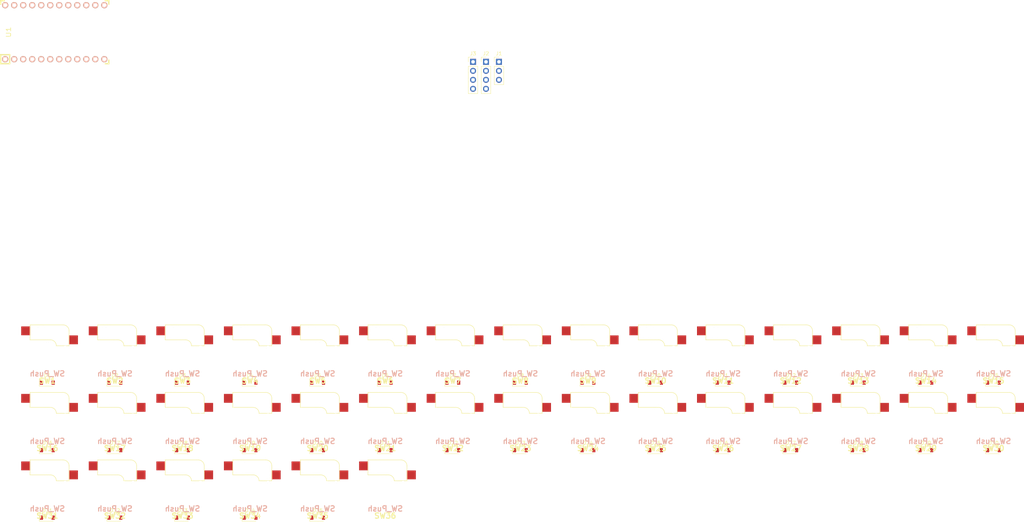
<source format=kicad_pcb>
(kicad_pcb (version 20171130) (host pcbnew "(5.0.1)-4")

  (general
    (thickness 1.6)
    (drawings 0)
    (tracks 0)
    (zones 0)
    (modules 75)
    (nets 58)
  )

  (page A4)
  (layers
    (0 F.Cu signal)
    (31 B.Cu signal)
    (32 B.Adhes user)
    (33 F.Adhes user)
    (34 B.Paste user)
    (35 F.Paste user)
    (36 B.SilkS user)
    (37 F.SilkS user)
    (38 B.Mask user)
    (39 F.Mask user)
    (40 Dwgs.User user)
    (41 Cmts.User user)
    (42 Eco1.User user)
    (43 Eco2.User user)
    (44 Edge.Cuts user)
    (45 Margin user)
    (46 B.CrtYd user)
    (47 F.CrtYd user)
    (48 B.Fab user)
    (49 F.Fab user)
  )

  (setup
    (last_trace_width 0.25)
    (trace_clearance 0.2)
    (zone_clearance 0.508)
    (zone_45_only no)
    (trace_min 0.2)
    (segment_width 0.2)
    (edge_width 0.15)
    (via_size 0.8)
    (via_drill 0.4)
    (via_min_size 0.4)
    (via_min_drill 0.3)
    (uvia_size 0.3)
    (uvia_drill 0.1)
    (uvias_allowed no)
    (uvia_min_size 0.2)
    (uvia_min_drill 0.1)
    (pcb_text_width 0.3)
    (pcb_text_size 1.5 1.5)
    (mod_edge_width 0.15)
    (mod_text_size 1 1)
    (mod_text_width 0.15)
    (pad_size 1.524 1.524)
    (pad_drill 0.762)
    (pad_to_mask_clearance 0.051)
    (solder_mask_min_width 0.25)
    (aux_axis_origin 0 0)
    (visible_elements FFFFFF7F)
    (pcbplotparams
      (layerselection 0x010fc_ffffffff)
      (usegerberextensions false)
      (usegerberattributes false)
      (usegerberadvancedattributes false)
      (creategerberjobfile false)
      (excludeedgelayer true)
      (linewidth 0.100000)
      (plotframeref false)
      (viasonmask false)
      (mode 1)
      (useauxorigin false)
      (hpglpennumber 1)
      (hpglpenspeed 20)
      (hpglpendiameter 15.000000)
      (psnegative false)
      (psa4output false)
      (plotreference true)
      (plotvalue true)
      (plotinvisibletext false)
      (padsonsilk false)
      (subtractmaskfromsilk false)
      (outputformat 1)
      (mirror false)
      (drillshape 1)
      (scaleselection 1)
      (outputdirectory ""))
  )

  (net 0 "")
  (net 1 COL0)
  (net 2 "Net-(D1-Pad1)")
  (net 3 COL1)
  (net 4 "Net-(D2-Pad1)")
  (net 5 "Net-(D3-Pad1)")
  (net 6 COL2)
  (net 7 COL3)
  (net 8 "Net-(D4-Pad1)")
  (net 9 "Net-(D5-Pad1)")
  (net 10 COL4)
  (net 11 COL5)
  (net 12 "Net-(D6-Pad1)")
  (net 13 "Net-(D7-Pad1)")
  (net 14 COL6)
  (net 15 "Net-(D8-Pad1)")
  (net 16 "Net-(D9-Pad1)")
  (net 17 "Net-(D10-Pad1)")
  (net 18 "Net-(D11-Pad1)")
  (net 19 "Net-(D12-Pad1)")
  (net 20 "Net-(D13-Pad1)")
  (net 21 "Net-(D14-Pad1)")
  (net 22 "Net-(D15-Pad1)")
  (net 23 "Net-(D16-Pad1)")
  (net 24 "Net-(D17-Pad1)")
  (net 25 "Net-(D18-Pad1)")
  (net 26 "Net-(D19-Pad1)")
  (net 27 "Net-(D20-Pad1)")
  (net 28 "Net-(D21-Pad1)")
  (net 29 "Net-(D22-Pad1)")
  (net 30 "Net-(D23-Pad1)")
  (net 31 "Net-(D24-Pad1)")
  (net 32 "Net-(D25-Pad1)")
  (net 33 "Net-(D26-Pad1)")
  (net 34 "Net-(D27-Pad1)")
  (net 35 "Net-(D28-Pad1)")
  (net 36 "Net-(D29-Pad1)")
  (net 37 "Net-(D30-Pad1)")
  (net 38 "Net-(D31-Pad1)")
  (net 39 "Net-(D32-Pad1)")
  (net 40 "Net-(D33-Pad1)")
  (net 41 "Net-(D34-Pad1)")
  (net 42 "Net-(D35-Pad1)")
  (net 43 VCC)
  (net 44 LED)
  (net 45 GND)
  (net 46 TX)
  (net 47 RX)
  (net 48 SDA)
  (net 49 SCL)
  (net 50 ROW0)
  (net 51 ROW1)
  (net 52 ROW2)
  (net 53 ROW3)
  (net 54 ROW4)
  (net 55 RST)
  (net 56 "Net-(U1-Pad24)")
  (net 57 COL7)

  (net_class Default "これはデフォルトのネット クラスです。"
    (clearance 0.2)
    (trace_width 0.25)
    (via_dia 0.8)
    (via_drill 0.4)
    (uvia_dia 0.3)
    (uvia_drill 0.1)
    (add_net COL0)
    (add_net COL1)
    (add_net COL2)
    (add_net COL3)
    (add_net COL4)
    (add_net COL5)
    (add_net COL6)
    (add_net COL7)
    (add_net GND)
    (add_net LED)
    (add_net "Net-(D1-Pad1)")
    (add_net "Net-(D10-Pad1)")
    (add_net "Net-(D11-Pad1)")
    (add_net "Net-(D12-Pad1)")
    (add_net "Net-(D13-Pad1)")
    (add_net "Net-(D14-Pad1)")
    (add_net "Net-(D15-Pad1)")
    (add_net "Net-(D16-Pad1)")
    (add_net "Net-(D17-Pad1)")
    (add_net "Net-(D18-Pad1)")
    (add_net "Net-(D19-Pad1)")
    (add_net "Net-(D2-Pad1)")
    (add_net "Net-(D20-Pad1)")
    (add_net "Net-(D21-Pad1)")
    (add_net "Net-(D22-Pad1)")
    (add_net "Net-(D23-Pad1)")
    (add_net "Net-(D24-Pad1)")
    (add_net "Net-(D25-Pad1)")
    (add_net "Net-(D26-Pad1)")
    (add_net "Net-(D27-Pad1)")
    (add_net "Net-(D28-Pad1)")
    (add_net "Net-(D29-Pad1)")
    (add_net "Net-(D3-Pad1)")
    (add_net "Net-(D30-Pad1)")
    (add_net "Net-(D31-Pad1)")
    (add_net "Net-(D32-Pad1)")
    (add_net "Net-(D33-Pad1)")
    (add_net "Net-(D34-Pad1)")
    (add_net "Net-(D35-Pad1)")
    (add_net "Net-(D4-Pad1)")
    (add_net "Net-(D5-Pad1)")
    (add_net "Net-(D6-Pad1)")
    (add_net "Net-(D7-Pad1)")
    (add_net "Net-(D8-Pad1)")
    (add_net "Net-(D9-Pad1)")
    (add_net "Net-(U1-Pad24)")
    (add_net ROW0)
    (add_net ROW1)
    (add_net ROW2)
    (add_net ROW3)
    (add_net ROW4)
    (add_net RST)
    (add_net RX)
    (add_net SCL)
    (add_net SDA)
    (add_net TX)
    (add_net VCC)
  )

  (module Diode_SMD:D_SOD-123 (layer F.Cu) (tedit 58645DC7) (tstamp 5C1D2D39)
    (at 9.525 19.05)
    (descr SOD-123)
    (tags SOD-123)
    (path /5C03E7EB)
    (attr smd)
    (fp_text reference D1 (at 0 -2) (layer F.SilkS)
      (effects (font (size 1 1) (thickness 0.15)))
    )
    (fp_text value D (at 0 2.1) (layer F.Fab)
      (effects (font (size 1 1) (thickness 0.15)))
    )
    (fp_line (start -2.25 -1) (end 1.65 -1) (layer F.SilkS) (width 0.12))
    (fp_line (start -2.25 1) (end 1.65 1) (layer F.SilkS) (width 0.12))
    (fp_line (start -2.35 -1.15) (end -2.35 1.15) (layer F.CrtYd) (width 0.05))
    (fp_line (start 2.35 1.15) (end -2.35 1.15) (layer F.CrtYd) (width 0.05))
    (fp_line (start 2.35 -1.15) (end 2.35 1.15) (layer F.CrtYd) (width 0.05))
    (fp_line (start -2.35 -1.15) (end 2.35 -1.15) (layer F.CrtYd) (width 0.05))
    (fp_line (start -1.4 -0.9) (end 1.4 -0.9) (layer F.Fab) (width 0.1))
    (fp_line (start 1.4 -0.9) (end 1.4 0.9) (layer F.Fab) (width 0.1))
    (fp_line (start 1.4 0.9) (end -1.4 0.9) (layer F.Fab) (width 0.1))
    (fp_line (start -1.4 0.9) (end -1.4 -0.9) (layer F.Fab) (width 0.1))
    (fp_line (start -0.75 0) (end -0.35 0) (layer F.Fab) (width 0.1))
    (fp_line (start -0.35 0) (end -0.35 -0.55) (layer F.Fab) (width 0.1))
    (fp_line (start -0.35 0) (end -0.35 0.55) (layer F.Fab) (width 0.1))
    (fp_line (start -0.35 0) (end 0.25 -0.4) (layer F.Fab) (width 0.1))
    (fp_line (start 0.25 -0.4) (end 0.25 0.4) (layer F.Fab) (width 0.1))
    (fp_line (start 0.25 0.4) (end -0.35 0) (layer F.Fab) (width 0.1))
    (fp_line (start 0.25 0) (end 0.75 0) (layer F.Fab) (width 0.1))
    (fp_line (start -2.25 -1) (end -2.25 1) (layer F.SilkS) (width 0.12))
    (fp_text user %R (at 0 -2) (layer F.Fab)
      (effects (font (size 1 1) (thickness 0.15)))
    )
    (pad 2 smd rect (at 1.65 0) (size 0.9 1.2) (layers F.Cu F.Paste F.Mask)
      (net 1 COL0))
    (pad 1 smd rect (at -1.65 0) (size 0.9 1.2) (layers F.Cu F.Paste F.Mask)
      (net 2 "Net-(D1-Pad1)"))
    (model ${KISYS3DMOD}/Diode_SMD.3dshapes/D_SOD-123.wrl
      (at (xyz 0 0 0))
      (scale (xyz 1 1 1))
      (rotate (xyz 0 0 0))
    )
  )

  (module Diode_SMD:D_SOD-123 (layer F.Cu) (tedit 58645DC7) (tstamp 5C1D2D52)
    (at 28.575 19.05)
    (descr SOD-123)
    (tags SOD-123)
    (path /5C03EF02)
    (attr smd)
    (fp_text reference D2 (at 0 -2) (layer F.SilkS)
      (effects (font (size 1 1) (thickness 0.15)))
    )
    (fp_text value D (at 0 2.1) (layer F.Fab)
      (effects (font (size 1 1) (thickness 0.15)))
    )
    (fp_line (start -2.25 -1) (end 1.65 -1) (layer F.SilkS) (width 0.12))
    (fp_line (start -2.25 1) (end 1.65 1) (layer F.SilkS) (width 0.12))
    (fp_line (start -2.35 -1.15) (end -2.35 1.15) (layer F.CrtYd) (width 0.05))
    (fp_line (start 2.35 1.15) (end -2.35 1.15) (layer F.CrtYd) (width 0.05))
    (fp_line (start 2.35 -1.15) (end 2.35 1.15) (layer F.CrtYd) (width 0.05))
    (fp_line (start -2.35 -1.15) (end 2.35 -1.15) (layer F.CrtYd) (width 0.05))
    (fp_line (start -1.4 -0.9) (end 1.4 -0.9) (layer F.Fab) (width 0.1))
    (fp_line (start 1.4 -0.9) (end 1.4 0.9) (layer F.Fab) (width 0.1))
    (fp_line (start 1.4 0.9) (end -1.4 0.9) (layer F.Fab) (width 0.1))
    (fp_line (start -1.4 0.9) (end -1.4 -0.9) (layer F.Fab) (width 0.1))
    (fp_line (start -0.75 0) (end -0.35 0) (layer F.Fab) (width 0.1))
    (fp_line (start -0.35 0) (end -0.35 -0.55) (layer F.Fab) (width 0.1))
    (fp_line (start -0.35 0) (end -0.35 0.55) (layer F.Fab) (width 0.1))
    (fp_line (start -0.35 0) (end 0.25 -0.4) (layer F.Fab) (width 0.1))
    (fp_line (start 0.25 -0.4) (end 0.25 0.4) (layer F.Fab) (width 0.1))
    (fp_line (start 0.25 0.4) (end -0.35 0) (layer F.Fab) (width 0.1))
    (fp_line (start 0.25 0) (end 0.75 0) (layer F.Fab) (width 0.1))
    (fp_line (start -2.25 -1) (end -2.25 1) (layer F.SilkS) (width 0.12))
    (fp_text user %R (at 0 -2) (layer F.Fab)
      (effects (font (size 1 1) (thickness 0.15)))
    )
    (pad 2 smd rect (at 1.65 0) (size 0.9 1.2) (layers F.Cu F.Paste F.Mask)
      (net 3 COL1))
    (pad 1 smd rect (at -1.65 0) (size 0.9 1.2) (layers F.Cu F.Paste F.Mask)
      (net 4 "Net-(D2-Pad1)"))
    (model ${KISYS3DMOD}/Diode_SMD.3dshapes/D_SOD-123.wrl
      (at (xyz 0 0 0))
      (scale (xyz 1 1 1))
      (rotate (xyz 0 0 0))
    )
  )

  (module Diode_SMD:D_SOD-123 (layer F.Cu) (tedit 58645DC7) (tstamp 5C1D2D6B)
    (at 47.625 19.05)
    (descr SOD-123)
    (tags SOD-123)
    (path /5C03F654)
    (attr smd)
    (fp_text reference D3 (at 0 -2) (layer F.SilkS)
      (effects (font (size 1 1) (thickness 0.15)))
    )
    (fp_text value D (at 0 2.1) (layer F.Fab)
      (effects (font (size 1 1) (thickness 0.15)))
    )
    (fp_line (start -2.25 -1) (end 1.65 -1) (layer F.SilkS) (width 0.12))
    (fp_line (start -2.25 1) (end 1.65 1) (layer F.SilkS) (width 0.12))
    (fp_line (start -2.35 -1.15) (end -2.35 1.15) (layer F.CrtYd) (width 0.05))
    (fp_line (start 2.35 1.15) (end -2.35 1.15) (layer F.CrtYd) (width 0.05))
    (fp_line (start 2.35 -1.15) (end 2.35 1.15) (layer F.CrtYd) (width 0.05))
    (fp_line (start -2.35 -1.15) (end 2.35 -1.15) (layer F.CrtYd) (width 0.05))
    (fp_line (start -1.4 -0.9) (end 1.4 -0.9) (layer F.Fab) (width 0.1))
    (fp_line (start 1.4 -0.9) (end 1.4 0.9) (layer F.Fab) (width 0.1))
    (fp_line (start 1.4 0.9) (end -1.4 0.9) (layer F.Fab) (width 0.1))
    (fp_line (start -1.4 0.9) (end -1.4 -0.9) (layer F.Fab) (width 0.1))
    (fp_line (start -0.75 0) (end -0.35 0) (layer F.Fab) (width 0.1))
    (fp_line (start -0.35 0) (end -0.35 -0.55) (layer F.Fab) (width 0.1))
    (fp_line (start -0.35 0) (end -0.35 0.55) (layer F.Fab) (width 0.1))
    (fp_line (start -0.35 0) (end 0.25 -0.4) (layer F.Fab) (width 0.1))
    (fp_line (start 0.25 -0.4) (end 0.25 0.4) (layer F.Fab) (width 0.1))
    (fp_line (start 0.25 0.4) (end -0.35 0) (layer F.Fab) (width 0.1))
    (fp_line (start 0.25 0) (end 0.75 0) (layer F.Fab) (width 0.1))
    (fp_line (start -2.25 -1) (end -2.25 1) (layer F.SilkS) (width 0.12))
    (fp_text user %R (at 0 -2) (layer F.Fab)
      (effects (font (size 1 1) (thickness 0.15)))
    )
    (pad 2 smd rect (at 1.65 0) (size 0.9 1.2) (layers F.Cu F.Paste F.Mask)
      (net 6 COL2))
    (pad 1 smd rect (at -1.65 0) (size 0.9 1.2) (layers F.Cu F.Paste F.Mask)
      (net 5 "Net-(D3-Pad1)"))
    (model ${KISYS3DMOD}/Diode_SMD.3dshapes/D_SOD-123.wrl
      (at (xyz 0 0 0))
      (scale (xyz 1 1 1))
      (rotate (xyz 0 0 0))
    )
  )

  (module Diode_SMD:D_SOD-123 (layer F.Cu) (tedit 58645DC7) (tstamp 5C1D2D84)
    (at 66.675 19.05)
    (descr SOD-123)
    (tags SOD-123)
    (path /5C0403E2)
    (attr smd)
    (fp_text reference D4 (at 0 -2) (layer F.SilkS)
      (effects (font (size 1 1) (thickness 0.15)))
    )
    (fp_text value D (at 0 2.1) (layer F.Fab)
      (effects (font (size 1 1) (thickness 0.15)))
    )
    (fp_line (start -2.25 -1) (end 1.65 -1) (layer F.SilkS) (width 0.12))
    (fp_line (start -2.25 1) (end 1.65 1) (layer F.SilkS) (width 0.12))
    (fp_line (start -2.35 -1.15) (end -2.35 1.15) (layer F.CrtYd) (width 0.05))
    (fp_line (start 2.35 1.15) (end -2.35 1.15) (layer F.CrtYd) (width 0.05))
    (fp_line (start 2.35 -1.15) (end 2.35 1.15) (layer F.CrtYd) (width 0.05))
    (fp_line (start -2.35 -1.15) (end 2.35 -1.15) (layer F.CrtYd) (width 0.05))
    (fp_line (start -1.4 -0.9) (end 1.4 -0.9) (layer F.Fab) (width 0.1))
    (fp_line (start 1.4 -0.9) (end 1.4 0.9) (layer F.Fab) (width 0.1))
    (fp_line (start 1.4 0.9) (end -1.4 0.9) (layer F.Fab) (width 0.1))
    (fp_line (start -1.4 0.9) (end -1.4 -0.9) (layer F.Fab) (width 0.1))
    (fp_line (start -0.75 0) (end -0.35 0) (layer F.Fab) (width 0.1))
    (fp_line (start -0.35 0) (end -0.35 -0.55) (layer F.Fab) (width 0.1))
    (fp_line (start -0.35 0) (end -0.35 0.55) (layer F.Fab) (width 0.1))
    (fp_line (start -0.35 0) (end 0.25 -0.4) (layer F.Fab) (width 0.1))
    (fp_line (start 0.25 -0.4) (end 0.25 0.4) (layer F.Fab) (width 0.1))
    (fp_line (start 0.25 0.4) (end -0.35 0) (layer F.Fab) (width 0.1))
    (fp_line (start 0.25 0) (end 0.75 0) (layer F.Fab) (width 0.1))
    (fp_line (start -2.25 -1) (end -2.25 1) (layer F.SilkS) (width 0.12))
    (fp_text user %R (at 0 -2) (layer F.Fab)
      (effects (font (size 1 1) (thickness 0.15)))
    )
    (pad 2 smd rect (at 1.65 0) (size 0.9 1.2) (layers F.Cu F.Paste F.Mask)
      (net 7 COL3))
    (pad 1 smd rect (at -1.65 0) (size 0.9 1.2) (layers F.Cu F.Paste F.Mask)
      (net 8 "Net-(D4-Pad1)"))
    (model ${KISYS3DMOD}/Diode_SMD.3dshapes/D_SOD-123.wrl
      (at (xyz 0 0 0))
      (scale (xyz 1 1 1))
      (rotate (xyz 0 0 0))
    )
  )

  (module Diode_SMD:D_SOD-123 (layer F.Cu) (tedit 58645DC7) (tstamp 5C1D2D9D)
    (at 85.725 19.05)
    (descr SOD-123)
    (tags SOD-123)
    (path /5C041B0B)
    (attr smd)
    (fp_text reference D5 (at 0 -2) (layer F.SilkS)
      (effects (font (size 1 1) (thickness 0.15)))
    )
    (fp_text value D (at 0 2.1) (layer F.Fab)
      (effects (font (size 1 1) (thickness 0.15)))
    )
    (fp_line (start -2.25 -1) (end 1.65 -1) (layer F.SilkS) (width 0.12))
    (fp_line (start -2.25 1) (end 1.65 1) (layer F.SilkS) (width 0.12))
    (fp_line (start -2.35 -1.15) (end -2.35 1.15) (layer F.CrtYd) (width 0.05))
    (fp_line (start 2.35 1.15) (end -2.35 1.15) (layer F.CrtYd) (width 0.05))
    (fp_line (start 2.35 -1.15) (end 2.35 1.15) (layer F.CrtYd) (width 0.05))
    (fp_line (start -2.35 -1.15) (end 2.35 -1.15) (layer F.CrtYd) (width 0.05))
    (fp_line (start -1.4 -0.9) (end 1.4 -0.9) (layer F.Fab) (width 0.1))
    (fp_line (start 1.4 -0.9) (end 1.4 0.9) (layer F.Fab) (width 0.1))
    (fp_line (start 1.4 0.9) (end -1.4 0.9) (layer F.Fab) (width 0.1))
    (fp_line (start -1.4 0.9) (end -1.4 -0.9) (layer F.Fab) (width 0.1))
    (fp_line (start -0.75 0) (end -0.35 0) (layer F.Fab) (width 0.1))
    (fp_line (start -0.35 0) (end -0.35 -0.55) (layer F.Fab) (width 0.1))
    (fp_line (start -0.35 0) (end -0.35 0.55) (layer F.Fab) (width 0.1))
    (fp_line (start -0.35 0) (end 0.25 -0.4) (layer F.Fab) (width 0.1))
    (fp_line (start 0.25 -0.4) (end 0.25 0.4) (layer F.Fab) (width 0.1))
    (fp_line (start 0.25 0.4) (end -0.35 0) (layer F.Fab) (width 0.1))
    (fp_line (start 0.25 0) (end 0.75 0) (layer F.Fab) (width 0.1))
    (fp_line (start -2.25 -1) (end -2.25 1) (layer F.SilkS) (width 0.12))
    (fp_text user %R (at 0 -2) (layer F.Fab)
      (effects (font (size 1 1) (thickness 0.15)))
    )
    (pad 2 smd rect (at 1.65 0) (size 0.9 1.2) (layers F.Cu F.Paste F.Mask)
      (net 10 COL4))
    (pad 1 smd rect (at -1.65 0) (size 0.9 1.2) (layers F.Cu F.Paste F.Mask)
      (net 9 "Net-(D5-Pad1)"))
    (model ${KISYS3DMOD}/Diode_SMD.3dshapes/D_SOD-123.wrl
      (at (xyz 0 0 0))
      (scale (xyz 1 1 1))
      (rotate (xyz 0 0 0))
    )
  )

  (module Diode_SMD:D_SOD-123 (layer F.Cu) (tedit 58645DC7) (tstamp 5C1D2DB6)
    (at 104.775 19.05)
    (descr SOD-123)
    (tags SOD-123)
    (path /5C04491A)
    (attr smd)
    (fp_text reference D6 (at 0 -2) (layer F.SilkS)
      (effects (font (size 1 1) (thickness 0.15)))
    )
    (fp_text value D (at 0 2.1) (layer F.Fab)
      (effects (font (size 1 1) (thickness 0.15)))
    )
    (fp_line (start -2.25 -1) (end 1.65 -1) (layer F.SilkS) (width 0.12))
    (fp_line (start -2.25 1) (end 1.65 1) (layer F.SilkS) (width 0.12))
    (fp_line (start -2.35 -1.15) (end -2.35 1.15) (layer F.CrtYd) (width 0.05))
    (fp_line (start 2.35 1.15) (end -2.35 1.15) (layer F.CrtYd) (width 0.05))
    (fp_line (start 2.35 -1.15) (end 2.35 1.15) (layer F.CrtYd) (width 0.05))
    (fp_line (start -2.35 -1.15) (end 2.35 -1.15) (layer F.CrtYd) (width 0.05))
    (fp_line (start -1.4 -0.9) (end 1.4 -0.9) (layer F.Fab) (width 0.1))
    (fp_line (start 1.4 -0.9) (end 1.4 0.9) (layer F.Fab) (width 0.1))
    (fp_line (start 1.4 0.9) (end -1.4 0.9) (layer F.Fab) (width 0.1))
    (fp_line (start -1.4 0.9) (end -1.4 -0.9) (layer F.Fab) (width 0.1))
    (fp_line (start -0.75 0) (end -0.35 0) (layer F.Fab) (width 0.1))
    (fp_line (start -0.35 0) (end -0.35 -0.55) (layer F.Fab) (width 0.1))
    (fp_line (start -0.35 0) (end -0.35 0.55) (layer F.Fab) (width 0.1))
    (fp_line (start -0.35 0) (end 0.25 -0.4) (layer F.Fab) (width 0.1))
    (fp_line (start 0.25 -0.4) (end 0.25 0.4) (layer F.Fab) (width 0.1))
    (fp_line (start 0.25 0.4) (end -0.35 0) (layer F.Fab) (width 0.1))
    (fp_line (start 0.25 0) (end 0.75 0) (layer F.Fab) (width 0.1))
    (fp_line (start -2.25 -1) (end -2.25 1) (layer F.SilkS) (width 0.12))
    (fp_text user %R (at 0 -2) (layer F.Fab)
      (effects (font (size 1 1) (thickness 0.15)))
    )
    (pad 2 smd rect (at 1.65 0) (size 0.9 1.2) (layers F.Cu F.Paste F.Mask)
      (net 11 COL5))
    (pad 1 smd rect (at -1.65 0) (size 0.9 1.2) (layers F.Cu F.Paste F.Mask)
      (net 12 "Net-(D6-Pad1)"))
    (model ${KISYS3DMOD}/Diode_SMD.3dshapes/D_SOD-123.wrl
      (at (xyz 0 0 0))
      (scale (xyz 1 1 1))
      (rotate (xyz 0 0 0))
    )
  )

  (module Diode_SMD:D_SOD-123 (layer F.Cu) (tedit 58645DC7) (tstamp 5C1D2DCF)
    (at 123.825 19.05)
    (descr SOD-123)
    (tags SOD-123)
    (path /5C04497A)
    (attr smd)
    (fp_text reference D7 (at 0 -2) (layer F.SilkS)
      (effects (font (size 1 1) (thickness 0.15)))
    )
    (fp_text value D (at 0 2.1) (layer F.Fab)
      (effects (font (size 1 1) (thickness 0.15)))
    )
    (fp_line (start -2.25 -1) (end 1.65 -1) (layer F.SilkS) (width 0.12))
    (fp_line (start -2.25 1) (end 1.65 1) (layer F.SilkS) (width 0.12))
    (fp_line (start -2.35 -1.15) (end -2.35 1.15) (layer F.CrtYd) (width 0.05))
    (fp_line (start 2.35 1.15) (end -2.35 1.15) (layer F.CrtYd) (width 0.05))
    (fp_line (start 2.35 -1.15) (end 2.35 1.15) (layer F.CrtYd) (width 0.05))
    (fp_line (start -2.35 -1.15) (end 2.35 -1.15) (layer F.CrtYd) (width 0.05))
    (fp_line (start -1.4 -0.9) (end 1.4 -0.9) (layer F.Fab) (width 0.1))
    (fp_line (start 1.4 -0.9) (end 1.4 0.9) (layer F.Fab) (width 0.1))
    (fp_line (start 1.4 0.9) (end -1.4 0.9) (layer F.Fab) (width 0.1))
    (fp_line (start -1.4 0.9) (end -1.4 -0.9) (layer F.Fab) (width 0.1))
    (fp_line (start -0.75 0) (end -0.35 0) (layer F.Fab) (width 0.1))
    (fp_line (start -0.35 0) (end -0.35 -0.55) (layer F.Fab) (width 0.1))
    (fp_line (start -0.35 0) (end -0.35 0.55) (layer F.Fab) (width 0.1))
    (fp_line (start -0.35 0) (end 0.25 -0.4) (layer F.Fab) (width 0.1))
    (fp_line (start 0.25 -0.4) (end 0.25 0.4) (layer F.Fab) (width 0.1))
    (fp_line (start 0.25 0.4) (end -0.35 0) (layer F.Fab) (width 0.1))
    (fp_line (start 0.25 0) (end 0.75 0) (layer F.Fab) (width 0.1))
    (fp_line (start -2.25 -1) (end -2.25 1) (layer F.SilkS) (width 0.12))
    (fp_text user %R (at 0 -2) (layer F.Fab)
      (effects (font (size 1 1) (thickness 0.15)))
    )
    (pad 2 smd rect (at 1.65 0) (size 0.9 1.2) (layers F.Cu F.Paste F.Mask)
      (net 14 COL6))
    (pad 1 smd rect (at -1.65 0) (size 0.9 1.2) (layers F.Cu F.Paste F.Mask)
      (net 13 "Net-(D7-Pad1)"))
    (model ${KISYS3DMOD}/Diode_SMD.3dshapes/D_SOD-123.wrl
      (at (xyz 0 0 0))
      (scale (xyz 1 1 1))
      (rotate (xyz 0 0 0))
    )
  )

  (module Diode_SMD:D_SOD-123 (layer F.Cu) (tedit 58645DC7) (tstamp 5C1D2DE8)
    (at 142.875 19.05)
    (descr SOD-123)
    (tags SOD-123)
    (path /5C03E933)
    (attr smd)
    (fp_text reference D8 (at 0 -2) (layer F.SilkS)
      (effects (font (size 1 1) (thickness 0.15)))
    )
    (fp_text value D (at 0 2.1) (layer F.Fab)
      (effects (font (size 1 1) (thickness 0.15)))
    )
    (fp_line (start -2.25 -1) (end 1.65 -1) (layer F.SilkS) (width 0.12))
    (fp_line (start -2.25 1) (end 1.65 1) (layer F.SilkS) (width 0.12))
    (fp_line (start -2.35 -1.15) (end -2.35 1.15) (layer F.CrtYd) (width 0.05))
    (fp_line (start 2.35 1.15) (end -2.35 1.15) (layer F.CrtYd) (width 0.05))
    (fp_line (start 2.35 -1.15) (end 2.35 1.15) (layer F.CrtYd) (width 0.05))
    (fp_line (start -2.35 -1.15) (end 2.35 -1.15) (layer F.CrtYd) (width 0.05))
    (fp_line (start -1.4 -0.9) (end 1.4 -0.9) (layer F.Fab) (width 0.1))
    (fp_line (start 1.4 -0.9) (end 1.4 0.9) (layer F.Fab) (width 0.1))
    (fp_line (start 1.4 0.9) (end -1.4 0.9) (layer F.Fab) (width 0.1))
    (fp_line (start -1.4 0.9) (end -1.4 -0.9) (layer F.Fab) (width 0.1))
    (fp_line (start -0.75 0) (end -0.35 0) (layer F.Fab) (width 0.1))
    (fp_line (start -0.35 0) (end -0.35 -0.55) (layer F.Fab) (width 0.1))
    (fp_line (start -0.35 0) (end -0.35 0.55) (layer F.Fab) (width 0.1))
    (fp_line (start -0.35 0) (end 0.25 -0.4) (layer F.Fab) (width 0.1))
    (fp_line (start 0.25 -0.4) (end 0.25 0.4) (layer F.Fab) (width 0.1))
    (fp_line (start 0.25 0.4) (end -0.35 0) (layer F.Fab) (width 0.1))
    (fp_line (start 0.25 0) (end 0.75 0) (layer F.Fab) (width 0.1))
    (fp_line (start -2.25 -1) (end -2.25 1) (layer F.SilkS) (width 0.12))
    (fp_text user %R (at 0 -2) (layer F.Fab)
      (effects (font (size 1 1) (thickness 0.15)))
    )
    (pad 2 smd rect (at 1.65 0) (size 0.9 1.2) (layers F.Cu F.Paste F.Mask)
      (net 1 COL0))
    (pad 1 smd rect (at -1.65 0) (size 0.9 1.2) (layers F.Cu F.Paste F.Mask)
      (net 15 "Net-(D8-Pad1)"))
    (model ${KISYS3DMOD}/Diode_SMD.3dshapes/D_SOD-123.wrl
      (at (xyz 0 0 0))
      (scale (xyz 1 1 1))
      (rotate (xyz 0 0 0))
    )
  )

  (module Diode_SMD:D_SOD-123 (layer F.Cu) (tedit 58645DC7) (tstamp 5C1D2E01)
    (at 161.925 19.05)
    (descr SOD-123)
    (tags SOD-123)
    (path /5C03EF16)
    (attr smd)
    (fp_text reference D9 (at 0 -2) (layer F.SilkS)
      (effects (font (size 1 1) (thickness 0.15)))
    )
    (fp_text value D (at 0 2.1) (layer F.Fab)
      (effects (font (size 1 1) (thickness 0.15)))
    )
    (fp_line (start -2.25 -1) (end 1.65 -1) (layer F.SilkS) (width 0.12))
    (fp_line (start -2.25 1) (end 1.65 1) (layer F.SilkS) (width 0.12))
    (fp_line (start -2.35 -1.15) (end -2.35 1.15) (layer F.CrtYd) (width 0.05))
    (fp_line (start 2.35 1.15) (end -2.35 1.15) (layer F.CrtYd) (width 0.05))
    (fp_line (start 2.35 -1.15) (end 2.35 1.15) (layer F.CrtYd) (width 0.05))
    (fp_line (start -2.35 -1.15) (end 2.35 -1.15) (layer F.CrtYd) (width 0.05))
    (fp_line (start -1.4 -0.9) (end 1.4 -0.9) (layer F.Fab) (width 0.1))
    (fp_line (start 1.4 -0.9) (end 1.4 0.9) (layer F.Fab) (width 0.1))
    (fp_line (start 1.4 0.9) (end -1.4 0.9) (layer F.Fab) (width 0.1))
    (fp_line (start -1.4 0.9) (end -1.4 -0.9) (layer F.Fab) (width 0.1))
    (fp_line (start -0.75 0) (end -0.35 0) (layer F.Fab) (width 0.1))
    (fp_line (start -0.35 0) (end -0.35 -0.55) (layer F.Fab) (width 0.1))
    (fp_line (start -0.35 0) (end -0.35 0.55) (layer F.Fab) (width 0.1))
    (fp_line (start -0.35 0) (end 0.25 -0.4) (layer F.Fab) (width 0.1))
    (fp_line (start 0.25 -0.4) (end 0.25 0.4) (layer F.Fab) (width 0.1))
    (fp_line (start 0.25 0.4) (end -0.35 0) (layer F.Fab) (width 0.1))
    (fp_line (start 0.25 0) (end 0.75 0) (layer F.Fab) (width 0.1))
    (fp_line (start -2.25 -1) (end -2.25 1) (layer F.SilkS) (width 0.12))
    (fp_text user %R (at 0 -2) (layer F.Fab)
      (effects (font (size 1 1) (thickness 0.15)))
    )
    (pad 2 smd rect (at 1.65 0) (size 0.9 1.2) (layers F.Cu F.Paste F.Mask)
      (net 3 COL1))
    (pad 1 smd rect (at -1.65 0) (size 0.9 1.2) (layers F.Cu F.Paste F.Mask)
      (net 16 "Net-(D9-Pad1)"))
    (model ${KISYS3DMOD}/Diode_SMD.3dshapes/D_SOD-123.wrl
      (at (xyz 0 0 0))
      (scale (xyz 1 1 1))
      (rotate (xyz 0 0 0))
    )
  )

  (module Diode_SMD:D_SOD-123 (layer F.Cu) (tedit 58645DC7) (tstamp 5C1D2E1A)
    (at 180.975 19.05)
    (descr SOD-123)
    (tags SOD-123)
    (path /5C03F668)
    (attr smd)
    (fp_text reference D10 (at 0 -2) (layer F.SilkS)
      (effects (font (size 1 1) (thickness 0.15)))
    )
    (fp_text value D (at 0 2.1) (layer F.Fab)
      (effects (font (size 1 1) (thickness 0.15)))
    )
    (fp_line (start -2.25 -1) (end 1.65 -1) (layer F.SilkS) (width 0.12))
    (fp_line (start -2.25 1) (end 1.65 1) (layer F.SilkS) (width 0.12))
    (fp_line (start -2.35 -1.15) (end -2.35 1.15) (layer F.CrtYd) (width 0.05))
    (fp_line (start 2.35 1.15) (end -2.35 1.15) (layer F.CrtYd) (width 0.05))
    (fp_line (start 2.35 -1.15) (end 2.35 1.15) (layer F.CrtYd) (width 0.05))
    (fp_line (start -2.35 -1.15) (end 2.35 -1.15) (layer F.CrtYd) (width 0.05))
    (fp_line (start -1.4 -0.9) (end 1.4 -0.9) (layer F.Fab) (width 0.1))
    (fp_line (start 1.4 -0.9) (end 1.4 0.9) (layer F.Fab) (width 0.1))
    (fp_line (start 1.4 0.9) (end -1.4 0.9) (layer F.Fab) (width 0.1))
    (fp_line (start -1.4 0.9) (end -1.4 -0.9) (layer F.Fab) (width 0.1))
    (fp_line (start -0.75 0) (end -0.35 0) (layer F.Fab) (width 0.1))
    (fp_line (start -0.35 0) (end -0.35 -0.55) (layer F.Fab) (width 0.1))
    (fp_line (start -0.35 0) (end -0.35 0.55) (layer F.Fab) (width 0.1))
    (fp_line (start -0.35 0) (end 0.25 -0.4) (layer F.Fab) (width 0.1))
    (fp_line (start 0.25 -0.4) (end 0.25 0.4) (layer F.Fab) (width 0.1))
    (fp_line (start 0.25 0.4) (end -0.35 0) (layer F.Fab) (width 0.1))
    (fp_line (start 0.25 0) (end 0.75 0) (layer F.Fab) (width 0.1))
    (fp_line (start -2.25 -1) (end -2.25 1) (layer F.SilkS) (width 0.12))
    (fp_text user %R (at 0 -2) (layer F.Fab)
      (effects (font (size 1 1) (thickness 0.15)))
    )
    (pad 2 smd rect (at 1.65 0) (size 0.9 1.2) (layers F.Cu F.Paste F.Mask)
      (net 6 COL2))
    (pad 1 smd rect (at -1.65 0) (size 0.9 1.2) (layers F.Cu F.Paste F.Mask)
      (net 17 "Net-(D10-Pad1)"))
    (model ${KISYS3DMOD}/Diode_SMD.3dshapes/D_SOD-123.wrl
      (at (xyz 0 0 0))
      (scale (xyz 1 1 1))
      (rotate (xyz 0 0 0))
    )
  )

  (module Diode_SMD:D_SOD-123 (layer F.Cu) (tedit 58645DC7) (tstamp 5C1D2E33)
    (at 200.025 19.05)
    (descr SOD-123)
    (tags SOD-123)
    (path /5C0403F6)
    (attr smd)
    (fp_text reference D11 (at 0 -2) (layer F.SilkS)
      (effects (font (size 1 1) (thickness 0.15)))
    )
    (fp_text value D (at 0 2.1) (layer F.Fab)
      (effects (font (size 1 1) (thickness 0.15)))
    )
    (fp_line (start -2.25 -1) (end 1.65 -1) (layer F.SilkS) (width 0.12))
    (fp_line (start -2.25 1) (end 1.65 1) (layer F.SilkS) (width 0.12))
    (fp_line (start -2.35 -1.15) (end -2.35 1.15) (layer F.CrtYd) (width 0.05))
    (fp_line (start 2.35 1.15) (end -2.35 1.15) (layer F.CrtYd) (width 0.05))
    (fp_line (start 2.35 -1.15) (end 2.35 1.15) (layer F.CrtYd) (width 0.05))
    (fp_line (start -2.35 -1.15) (end 2.35 -1.15) (layer F.CrtYd) (width 0.05))
    (fp_line (start -1.4 -0.9) (end 1.4 -0.9) (layer F.Fab) (width 0.1))
    (fp_line (start 1.4 -0.9) (end 1.4 0.9) (layer F.Fab) (width 0.1))
    (fp_line (start 1.4 0.9) (end -1.4 0.9) (layer F.Fab) (width 0.1))
    (fp_line (start -1.4 0.9) (end -1.4 -0.9) (layer F.Fab) (width 0.1))
    (fp_line (start -0.75 0) (end -0.35 0) (layer F.Fab) (width 0.1))
    (fp_line (start -0.35 0) (end -0.35 -0.55) (layer F.Fab) (width 0.1))
    (fp_line (start -0.35 0) (end -0.35 0.55) (layer F.Fab) (width 0.1))
    (fp_line (start -0.35 0) (end 0.25 -0.4) (layer F.Fab) (width 0.1))
    (fp_line (start 0.25 -0.4) (end 0.25 0.4) (layer F.Fab) (width 0.1))
    (fp_line (start 0.25 0.4) (end -0.35 0) (layer F.Fab) (width 0.1))
    (fp_line (start 0.25 0) (end 0.75 0) (layer F.Fab) (width 0.1))
    (fp_line (start -2.25 -1) (end -2.25 1) (layer F.SilkS) (width 0.12))
    (fp_text user %R (at 0 -2) (layer F.Fab)
      (effects (font (size 1 1) (thickness 0.15)))
    )
    (pad 2 smd rect (at 1.65 0) (size 0.9 1.2) (layers F.Cu F.Paste F.Mask)
      (net 7 COL3))
    (pad 1 smd rect (at -1.65 0) (size 0.9 1.2) (layers F.Cu F.Paste F.Mask)
      (net 18 "Net-(D11-Pad1)"))
    (model ${KISYS3DMOD}/Diode_SMD.3dshapes/D_SOD-123.wrl
      (at (xyz 0 0 0))
      (scale (xyz 1 1 1))
      (rotate (xyz 0 0 0))
    )
  )

  (module Diode_SMD:D_SOD-123 (layer F.Cu) (tedit 58645DC7) (tstamp 5C1D2E4C)
    (at 219.075 19.05)
    (descr SOD-123)
    (tags SOD-123)
    (path /5C041B1F)
    (attr smd)
    (fp_text reference D12 (at 0 -2) (layer F.SilkS)
      (effects (font (size 1 1) (thickness 0.15)))
    )
    (fp_text value D (at 0 2.1) (layer F.Fab)
      (effects (font (size 1 1) (thickness 0.15)))
    )
    (fp_line (start -2.25 -1) (end 1.65 -1) (layer F.SilkS) (width 0.12))
    (fp_line (start -2.25 1) (end 1.65 1) (layer F.SilkS) (width 0.12))
    (fp_line (start -2.35 -1.15) (end -2.35 1.15) (layer F.CrtYd) (width 0.05))
    (fp_line (start 2.35 1.15) (end -2.35 1.15) (layer F.CrtYd) (width 0.05))
    (fp_line (start 2.35 -1.15) (end 2.35 1.15) (layer F.CrtYd) (width 0.05))
    (fp_line (start -2.35 -1.15) (end 2.35 -1.15) (layer F.CrtYd) (width 0.05))
    (fp_line (start -1.4 -0.9) (end 1.4 -0.9) (layer F.Fab) (width 0.1))
    (fp_line (start 1.4 -0.9) (end 1.4 0.9) (layer F.Fab) (width 0.1))
    (fp_line (start 1.4 0.9) (end -1.4 0.9) (layer F.Fab) (width 0.1))
    (fp_line (start -1.4 0.9) (end -1.4 -0.9) (layer F.Fab) (width 0.1))
    (fp_line (start -0.75 0) (end -0.35 0) (layer F.Fab) (width 0.1))
    (fp_line (start -0.35 0) (end -0.35 -0.55) (layer F.Fab) (width 0.1))
    (fp_line (start -0.35 0) (end -0.35 0.55) (layer F.Fab) (width 0.1))
    (fp_line (start -0.35 0) (end 0.25 -0.4) (layer F.Fab) (width 0.1))
    (fp_line (start 0.25 -0.4) (end 0.25 0.4) (layer F.Fab) (width 0.1))
    (fp_line (start 0.25 0.4) (end -0.35 0) (layer F.Fab) (width 0.1))
    (fp_line (start 0.25 0) (end 0.75 0) (layer F.Fab) (width 0.1))
    (fp_line (start -2.25 -1) (end -2.25 1) (layer F.SilkS) (width 0.12))
    (fp_text user %R (at 0 -2) (layer F.Fab)
      (effects (font (size 1 1) (thickness 0.15)))
    )
    (pad 2 smd rect (at 1.65 0) (size 0.9 1.2) (layers F.Cu F.Paste F.Mask)
      (net 10 COL4))
    (pad 1 smd rect (at -1.65 0) (size 0.9 1.2) (layers F.Cu F.Paste F.Mask)
      (net 19 "Net-(D12-Pad1)"))
    (model ${KISYS3DMOD}/Diode_SMD.3dshapes/D_SOD-123.wrl
      (at (xyz 0 0 0))
      (scale (xyz 1 1 1))
      (rotate (xyz 0 0 0))
    )
  )

  (module Diode_SMD:D_SOD-123 (layer F.Cu) (tedit 58645DC7) (tstamp 5C1D2E65)
    (at 238.125 19.05)
    (descr SOD-123)
    (tags SOD-123)
    (path /5C04492D)
    (attr smd)
    (fp_text reference D13 (at 0 -2) (layer F.SilkS)
      (effects (font (size 1 1) (thickness 0.15)))
    )
    (fp_text value D (at 0 2.1) (layer F.Fab)
      (effects (font (size 1 1) (thickness 0.15)))
    )
    (fp_line (start -2.25 -1) (end 1.65 -1) (layer F.SilkS) (width 0.12))
    (fp_line (start -2.25 1) (end 1.65 1) (layer F.SilkS) (width 0.12))
    (fp_line (start -2.35 -1.15) (end -2.35 1.15) (layer F.CrtYd) (width 0.05))
    (fp_line (start 2.35 1.15) (end -2.35 1.15) (layer F.CrtYd) (width 0.05))
    (fp_line (start 2.35 -1.15) (end 2.35 1.15) (layer F.CrtYd) (width 0.05))
    (fp_line (start -2.35 -1.15) (end 2.35 -1.15) (layer F.CrtYd) (width 0.05))
    (fp_line (start -1.4 -0.9) (end 1.4 -0.9) (layer F.Fab) (width 0.1))
    (fp_line (start 1.4 -0.9) (end 1.4 0.9) (layer F.Fab) (width 0.1))
    (fp_line (start 1.4 0.9) (end -1.4 0.9) (layer F.Fab) (width 0.1))
    (fp_line (start -1.4 0.9) (end -1.4 -0.9) (layer F.Fab) (width 0.1))
    (fp_line (start -0.75 0) (end -0.35 0) (layer F.Fab) (width 0.1))
    (fp_line (start -0.35 0) (end -0.35 -0.55) (layer F.Fab) (width 0.1))
    (fp_line (start -0.35 0) (end -0.35 0.55) (layer F.Fab) (width 0.1))
    (fp_line (start -0.35 0) (end 0.25 -0.4) (layer F.Fab) (width 0.1))
    (fp_line (start 0.25 -0.4) (end 0.25 0.4) (layer F.Fab) (width 0.1))
    (fp_line (start 0.25 0.4) (end -0.35 0) (layer F.Fab) (width 0.1))
    (fp_line (start 0.25 0) (end 0.75 0) (layer F.Fab) (width 0.1))
    (fp_line (start -2.25 -1) (end -2.25 1) (layer F.SilkS) (width 0.12))
    (fp_text user %R (at 0 -2) (layer F.Fab)
      (effects (font (size 1 1) (thickness 0.15)))
    )
    (pad 2 smd rect (at 1.65 0) (size 0.9 1.2) (layers F.Cu F.Paste F.Mask)
      (net 11 COL5))
    (pad 1 smd rect (at -1.65 0) (size 0.9 1.2) (layers F.Cu F.Paste F.Mask)
      (net 20 "Net-(D13-Pad1)"))
    (model ${KISYS3DMOD}/Diode_SMD.3dshapes/D_SOD-123.wrl
      (at (xyz 0 0 0))
      (scale (xyz 1 1 1))
      (rotate (xyz 0 0 0))
    )
  )

  (module Diode_SMD:D_SOD-123 (layer F.Cu) (tedit 58645DC7) (tstamp 5C1D2E7E)
    (at 257.175 19.05)
    (descr SOD-123)
    (tags SOD-123)
    (path /5C04498C)
    (attr smd)
    (fp_text reference D14 (at 0 -2) (layer F.SilkS)
      (effects (font (size 1 1) (thickness 0.15)))
    )
    (fp_text value D (at 0 2.1) (layer F.Fab)
      (effects (font (size 1 1) (thickness 0.15)))
    )
    (fp_line (start -2.25 -1) (end 1.65 -1) (layer F.SilkS) (width 0.12))
    (fp_line (start -2.25 1) (end 1.65 1) (layer F.SilkS) (width 0.12))
    (fp_line (start -2.35 -1.15) (end -2.35 1.15) (layer F.CrtYd) (width 0.05))
    (fp_line (start 2.35 1.15) (end -2.35 1.15) (layer F.CrtYd) (width 0.05))
    (fp_line (start 2.35 -1.15) (end 2.35 1.15) (layer F.CrtYd) (width 0.05))
    (fp_line (start -2.35 -1.15) (end 2.35 -1.15) (layer F.CrtYd) (width 0.05))
    (fp_line (start -1.4 -0.9) (end 1.4 -0.9) (layer F.Fab) (width 0.1))
    (fp_line (start 1.4 -0.9) (end 1.4 0.9) (layer F.Fab) (width 0.1))
    (fp_line (start 1.4 0.9) (end -1.4 0.9) (layer F.Fab) (width 0.1))
    (fp_line (start -1.4 0.9) (end -1.4 -0.9) (layer F.Fab) (width 0.1))
    (fp_line (start -0.75 0) (end -0.35 0) (layer F.Fab) (width 0.1))
    (fp_line (start -0.35 0) (end -0.35 -0.55) (layer F.Fab) (width 0.1))
    (fp_line (start -0.35 0) (end -0.35 0.55) (layer F.Fab) (width 0.1))
    (fp_line (start -0.35 0) (end 0.25 -0.4) (layer F.Fab) (width 0.1))
    (fp_line (start 0.25 -0.4) (end 0.25 0.4) (layer F.Fab) (width 0.1))
    (fp_line (start 0.25 0.4) (end -0.35 0) (layer F.Fab) (width 0.1))
    (fp_line (start 0.25 0) (end 0.75 0) (layer F.Fab) (width 0.1))
    (fp_line (start -2.25 -1) (end -2.25 1) (layer F.SilkS) (width 0.12))
    (fp_text user %R (at 0 -2) (layer F.Fab)
      (effects (font (size 1 1) (thickness 0.15)))
    )
    (pad 2 smd rect (at 1.65 0) (size 0.9 1.2) (layers F.Cu F.Paste F.Mask)
      (net 14 COL6))
    (pad 1 smd rect (at -1.65 0) (size 0.9 1.2) (layers F.Cu F.Paste F.Mask)
      (net 21 "Net-(D14-Pad1)"))
    (model ${KISYS3DMOD}/Diode_SMD.3dshapes/D_SOD-123.wrl
      (at (xyz 0 0 0))
      (scale (xyz 1 1 1))
      (rotate (xyz 0 0 0))
    )
  )

  (module Diode_SMD:D_SOD-123 (layer F.Cu) (tedit 58645DC7) (tstamp 5C1D2E97)
    (at 276.224999 19.05)
    (descr SOD-123)
    (tags SOD-123)
    (path /5C03E9C1)
    (attr smd)
    (fp_text reference D15 (at 0 -2) (layer F.SilkS)
      (effects (font (size 1 1) (thickness 0.15)))
    )
    (fp_text value D (at 0 2.1) (layer F.Fab)
      (effects (font (size 1 1) (thickness 0.15)))
    )
    (fp_line (start -2.25 -1) (end 1.65 -1) (layer F.SilkS) (width 0.12))
    (fp_line (start -2.25 1) (end 1.65 1) (layer F.SilkS) (width 0.12))
    (fp_line (start -2.35 -1.15) (end -2.35 1.15) (layer F.CrtYd) (width 0.05))
    (fp_line (start 2.35 1.15) (end -2.35 1.15) (layer F.CrtYd) (width 0.05))
    (fp_line (start 2.35 -1.15) (end 2.35 1.15) (layer F.CrtYd) (width 0.05))
    (fp_line (start -2.35 -1.15) (end 2.35 -1.15) (layer F.CrtYd) (width 0.05))
    (fp_line (start -1.4 -0.9) (end 1.4 -0.9) (layer F.Fab) (width 0.1))
    (fp_line (start 1.4 -0.9) (end 1.4 0.9) (layer F.Fab) (width 0.1))
    (fp_line (start 1.4 0.9) (end -1.4 0.9) (layer F.Fab) (width 0.1))
    (fp_line (start -1.4 0.9) (end -1.4 -0.9) (layer F.Fab) (width 0.1))
    (fp_line (start -0.75 0) (end -0.35 0) (layer F.Fab) (width 0.1))
    (fp_line (start -0.35 0) (end -0.35 -0.55) (layer F.Fab) (width 0.1))
    (fp_line (start -0.35 0) (end -0.35 0.55) (layer F.Fab) (width 0.1))
    (fp_line (start -0.35 0) (end 0.25 -0.4) (layer F.Fab) (width 0.1))
    (fp_line (start 0.25 -0.4) (end 0.25 0.4) (layer F.Fab) (width 0.1))
    (fp_line (start 0.25 0.4) (end -0.35 0) (layer F.Fab) (width 0.1))
    (fp_line (start 0.25 0) (end 0.75 0) (layer F.Fab) (width 0.1))
    (fp_line (start -2.25 -1) (end -2.25 1) (layer F.SilkS) (width 0.12))
    (fp_text user %R (at 0 -2) (layer F.Fab)
      (effects (font (size 1 1) (thickness 0.15)))
    )
    (pad 2 smd rect (at 1.65 0) (size 0.9 1.2) (layers F.Cu F.Paste F.Mask)
      (net 1 COL0))
    (pad 1 smd rect (at -1.65 0) (size 0.9 1.2) (layers F.Cu F.Paste F.Mask)
      (net 22 "Net-(D15-Pad1)"))
    (model ${KISYS3DMOD}/Diode_SMD.3dshapes/D_SOD-123.wrl
      (at (xyz 0 0 0))
      (scale (xyz 1 1 1))
      (rotate (xyz 0 0 0))
    )
  )

  (module Diode_SMD:D_SOD-123 (layer F.Cu) (tedit 58645DC7) (tstamp 5C1D2EB0)
    (at 9.525 38.1)
    (descr SOD-123)
    (tags SOD-123)
    (path /5C03EF2A)
    (attr smd)
    (fp_text reference D16 (at 0 -2) (layer F.SilkS)
      (effects (font (size 1 1) (thickness 0.15)))
    )
    (fp_text value D (at 0 2.1) (layer F.Fab)
      (effects (font (size 1 1) (thickness 0.15)))
    )
    (fp_line (start -2.25 -1) (end 1.65 -1) (layer F.SilkS) (width 0.12))
    (fp_line (start -2.25 1) (end 1.65 1) (layer F.SilkS) (width 0.12))
    (fp_line (start -2.35 -1.15) (end -2.35 1.15) (layer F.CrtYd) (width 0.05))
    (fp_line (start 2.35 1.15) (end -2.35 1.15) (layer F.CrtYd) (width 0.05))
    (fp_line (start 2.35 -1.15) (end 2.35 1.15) (layer F.CrtYd) (width 0.05))
    (fp_line (start -2.35 -1.15) (end 2.35 -1.15) (layer F.CrtYd) (width 0.05))
    (fp_line (start -1.4 -0.9) (end 1.4 -0.9) (layer F.Fab) (width 0.1))
    (fp_line (start 1.4 -0.9) (end 1.4 0.9) (layer F.Fab) (width 0.1))
    (fp_line (start 1.4 0.9) (end -1.4 0.9) (layer F.Fab) (width 0.1))
    (fp_line (start -1.4 0.9) (end -1.4 -0.9) (layer F.Fab) (width 0.1))
    (fp_line (start -0.75 0) (end -0.35 0) (layer F.Fab) (width 0.1))
    (fp_line (start -0.35 0) (end -0.35 -0.55) (layer F.Fab) (width 0.1))
    (fp_line (start -0.35 0) (end -0.35 0.55) (layer F.Fab) (width 0.1))
    (fp_line (start -0.35 0) (end 0.25 -0.4) (layer F.Fab) (width 0.1))
    (fp_line (start 0.25 -0.4) (end 0.25 0.4) (layer F.Fab) (width 0.1))
    (fp_line (start 0.25 0.4) (end -0.35 0) (layer F.Fab) (width 0.1))
    (fp_line (start 0.25 0) (end 0.75 0) (layer F.Fab) (width 0.1))
    (fp_line (start -2.25 -1) (end -2.25 1) (layer F.SilkS) (width 0.12))
    (fp_text user %R (at 0 -2) (layer F.Fab)
      (effects (font (size 1 1) (thickness 0.15)))
    )
    (pad 2 smd rect (at 1.65 0) (size 0.9 1.2) (layers F.Cu F.Paste F.Mask)
      (net 3 COL1))
    (pad 1 smd rect (at -1.65 0) (size 0.9 1.2) (layers F.Cu F.Paste F.Mask)
      (net 23 "Net-(D16-Pad1)"))
    (model ${KISYS3DMOD}/Diode_SMD.3dshapes/D_SOD-123.wrl
      (at (xyz 0 0 0))
      (scale (xyz 1 1 1))
      (rotate (xyz 0 0 0))
    )
  )

  (module Diode_SMD:D_SOD-123 (layer F.Cu) (tedit 58645DC7) (tstamp 5C1D2EC9)
    (at 28.575 38.1)
    (descr SOD-123)
    (tags SOD-123)
    (path /5C03F67C)
    (attr smd)
    (fp_text reference D17 (at 0 -2) (layer F.SilkS)
      (effects (font (size 1 1) (thickness 0.15)))
    )
    (fp_text value D (at 0 2.1) (layer F.Fab)
      (effects (font (size 1 1) (thickness 0.15)))
    )
    (fp_line (start -2.25 -1) (end 1.65 -1) (layer F.SilkS) (width 0.12))
    (fp_line (start -2.25 1) (end 1.65 1) (layer F.SilkS) (width 0.12))
    (fp_line (start -2.35 -1.15) (end -2.35 1.15) (layer F.CrtYd) (width 0.05))
    (fp_line (start 2.35 1.15) (end -2.35 1.15) (layer F.CrtYd) (width 0.05))
    (fp_line (start 2.35 -1.15) (end 2.35 1.15) (layer F.CrtYd) (width 0.05))
    (fp_line (start -2.35 -1.15) (end 2.35 -1.15) (layer F.CrtYd) (width 0.05))
    (fp_line (start -1.4 -0.9) (end 1.4 -0.9) (layer F.Fab) (width 0.1))
    (fp_line (start 1.4 -0.9) (end 1.4 0.9) (layer F.Fab) (width 0.1))
    (fp_line (start 1.4 0.9) (end -1.4 0.9) (layer F.Fab) (width 0.1))
    (fp_line (start -1.4 0.9) (end -1.4 -0.9) (layer F.Fab) (width 0.1))
    (fp_line (start -0.75 0) (end -0.35 0) (layer F.Fab) (width 0.1))
    (fp_line (start -0.35 0) (end -0.35 -0.55) (layer F.Fab) (width 0.1))
    (fp_line (start -0.35 0) (end -0.35 0.55) (layer F.Fab) (width 0.1))
    (fp_line (start -0.35 0) (end 0.25 -0.4) (layer F.Fab) (width 0.1))
    (fp_line (start 0.25 -0.4) (end 0.25 0.4) (layer F.Fab) (width 0.1))
    (fp_line (start 0.25 0.4) (end -0.35 0) (layer F.Fab) (width 0.1))
    (fp_line (start 0.25 0) (end 0.75 0) (layer F.Fab) (width 0.1))
    (fp_line (start -2.25 -1) (end -2.25 1) (layer F.SilkS) (width 0.12))
    (fp_text user %R (at 0 -2) (layer F.Fab)
      (effects (font (size 1 1) (thickness 0.15)))
    )
    (pad 2 smd rect (at 1.65 0) (size 0.9 1.2) (layers F.Cu F.Paste F.Mask)
      (net 6 COL2))
    (pad 1 smd rect (at -1.65 0) (size 0.9 1.2) (layers F.Cu F.Paste F.Mask)
      (net 24 "Net-(D17-Pad1)"))
    (model ${KISYS3DMOD}/Diode_SMD.3dshapes/D_SOD-123.wrl
      (at (xyz 0 0 0))
      (scale (xyz 1 1 1))
      (rotate (xyz 0 0 0))
    )
  )

  (module Diode_SMD:D_SOD-123 (layer F.Cu) (tedit 58645DC7) (tstamp 5C1D2EE2)
    (at 47.625 38.1)
    (descr SOD-123)
    (tags SOD-123)
    (path /5C04040A)
    (attr smd)
    (fp_text reference D18 (at 0 -2) (layer F.SilkS)
      (effects (font (size 1 1) (thickness 0.15)))
    )
    (fp_text value D (at 0 2.1) (layer F.Fab)
      (effects (font (size 1 1) (thickness 0.15)))
    )
    (fp_line (start -2.25 -1) (end 1.65 -1) (layer F.SilkS) (width 0.12))
    (fp_line (start -2.25 1) (end 1.65 1) (layer F.SilkS) (width 0.12))
    (fp_line (start -2.35 -1.15) (end -2.35 1.15) (layer F.CrtYd) (width 0.05))
    (fp_line (start 2.35 1.15) (end -2.35 1.15) (layer F.CrtYd) (width 0.05))
    (fp_line (start 2.35 -1.15) (end 2.35 1.15) (layer F.CrtYd) (width 0.05))
    (fp_line (start -2.35 -1.15) (end 2.35 -1.15) (layer F.CrtYd) (width 0.05))
    (fp_line (start -1.4 -0.9) (end 1.4 -0.9) (layer F.Fab) (width 0.1))
    (fp_line (start 1.4 -0.9) (end 1.4 0.9) (layer F.Fab) (width 0.1))
    (fp_line (start 1.4 0.9) (end -1.4 0.9) (layer F.Fab) (width 0.1))
    (fp_line (start -1.4 0.9) (end -1.4 -0.9) (layer F.Fab) (width 0.1))
    (fp_line (start -0.75 0) (end -0.35 0) (layer F.Fab) (width 0.1))
    (fp_line (start -0.35 0) (end -0.35 -0.55) (layer F.Fab) (width 0.1))
    (fp_line (start -0.35 0) (end -0.35 0.55) (layer F.Fab) (width 0.1))
    (fp_line (start -0.35 0) (end 0.25 -0.4) (layer F.Fab) (width 0.1))
    (fp_line (start 0.25 -0.4) (end 0.25 0.4) (layer F.Fab) (width 0.1))
    (fp_line (start 0.25 0.4) (end -0.35 0) (layer F.Fab) (width 0.1))
    (fp_line (start 0.25 0) (end 0.75 0) (layer F.Fab) (width 0.1))
    (fp_line (start -2.25 -1) (end -2.25 1) (layer F.SilkS) (width 0.12))
    (fp_text user %R (at 0 -2) (layer F.Fab)
      (effects (font (size 1 1) (thickness 0.15)))
    )
    (pad 2 smd rect (at 1.65 0) (size 0.9 1.2) (layers F.Cu F.Paste F.Mask)
      (net 7 COL3))
    (pad 1 smd rect (at -1.65 0) (size 0.9 1.2) (layers F.Cu F.Paste F.Mask)
      (net 25 "Net-(D18-Pad1)"))
    (model ${KISYS3DMOD}/Diode_SMD.3dshapes/D_SOD-123.wrl
      (at (xyz 0 0 0))
      (scale (xyz 1 1 1))
      (rotate (xyz 0 0 0))
    )
  )

  (module Diode_SMD:D_SOD-123 (layer F.Cu) (tedit 58645DC7) (tstamp 5C1D2EFB)
    (at 66.675 38.1)
    (descr SOD-123)
    (tags SOD-123)
    (path /5C041B33)
    (attr smd)
    (fp_text reference D19 (at 0 -2) (layer F.SilkS)
      (effects (font (size 1 1) (thickness 0.15)))
    )
    (fp_text value D (at 0 2.1) (layer F.Fab)
      (effects (font (size 1 1) (thickness 0.15)))
    )
    (fp_line (start -2.25 -1) (end 1.65 -1) (layer F.SilkS) (width 0.12))
    (fp_line (start -2.25 1) (end 1.65 1) (layer F.SilkS) (width 0.12))
    (fp_line (start -2.35 -1.15) (end -2.35 1.15) (layer F.CrtYd) (width 0.05))
    (fp_line (start 2.35 1.15) (end -2.35 1.15) (layer F.CrtYd) (width 0.05))
    (fp_line (start 2.35 -1.15) (end 2.35 1.15) (layer F.CrtYd) (width 0.05))
    (fp_line (start -2.35 -1.15) (end 2.35 -1.15) (layer F.CrtYd) (width 0.05))
    (fp_line (start -1.4 -0.9) (end 1.4 -0.9) (layer F.Fab) (width 0.1))
    (fp_line (start 1.4 -0.9) (end 1.4 0.9) (layer F.Fab) (width 0.1))
    (fp_line (start 1.4 0.9) (end -1.4 0.9) (layer F.Fab) (width 0.1))
    (fp_line (start -1.4 0.9) (end -1.4 -0.9) (layer F.Fab) (width 0.1))
    (fp_line (start -0.75 0) (end -0.35 0) (layer F.Fab) (width 0.1))
    (fp_line (start -0.35 0) (end -0.35 -0.55) (layer F.Fab) (width 0.1))
    (fp_line (start -0.35 0) (end -0.35 0.55) (layer F.Fab) (width 0.1))
    (fp_line (start -0.35 0) (end 0.25 -0.4) (layer F.Fab) (width 0.1))
    (fp_line (start 0.25 -0.4) (end 0.25 0.4) (layer F.Fab) (width 0.1))
    (fp_line (start 0.25 0.4) (end -0.35 0) (layer F.Fab) (width 0.1))
    (fp_line (start 0.25 0) (end 0.75 0) (layer F.Fab) (width 0.1))
    (fp_line (start -2.25 -1) (end -2.25 1) (layer F.SilkS) (width 0.12))
    (fp_text user %R (at 0 -2) (layer F.Fab)
      (effects (font (size 1 1) (thickness 0.15)))
    )
    (pad 2 smd rect (at 1.65 0) (size 0.9 1.2) (layers F.Cu F.Paste F.Mask)
      (net 10 COL4))
    (pad 1 smd rect (at -1.65 0) (size 0.9 1.2) (layers F.Cu F.Paste F.Mask)
      (net 26 "Net-(D19-Pad1)"))
    (model ${KISYS3DMOD}/Diode_SMD.3dshapes/D_SOD-123.wrl
      (at (xyz 0 0 0))
      (scale (xyz 1 1 1))
      (rotate (xyz 0 0 0))
    )
  )

  (module Diode_SMD:D_SOD-123 (layer F.Cu) (tedit 58645DC7) (tstamp 5C1D2F14)
    (at 85.725 38.1)
    (descr SOD-123)
    (tags SOD-123)
    (path /5C044940)
    (attr smd)
    (fp_text reference D20 (at 0 -2) (layer F.SilkS)
      (effects (font (size 1 1) (thickness 0.15)))
    )
    (fp_text value D (at 0 2.1) (layer F.Fab)
      (effects (font (size 1 1) (thickness 0.15)))
    )
    (fp_line (start -2.25 -1) (end 1.65 -1) (layer F.SilkS) (width 0.12))
    (fp_line (start -2.25 1) (end 1.65 1) (layer F.SilkS) (width 0.12))
    (fp_line (start -2.35 -1.15) (end -2.35 1.15) (layer F.CrtYd) (width 0.05))
    (fp_line (start 2.35 1.15) (end -2.35 1.15) (layer F.CrtYd) (width 0.05))
    (fp_line (start 2.35 -1.15) (end 2.35 1.15) (layer F.CrtYd) (width 0.05))
    (fp_line (start -2.35 -1.15) (end 2.35 -1.15) (layer F.CrtYd) (width 0.05))
    (fp_line (start -1.4 -0.9) (end 1.4 -0.9) (layer F.Fab) (width 0.1))
    (fp_line (start 1.4 -0.9) (end 1.4 0.9) (layer F.Fab) (width 0.1))
    (fp_line (start 1.4 0.9) (end -1.4 0.9) (layer F.Fab) (width 0.1))
    (fp_line (start -1.4 0.9) (end -1.4 -0.9) (layer F.Fab) (width 0.1))
    (fp_line (start -0.75 0) (end -0.35 0) (layer F.Fab) (width 0.1))
    (fp_line (start -0.35 0) (end -0.35 -0.55) (layer F.Fab) (width 0.1))
    (fp_line (start -0.35 0) (end -0.35 0.55) (layer F.Fab) (width 0.1))
    (fp_line (start -0.35 0) (end 0.25 -0.4) (layer F.Fab) (width 0.1))
    (fp_line (start 0.25 -0.4) (end 0.25 0.4) (layer F.Fab) (width 0.1))
    (fp_line (start 0.25 0.4) (end -0.35 0) (layer F.Fab) (width 0.1))
    (fp_line (start 0.25 0) (end 0.75 0) (layer F.Fab) (width 0.1))
    (fp_line (start -2.25 -1) (end -2.25 1) (layer F.SilkS) (width 0.12))
    (fp_text user %R (at 0 -2) (layer F.Fab)
      (effects (font (size 1 1) (thickness 0.15)))
    )
    (pad 2 smd rect (at 1.65 0) (size 0.9 1.2) (layers F.Cu F.Paste F.Mask)
      (net 11 COL5))
    (pad 1 smd rect (at -1.65 0) (size 0.9 1.2) (layers F.Cu F.Paste F.Mask)
      (net 27 "Net-(D20-Pad1)"))
    (model ${KISYS3DMOD}/Diode_SMD.3dshapes/D_SOD-123.wrl
      (at (xyz 0 0 0))
      (scale (xyz 1 1 1))
      (rotate (xyz 0 0 0))
    )
  )

  (module Diode_SMD:D_SOD-123 (layer F.Cu) (tedit 58645DC7) (tstamp 5C1D2F2D)
    (at 104.775 38.1)
    (descr SOD-123)
    (tags SOD-123)
    (path /5C04499E)
    (attr smd)
    (fp_text reference D21 (at 0 -2) (layer F.SilkS)
      (effects (font (size 1 1) (thickness 0.15)))
    )
    (fp_text value D (at 0 2.1) (layer F.Fab)
      (effects (font (size 1 1) (thickness 0.15)))
    )
    (fp_line (start -2.25 -1) (end 1.65 -1) (layer F.SilkS) (width 0.12))
    (fp_line (start -2.25 1) (end 1.65 1) (layer F.SilkS) (width 0.12))
    (fp_line (start -2.35 -1.15) (end -2.35 1.15) (layer F.CrtYd) (width 0.05))
    (fp_line (start 2.35 1.15) (end -2.35 1.15) (layer F.CrtYd) (width 0.05))
    (fp_line (start 2.35 -1.15) (end 2.35 1.15) (layer F.CrtYd) (width 0.05))
    (fp_line (start -2.35 -1.15) (end 2.35 -1.15) (layer F.CrtYd) (width 0.05))
    (fp_line (start -1.4 -0.9) (end 1.4 -0.9) (layer F.Fab) (width 0.1))
    (fp_line (start 1.4 -0.9) (end 1.4 0.9) (layer F.Fab) (width 0.1))
    (fp_line (start 1.4 0.9) (end -1.4 0.9) (layer F.Fab) (width 0.1))
    (fp_line (start -1.4 0.9) (end -1.4 -0.9) (layer F.Fab) (width 0.1))
    (fp_line (start -0.75 0) (end -0.35 0) (layer F.Fab) (width 0.1))
    (fp_line (start -0.35 0) (end -0.35 -0.55) (layer F.Fab) (width 0.1))
    (fp_line (start -0.35 0) (end -0.35 0.55) (layer F.Fab) (width 0.1))
    (fp_line (start -0.35 0) (end 0.25 -0.4) (layer F.Fab) (width 0.1))
    (fp_line (start 0.25 -0.4) (end 0.25 0.4) (layer F.Fab) (width 0.1))
    (fp_line (start 0.25 0.4) (end -0.35 0) (layer F.Fab) (width 0.1))
    (fp_line (start 0.25 0) (end 0.75 0) (layer F.Fab) (width 0.1))
    (fp_line (start -2.25 -1) (end -2.25 1) (layer F.SilkS) (width 0.12))
    (fp_text user %R (at 0 -2) (layer F.Fab)
      (effects (font (size 1 1) (thickness 0.15)))
    )
    (pad 2 smd rect (at 1.65 0) (size 0.9 1.2) (layers F.Cu F.Paste F.Mask)
      (net 14 COL6))
    (pad 1 smd rect (at -1.65 0) (size 0.9 1.2) (layers F.Cu F.Paste F.Mask)
      (net 28 "Net-(D21-Pad1)"))
    (model ${KISYS3DMOD}/Diode_SMD.3dshapes/D_SOD-123.wrl
      (at (xyz 0 0 0))
      (scale (xyz 1 1 1))
      (rotate (xyz 0 0 0))
    )
  )

  (module Diode_SMD:D_SOD-123 (layer F.Cu) (tedit 58645DC7) (tstamp 5C1D2F46)
    (at 123.825 38.1)
    (descr SOD-123)
    (tags SOD-123)
    (path /5C03EA8D)
    (attr smd)
    (fp_text reference D22 (at 0 -2) (layer F.SilkS)
      (effects (font (size 1 1) (thickness 0.15)))
    )
    (fp_text value D (at 0 2.1) (layer F.Fab)
      (effects (font (size 1 1) (thickness 0.15)))
    )
    (fp_line (start -2.25 -1) (end 1.65 -1) (layer F.SilkS) (width 0.12))
    (fp_line (start -2.25 1) (end 1.65 1) (layer F.SilkS) (width 0.12))
    (fp_line (start -2.35 -1.15) (end -2.35 1.15) (layer F.CrtYd) (width 0.05))
    (fp_line (start 2.35 1.15) (end -2.35 1.15) (layer F.CrtYd) (width 0.05))
    (fp_line (start 2.35 -1.15) (end 2.35 1.15) (layer F.CrtYd) (width 0.05))
    (fp_line (start -2.35 -1.15) (end 2.35 -1.15) (layer F.CrtYd) (width 0.05))
    (fp_line (start -1.4 -0.9) (end 1.4 -0.9) (layer F.Fab) (width 0.1))
    (fp_line (start 1.4 -0.9) (end 1.4 0.9) (layer F.Fab) (width 0.1))
    (fp_line (start 1.4 0.9) (end -1.4 0.9) (layer F.Fab) (width 0.1))
    (fp_line (start -1.4 0.9) (end -1.4 -0.9) (layer F.Fab) (width 0.1))
    (fp_line (start -0.75 0) (end -0.35 0) (layer F.Fab) (width 0.1))
    (fp_line (start -0.35 0) (end -0.35 -0.55) (layer F.Fab) (width 0.1))
    (fp_line (start -0.35 0) (end -0.35 0.55) (layer F.Fab) (width 0.1))
    (fp_line (start -0.35 0) (end 0.25 -0.4) (layer F.Fab) (width 0.1))
    (fp_line (start 0.25 -0.4) (end 0.25 0.4) (layer F.Fab) (width 0.1))
    (fp_line (start 0.25 0.4) (end -0.35 0) (layer F.Fab) (width 0.1))
    (fp_line (start 0.25 0) (end 0.75 0) (layer F.Fab) (width 0.1))
    (fp_line (start -2.25 -1) (end -2.25 1) (layer F.SilkS) (width 0.12))
    (fp_text user %R (at 0 -2) (layer F.Fab)
      (effects (font (size 1 1) (thickness 0.15)))
    )
    (pad 2 smd rect (at 1.65 0) (size 0.9 1.2) (layers F.Cu F.Paste F.Mask)
      (net 1 COL0))
    (pad 1 smd rect (at -1.65 0) (size 0.9 1.2) (layers F.Cu F.Paste F.Mask)
      (net 29 "Net-(D22-Pad1)"))
    (model ${KISYS3DMOD}/Diode_SMD.3dshapes/D_SOD-123.wrl
      (at (xyz 0 0 0))
      (scale (xyz 1 1 1))
      (rotate (xyz 0 0 0))
    )
  )

  (module Diode_SMD:D_SOD-123 (layer F.Cu) (tedit 58645DC7) (tstamp 5C1D2F5F)
    (at 142.875 38.1)
    (descr SOD-123)
    (tags SOD-123)
    (path /5C03EF3E)
    (attr smd)
    (fp_text reference D23 (at 0 -2) (layer F.SilkS)
      (effects (font (size 1 1) (thickness 0.15)))
    )
    (fp_text value D (at 0 2.1) (layer F.Fab)
      (effects (font (size 1 1) (thickness 0.15)))
    )
    (fp_line (start -2.25 -1) (end 1.65 -1) (layer F.SilkS) (width 0.12))
    (fp_line (start -2.25 1) (end 1.65 1) (layer F.SilkS) (width 0.12))
    (fp_line (start -2.35 -1.15) (end -2.35 1.15) (layer F.CrtYd) (width 0.05))
    (fp_line (start 2.35 1.15) (end -2.35 1.15) (layer F.CrtYd) (width 0.05))
    (fp_line (start 2.35 -1.15) (end 2.35 1.15) (layer F.CrtYd) (width 0.05))
    (fp_line (start -2.35 -1.15) (end 2.35 -1.15) (layer F.CrtYd) (width 0.05))
    (fp_line (start -1.4 -0.9) (end 1.4 -0.9) (layer F.Fab) (width 0.1))
    (fp_line (start 1.4 -0.9) (end 1.4 0.9) (layer F.Fab) (width 0.1))
    (fp_line (start 1.4 0.9) (end -1.4 0.9) (layer F.Fab) (width 0.1))
    (fp_line (start -1.4 0.9) (end -1.4 -0.9) (layer F.Fab) (width 0.1))
    (fp_line (start -0.75 0) (end -0.35 0) (layer F.Fab) (width 0.1))
    (fp_line (start -0.35 0) (end -0.35 -0.55) (layer F.Fab) (width 0.1))
    (fp_line (start -0.35 0) (end -0.35 0.55) (layer F.Fab) (width 0.1))
    (fp_line (start -0.35 0) (end 0.25 -0.4) (layer F.Fab) (width 0.1))
    (fp_line (start 0.25 -0.4) (end 0.25 0.4) (layer F.Fab) (width 0.1))
    (fp_line (start 0.25 0.4) (end -0.35 0) (layer F.Fab) (width 0.1))
    (fp_line (start 0.25 0) (end 0.75 0) (layer F.Fab) (width 0.1))
    (fp_line (start -2.25 -1) (end -2.25 1) (layer F.SilkS) (width 0.12))
    (fp_text user %R (at 0 -2) (layer F.Fab)
      (effects (font (size 1 1) (thickness 0.15)))
    )
    (pad 2 smd rect (at 1.65 0) (size 0.9 1.2) (layers F.Cu F.Paste F.Mask)
      (net 3 COL1))
    (pad 1 smd rect (at -1.65 0) (size 0.9 1.2) (layers F.Cu F.Paste F.Mask)
      (net 30 "Net-(D23-Pad1)"))
    (model ${KISYS3DMOD}/Diode_SMD.3dshapes/D_SOD-123.wrl
      (at (xyz 0 0 0))
      (scale (xyz 1 1 1))
      (rotate (xyz 0 0 0))
    )
  )

  (module Diode_SMD:D_SOD-123 (layer F.Cu) (tedit 58645DC7) (tstamp 5C1D2F78)
    (at 161.925 38.1)
    (descr SOD-123)
    (tags SOD-123)
    (path /5C03F690)
    (attr smd)
    (fp_text reference D24 (at 0 -2) (layer F.SilkS)
      (effects (font (size 1 1) (thickness 0.15)))
    )
    (fp_text value D (at 0 2.1) (layer F.Fab)
      (effects (font (size 1 1) (thickness 0.15)))
    )
    (fp_line (start -2.25 -1) (end 1.65 -1) (layer F.SilkS) (width 0.12))
    (fp_line (start -2.25 1) (end 1.65 1) (layer F.SilkS) (width 0.12))
    (fp_line (start -2.35 -1.15) (end -2.35 1.15) (layer F.CrtYd) (width 0.05))
    (fp_line (start 2.35 1.15) (end -2.35 1.15) (layer F.CrtYd) (width 0.05))
    (fp_line (start 2.35 -1.15) (end 2.35 1.15) (layer F.CrtYd) (width 0.05))
    (fp_line (start -2.35 -1.15) (end 2.35 -1.15) (layer F.CrtYd) (width 0.05))
    (fp_line (start -1.4 -0.9) (end 1.4 -0.9) (layer F.Fab) (width 0.1))
    (fp_line (start 1.4 -0.9) (end 1.4 0.9) (layer F.Fab) (width 0.1))
    (fp_line (start 1.4 0.9) (end -1.4 0.9) (layer F.Fab) (width 0.1))
    (fp_line (start -1.4 0.9) (end -1.4 -0.9) (layer F.Fab) (width 0.1))
    (fp_line (start -0.75 0) (end -0.35 0) (layer F.Fab) (width 0.1))
    (fp_line (start -0.35 0) (end -0.35 -0.55) (layer F.Fab) (width 0.1))
    (fp_line (start -0.35 0) (end -0.35 0.55) (layer F.Fab) (width 0.1))
    (fp_line (start -0.35 0) (end 0.25 -0.4) (layer F.Fab) (width 0.1))
    (fp_line (start 0.25 -0.4) (end 0.25 0.4) (layer F.Fab) (width 0.1))
    (fp_line (start 0.25 0.4) (end -0.35 0) (layer F.Fab) (width 0.1))
    (fp_line (start 0.25 0) (end 0.75 0) (layer F.Fab) (width 0.1))
    (fp_line (start -2.25 -1) (end -2.25 1) (layer F.SilkS) (width 0.12))
    (fp_text user %R (at 0 -2) (layer F.Fab)
      (effects (font (size 1 1) (thickness 0.15)))
    )
    (pad 2 smd rect (at 1.65 0) (size 0.9 1.2) (layers F.Cu F.Paste F.Mask)
      (net 6 COL2))
    (pad 1 smd rect (at -1.65 0) (size 0.9 1.2) (layers F.Cu F.Paste F.Mask)
      (net 31 "Net-(D24-Pad1)"))
    (model ${KISYS3DMOD}/Diode_SMD.3dshapes/D_SOD-123.wrl
      (at (xyz 0 0 0))
      (scale (xyz 1 1 1))
      (rotate (xyz 0 0 0))
    )
  )

  (module Diode_SMD:D_SOD-123 (layer F.Cu) (tedit 58645DC7) (tstamp 5C1D2F91)
    (at 180.975 38.1)
    (descr SOD-123)
    (tags SOD-123)
    (path /5C04041E)
    (attr smd)
    (fp_text reference D25 (at 0 -2) (layer F.SilkS)
      (effects (font (size 1 1) (thickness 0.15)))
    )
    (fp_text value D (at 0 2.1) (layer F.Fab)
      (effects (font (size 1 1) (thickness 0.15)))
    )
    (fp_line (start -2.25 -1) (end 1.65 -1) (layer F.SilkS) (width 0.12))
    (fp_line (start -2.25 1) (end 1.65 1) (layer F.SilkS) (width 0.12))
    (fp_line (start -2.35 -1.15) (end -2.35 1.15) (layer F.CrtYd) (width 0.05))
    (fp_line (start 2.35 1.15) (end -2.35 1.15) (layer F.CrtYd) (width 0.05))
    (fp_line (start 2.35 -1.15) (end 2.35 1.15) (layer F.CrtYd) (width 0.05))
    (fp_line (start -2.35 -1.15) (end 2.35 -1.15) (layer F.CrtYd) (width 0.05))
    (fp_line (start -1.4 -0.9) (end 1.4 -0.9) (layer F.Fab) (width 0.1))
    (fp_line (start 1.4 -0.9) (end 1.4 0.9) (layer F.Fab) (width 0.1))
    (fp_line (start 1.4 0.9) (end -1.4 0.9) (layer F.Fab) (width 0.1))
    (fp_line (start -1.4 0.9) (end -1.4 -0.9) (layer F.Fab) (width 0.1))
    (fp_line (start -0.75 0) (end -0.35 0) (layer F.Fab) (width 0.1))
    (fp_line (start -0.35 0) (end -0.35 -0.55) (layer F.Fab) (width 0.1))
    (fp_line (start -0.35 0) (end -0.35 0.55) (layer F.Fab) (width 0.1))
    (fp_line (start -0.35 0) (end 0.25 -0.4) (layer F.Fab) (width 0.1))
    (fp_line (start 0.25 -0.4) (end 0.25 0.4) (layer F.Fab) (width 0.1))
    (fp_line (start 0.25 0.4) (end -0.35 0) (layer F.Fab) (width 0.1))
    (fp_line (start 0.25 0) (end 0.75 0) (layer F.Fab) (width 0.1))
    (fp_line (start -2.25 -1) (end -2.25 1) (layer F.SilkS) (width 0.12))
    (fp_text user %R (at 0 -2) (layer F.Fab)
      (effects (font (size 1 1) (thickness 0.15)))
    )
    (pad 2 smd rect (at 1.65 0) (size 0.9 1.2) (layers F.Cu F.Paste F.Mask)
      (net 7 COL3))
    (pad 1 smd rect (at -1.65 0) (size 0.9 1.2) (layers F.Cu F.Paste F.Mask)
      (net 32 "Net-(D25-Pad1)"))
    (model ${KISYS3DMOD}/Diode_SMD.3dshapes/D_SOD-123.wrl
      (at (xyz 0 0 0))
      (scale (xyz 1 1 1))
      (rotate (xyz 0 0 0))
    )
  )

  (module Diode_SMD:D_SOD-123 (layer F.Cu) (tedit 58645DC7) (tstamp 5C1D2FAA)
    (at 200.025 38.1)
    (descr SOD-123)
    (tags SOD-123)
    (path /5C041B47)
    (attr smd)
    (fp_text reference D26 (at 0 -2) (layer F.SilkS)
      (effects (font (size 1 1) (thickness 0.15)))
    )
    (fp_text value D (at 0 2.1) (layer F.Fab)
      (effects (font (size 1 1) (thickness 0.15)))
    )
    (fp_line (start -2.25 -1) (end 1.65 -1) (layer F.SilkS) (width 0.12))
    (fp_line (start -2.25 1) (end 1.65 1) (layer F.SilkS) (width 0.12))
    (fp_line (start -2.35 -1.15) (end -2.35 1.15) (layer F.CrtYd) (width 0.05))
    (fp_line (start 2.35 1.15) (end -2.35 1.15) (layer F.CrtYd) (width 0.05))
    (fp_line (start 2.35 -1.15) (end 2.35 1.15) (layer F.CrtYd) (width 0.05))
    (fp_line (start -2.35 -1.15) (end 2.35 -1.15) (layer F.CrtYd) (width 0.05))
    (fp_line (start -1.4 -0.9) (end 1.4 -0.9) (layer F.Fab) (width 0.1))
    (fp_line (start 1.4 -0.9) (end 1.4 0.9) (layer F.Fab) (width 0.1))
    (fp_line (start 1.4 0.9) (end -1.4 0.9) (layer F.Fab) (width 0.1))
    (fp_line (start -1.4 0.9) (end -1.4 -0.9) (layer F.Fab) (width 0.1))
    (fp_line (start -0.75 0) (end -0.35 0) (layer F.Fab) (width 0.1))
    (fp_line (start -0.35 0) (end -0.35 -0.55) (layer F.Fab) (width 0.1))
    (fp_line (start -0.35 0) (end -0.35 0.55) (layer F.Fab) (width 0.1))
    (fp_line (start -0.35 0) (end 0.25 -0.4) (layer F.Fab) (width 0.1))
    (fp_line (start 0.25 -0.4) (end 0.25 0.4) (layer F.Fab) (width 0.1))
    (fp_line (start 0.25 0.4) (end -0.35 0) (layer F.Fab) (width 0.1))
    (fp_line (start 0.25 0) (end 0.75 0) (layer F.Fab) (width 0.1))
    (fp_line (start -2.25 -1) (end -2.25 1) (layer F.SilkS) (width 0.12))
    (fp_text user %R (at 0 -2) (layer F.Fab)
      (effects (font (size 1 1) (thickness 0.15)))
    )
    (pad 2 smd rect (at 1.65 0) (size 0.9 1.2) (layers F.Cu F.Paste F.Mask)
      (net 10 COL4))
    (pad 1 smd rect (at -1.65 0) (size 0.9 1.2) (layers F.Cu F.Paste F.Mask)
      (net 33 "Net-(D26-Pad1)"))
    (model ${KISYS3DMOD}/Diode_SMD.3dshapes/D_SOD-123.wrl
      (at (xyz 0 0 0))
      (scale (xyz 1 1 1))
      (rotate (xyz 0 0 0))
    )
  )

  (module Diode_SMD:D_SOD-123 (layer F.Cu) (tedit 58645DC7) (tstamp 5C1D2FC3)
    (at 219.075 38.1)
    (descr SOD-123)
    (tags SOD-123)
    (path /5C044953)
    (attr smd)
    (fp_text reference D27 (at 0 -2) (layer F.SilkS)
      (effects (font (size 1 1) (thickness 0.15)))
    )
    (fp_text value D (at 0 2.1) (layer F.Fab)
      (effects (font (size 1 1) (thickness 0.15)))
    )
    (fp_line (start -2.25 -1) (end 1.65 -1) (layer F.SilkS) (width 0.12))
    (fp_line (start -2.25 1) (end 1.65 1) (layer F.SilkS) (width 0.12))
    (fp_line (start -2.35 -1.15) (end -2.35 1.15) (layer F.CrtYd) (width 0.05))
    (fp_line (start 2.35 1.15) (end -2.35 1.15) (layer F.CrtYd) (width 0.05))
    (fp_line (start 2.35 -1.15) (end 2.35 1.15) (layer F.CrtYd) (width 0.05))
    (fp_line (start -2.35 -1.15) (end 2.35 -1.15) (layer F.CrtYd) (width 0.05))
    (fp_line (start -1.4 -0.9) (end 1.4 -0.9) (layer F.Fab) (width 0.1))
    (fp_line (start 1.4 -0.9) (end 1.4 0.9) (layer F.Fab) (width 0.1))
    (fp_line (start 1.4 0.9) (end -1.4 0.9) (layer F.Fab) (width 0.1))
    (fp_line (start -1.4 0.9) (end -1.4 -0.9) (layer F.Fab) (width 0.1))
    (fp_line (start -0.75 0) (end -0.35 0) (layer F.Fab) (width 0.1))
    (fp_line (start -0.35 0) (end -0.35 -0.55) (layer F.Fab) (width 0.1))
    (fp_line (start -0.35 0) (end -0.35 0.55) (layer F.Fab) (width 0.1))
    (fp_line (start -0.35 0) (end 0.25 -0.4) (layer F.Fab) (width 0.1))
    (fp_line (start 0.25 -0.4) (end 0.25 0.4) (layer F.Fab) (width 0.1))
    (fp_line (start 0.25 0.4) (end -0.35 0) (layer F.Fab) (width 0.1))
    (fp_line (start 0.25 0) (end 0.75 0) (layer F.Fab) (width 0.1))
    (fp_line (start -2.25 -1) (end -2.25 1) (layer F.SilkS) (width 0.12))
    (fp_text user %R (at 0 -2) (layer F.Fab)
      (effects (font (size 1 1) (thickness 0.15)))
    )
    (pad 2 smd rect (at 1.65 0) (size 0.9 1.2) (layers F.Cu F.Paste F.Mask)
      (net 11 COL5))
    (pad 1 smd rect (at -1.65 0) (size 0.9 1.2) (layers F.Cu F.Paste F.Mask)
      (net 34 "Net-(D27-Pad1)"))
    (model ${KISYS3DMOD}/Diode_SMD.3dshapes/D_SOD-123.wrl
      (at (xyz 0 0 0))
      (scale (xyz 1 1 1))
      (rotate (xyz 0 0 0))
    )
  )

  (module Diode_SMD:D_SOD-123 (layer F.Cu) (tedit 58645DC7) (tstamp 5C1D2FDC)
    (at 238.125 38.1)
    (descr SOD-123)
    (tags SOD-123)
    (path /5C0449B0)
    (attr smd)
    (fp_text reference D28 (at 0 -2) (layer F.SilkS)
      (effects (font (size 1 1) (thickness 0.15)))
    )
    (fp_text value D (at 0 2.1) (layer F.Fab)
      (effects (font (size 1 1) (thickness 0.15)))
    )
    (fp_line (start -2.25 -1) (end 1.65 -1) (layer F.SilkS) (width 0.12))
    (fp_line (start -2.25 1) (end 1.65 1) (layer F.SilkS) (width 0.12))
    (fp_line (start -2.35 -1.15) (end -2.35 1.15) (layer F.CrtYd) (width 0.05))
    (fp_line (start 2.35 1.15) (end -2.35 1.15) (layer F.CrtYd) (width 0.05))
    (fp_line (start 2.35 -1.15) (end 2.35 1.15) (layer F.CrtYd) (width 0.05))
    (fp_line (start -2.35 -1.15) (end 2.35 -1.15) (layer F.CrtYd) (width 0.05))
    (fp_line (start -1.4 -0.9) (end 1.4 -0.9) (layer F.Fab) (width 0.1))
    (fp_line (start 1.4 -0.9) (end 1.4 0.9) (layer F.Fab) (width 0.1))
    (fp_line (start 1.4 0.9) (end -1.4 0.9) (layer F.Fab) (width 0.1))
    (fp_line (start -1.4 0.9) (end -1.4 -0.9) (layer F.Fab) (width 0.1))
    (fp_line (start -0.75 0) (end -0.35 0) (layer F.Fab) (width 0.1))
    (fp_line (start -0.35 0) (end -0.35 -0.55) (layer F.Fab) (width 0.1))
    (fp_line (start -0.35 0) (end -0.35 0.55) (layer F.Fab) (width 0.1))
    (fp_line (start -0.35 0) (end 0.25 -0.4) (layer F.Fab) (width 0.1))
    (fp_line (start 0.25 -0.4) (end 0.25 0.4) (layer F.Fab) (width 0.1))
    (fp_line (start 0.25 0.4) (end -0.35 0) (layer F.Fab) (width 0.1))
    (fp_line (start 0.25 0) (end 0.75 0) (layer F.Fab) (width 0.1))
    (fp_line (start -2.25 -1) (end -2.25 1) (layer F.SilkS) (width 0.12))
    (fp_text user %R (at 0 -2) (layer F.Fab)
      (effects (font (size 1 1) (thickness 0.15)))
    )
    (pad 2 smd rect (at 1.65 0) (size 0.9 1.2) (layers F.Cu F.Paste F.Mask)
      (net 14 COL6))
    (pad 1 smd rect (at -1.65 0) (size 0.9 1.2) (layers F.Cu F.Paste F.Mask)
      (net 35 "Net-(D28-Pad1)"))
    (model ${KISYS3DMOD}/Diode_SMD.3dshapes/D_SOD-123.wrl
      (at (xyz 0 0 0))
      (scale (xyz 1 1 1))
      (rotate (xyz 0 0 0))
    )
  )

  (module Diode_SMD:D_SOD-123 (layer F.Cu) (tedit 58645DC7) (tstamp 5C1D2FF5)
    (at 257.175 38.1)
    (descr SOD-123)
    (tags SOD-123)
    (path /5C03EBF3)
    (attr smd)
    (fp_text reference D29 (at 0 -2) (layer F.SilkS)
      (effects (font (size 1 1) (thickness 0.15)))
    )
    (fp_text value D (at 0 2.1) (layer F.Fab)
      (effects (font (size 1 1) (thickness 0.15)))
    )
    (fp_line (start -2.25 -1) (end 1.65 -1) (layer F.SilkS) (width 0.12))
    (fp_line (start -2.25 1) (end 1.65 1) (layer F.SilkS) (width 0.12))
    (fp_line (start -2.35 -1.15) (end -2.35 1.15) (layer F.CrtYd) (width 0.05))
    (fp_line (start 2.35 1.15) (end -2.35 1.15) (layer F.CrtYd) (width 0.05))
    (fp_line (start 2.35 -1.15) (end 2.35 1.15) (layer F.CrtYd) (width 0.05))
    (fp_line (start -2.35 -1.15) (end 2.35 -1.15) (layer F.CrtYd) (width 0.05))
    (fp_line (start -1.4 -0.9) (end 1.4 -0.9) (layer F.Fab) (width 0.1))
    (fp_line (start 1.4 -0.9) (end 1.4 0.9) (layer F.Fab) (width 0.1))
    (fp_line (start 1.4 0.9) (end -1.4 0.9) (layer F.Fab) (width 0.1))
    (fp_line (start -1.4 0.9) (end -1.4 -0.9) (layer F.Fab) (width 0.1))
    (fp_line (start -0.75 0) (end -0.35 0) (layer F.Fab) (width 0.1))
    (fp_line (start -0.35 0) (end -0.35 -0.55) (layer F.Fab) (width 0.1))
    (fp_line (start -0.35 0) (end -0.35 0.55) (layer F.Fab) (width 0.1))
    (fp_line (start -0.35 0) (end 0.25 -0.4) (layer F.Fab) (width 0.1))
    (fp_line (start 0.25 -0.4) (end 0.25 0.4) (layer F.Fab) (width 0.1))
    (fp_line (start 0.25 0.4) (end -0.35 0) (layer F.Fab) (width 0.1))
    (fp_line (start 0.25 0) (end 0.75 0) (layer F.Fab) (width 0.1))
    (fp_line (start -2.25 -1) (end -2.25 1) (layer F.SilkS) (width 0.12))
    (fp_text user %R (at 0 -2) (layer F.Fab)
      (effects (font (size 1 1) (thickness 0.15)))
    )
    (pad 2 smd rect (at 1.65 0) (size 0.9 1.2) (layers F.Cu F.Paste F.Mask)
      (net 1 COL0))
    (pad 1 smd rect (at -1.65 0) (size 0.9 1.2) (layers F.Cu F.Paste F.Mask)
      (net 36 "Net-(D29-Pad1)"))
    (model ${KISYS3DMOD}/Diode_SMD.3dshapes/D_SOD-123.wrl
      (at (xyz 0 0 0))
      (scale (xyz 1 1 1))
      (rotate (xyz 0 0 0))
    )
  )

  (module Diode_SMD:D_SOD-123 (layer F.Cu) (tedit 58645DC7) (tstamp 5C1D300E)
    (at 276.224999 38.1)
    (descr SOD-123)
    (tags SOD-123)
    (path /5C03EF52)
    (attr smd)
    (fp_text reference D30 (at 0 -2) (layer F.SilkS)
      (effects (font (size 1 1) (thickness 0.15)))
    )
    (fp_text value D (at 0 2.1) (layer F.Fab)
      (effects (font (size 1 1) (thickness 0.15)))
    )
    (fp_line (start -2.25 -1) (end 1.65 -1) (layer F.SilkS) (width 0.12))
    (fp_line (start -2.25 1) (end 1.65 1) (layer F.SilkS) (width 0.12))
    (fp_line (start -2.35 -1.15) (end -2.35 1.15) (layer F.CrtYd) (width 0.05))
    (fp_line (start 2.35 1.15) (end -2.35 1.15) (layer F.CrtYd) (width 0.05))
    (fp_line (start 2.35 -1.15) (end 2.35 1.15) (layer F.CrtYd) (width 0.05))
    (fp_line (start -2.35 -1.15) (end 2.35 -1.15) (layer F.CrtYd) (width 0.05))
    (fp_line (start -1.4 -0.9) (end 1.4 -0.9) (layer F.Fab) (width 0.1))
    (fp_line (start 1.4 -0.9) (end 1.4 0.9) (layer F.Fab) (width 0.1))
    (fp_line (start 1.4 0.9) (end -1.4 0.9) (layer F.Fab) (width 0.1))
    (fp_line (start -1.4 0.9) (end -1.4 -0.9) (layer F.Fab) (width 0.1))
    (fp_line (start -0.75 0) (end -0.35 0) (layer F.Fab) (width 0.1))
    (fp_line (start -0.35 0) (end -0.35 -0.55) (layer F.Fab) (width 0.1))
    (fp_line (start -0.35 0) (end -0.35 0.55) (layer F.Fab) (width 0.1))
    (fp_line (start -0.35 0) (end 0.25 -0.4) (layer F.Fab) (width 0.1))
    (fp_line (start 0.25 -0.4) (end 0.25 0.4) (layer F.Fab) (width 0.1))
    (fp_line (start 0.25 0.4) (end -0.35 0) (layer F.Fab) (width 0.1))
    (fp_line (start 0.25 0) (end 0.75 0) (layer F.Fab) (width 0.1))
    (fp_line (start -2.25 -1) (end -2.25 1) (layer F.SilkS) (width 0.12))
    (fp_text user %R (at 0 -2) (layer F.Fab)
      (effects (font (size 1 1) (thickness 0.15)))
    )
    (pad 2 smd rect (at 1.65 0) (size 0.9 1.2) (layers F.Cu F.Paste F.Mask)
      (net 3 COL1))
    (pad 1 smd rect (at -1.65 0) (size 0.9 1.2) (layers F.Cu F.Paste F.Mask)
      (net 37 "Net-(D30-Pad1)"))
    (model ${KISYS3DMOD}/Diode_SMD.3dshapes/D_SOD-123.wrl
      (at (xyz 0 0 0))
      (scale (xyz 1 1 1))
      (rotate (xyz 0 0 0))
    )
  )

  (module Diode_SMD:D_SOD-123 (layer F.Cu) (tedit 58645DC7) (tstamp 5C1D3027)
    (at 9.525 57.15)
    (descr SOD-123)
    (tags SOD-123)
    (path /5C03F6A4)
    (attr smd)
    (fp_text reference D31 (at 0 -2) (layer F.SilkS)
      (effects (font (size 1 1) (thickness 0.15)))
    )
    (fp_text value D (at 0 2.1) (layer F.Fab)
      (effects (font (size 1 1) (thickness 0.15)))
    )
    (fp_line (start -2.25 -1) (end 1.65 -1) (layer F.SilkS) (width 0.12))
    (fp_line (start -2.25 1) (end 1.65 1) (layer F.SilkS) (width 0.12))
    (fp_line (start -2.35 -1.15) (end -2.35 1.15) (layer F.CrtYd) (width 0.05))
    (fp_line (start 2.35 1.15) (end -2.35 1.15) (layer F.CrtYd) (width 0.05))
    (fp_line (start 2.35 -1.15) (end 2.35 1.15) (layer F.CrtYd) (width 0.05))
    (fp_line (start -2.35 -1.15) (end 2.35 -1.15) (layer F.CrtYd) (width 0.05))
    (fp_line (start -1.4 -0.9) (end 1.4 -0.9) (layer F.Fab) (width 0.1))
    (fp_line (start 1.4 -0.9) (end 1.4 0.9) (layer F.Fab) (width 0.1))
    (fp_line (start 1.4 0.9) (end -1.4 0.9) (layer F.Fab) (width 0.1))
    (fp_line (start -1.4 0.9) (end -1.4 -0.9) (layer F.Fab) (width 0.1))
    (fp_line (start -0.75 0) (end -0.35 0) (layer F.Fab) (width 0.1))
    (fp_line (start -0.35 0) (end -0.35 -0.55) (layer F.Fab) (width 0.1))
    (fp_line (start -0.35 0) (end -0.35 0.55) (layer F.Fab) (width 0.1))
    (fp_line (start -0.35 0) (end 0.25 -0.4) (layer F.Fab) (width 0.1))
    (fp_line (start 0.25 -0.4) (end 0.25 0.4) (layer F.Fab) (width 0.1))
    (fp_line (start 0.25 0.4) (end -0.35 0) (layer F.Fab) (width 0.1))
    (fp_line (start 0.25 0) (end 0.75 0) (layer F.Fab) (width 0.1))
    (fp_line (start -2.25 -1) (end -2.25 1) (layer F.SilkS) (width 0.12))
    (fp_text user %R (at 0 -2) (layer F.Fab)
      (effects (font (size 1 1) (thickness 0.15)))
    )
    (pad 2 smd rect (at 1.65 0) (size 0.9 1.2) (layers F.Cu F.Paste F.Mask)
      (net 6 COL2))
    (pad 1 smd rect (at -1.65 0) (size 0.9 1.2) (layers F.Cu F.Paste F.Mask)
      (net 38 "Net-(D31-Pad1)"))
    (model ${KISYS3DMOD}/Diode_SMD.3dshapes/D_SOD-123.wrl
      (at (xyz 0 0 0))
      (scale (xyz 1 1 1))
      (rotate (xyz 0 0 0))
    )
  )

  (module Diode_SMD:D_SOD-123 (layer F.Cu) (tedit 58645DC7) (tstamp 5C1D3040)
    (at 28.575 57.15)
    (descr SOD-123)
    (tags SOD-123)
    (path /5C040432)
    (attr smd)
    (fp_text reference D32 (at 0 -2) (layer F.SilkS)
      (effects (font (size 1 1) (thickness 0.15)))
    )
    (fp_text value D (at 0 2.1) (layer F.Fab)
      (effects (font (size 1 1) (thickness 0.15)))
    )
    (fp_line (start -2.25 -1) (end 1.65 -1) (layer F.SilkS) (width 0.12))
    (fp_line (start -2.25 1) (end 1.65 1) (layer F.SilkS) (width 0.12))
    (fp_line (start -2.35 -1.15) (end -2.35 1.15) (layer F.CrtYd) (width 0.05))
    (fp_line (start 2.35 1.15) (end -2.35 1.15) (layer F.CrtYd) (width 0.05))
    (fp_line (start 2.35 -1.15) (end 2.35 1.15) (layer F.CrtYd) (width 0.05))
    (fp_line (start -2.35 -1.15) (end 2.35 -1.15) (layer F.CrtYd) (width 0.05))
    (fp_line (start -1.4 -0.9) (end 1.4 -0.9) (layer F.Fab) (width 0.1))
    (fp_line (start 1.4 -0.9) (end 1.4 0.9) (layer F.Fab) (width 0.1))
    (fp_line (start 1.4 0.9) (end -1.4 0.9) (layer F.Fab) (width 0.1))
    (fp_line (start -1.4 0.9) (end -1.4 -0.9) (layer F.Fab) (width 0.1))
    (fp_line (start -0.75 0) (end -0.35 0) (layer F.Fab) (width 0.1))
    (fp_line (start -0.35 0) (end -0.35 -0.55) (layer F.Fab) (width 0.1))
    (fp_line (start -0.35 0) (end -0.35 0.55) (layer F.Fab) (width 0.1))
    (fp_line (start -0.35 0) (end 0.25 -0.4) (layer F.Fab) (width 0.1))
    (fp_line (start 0.25 -0.4) (end 0.25 0.4) (layer F.Fab) (width 0.1))
    (fp_line (start 0.25 0.4) (end -0.35 0) (layer F.Fab) (width 0.1))
    (fp_line (start 0.25 0) (end 0.75 0) (layer F.Fab) (width 0.1))
    (fp_line (start -2.25 -1) (end -2.25 1) (layer F.SilkS) (width 0.12))
    (fp_text user %R (at 0 -2) (layer F.Fab)
      (effects (font (size 1 1) (thickness 0.15)))
    )
    (pad 2 smd rect (at 1.65 0) (size 0.9 1.2) (layers F.Cu F.Paste F.Mask)
      (net 7 COL3))
    (pad 1 smd rect (at -1.65 0) (size 0.9 1.2) (layers F.Cu F.Paste F.Mask)
      (net 39 "Net-(D32-Pad1)"))
    (model ${KISYS3DMOD}/Diode_SMD.3dshapes/D_SOD-123.wrl
      (at (xyz 0 0 0))
      (scale (xyz 1 1 1))
      (rotate (xyz 0 0 0))
    )
  )

  (module Diode_SMD:D_SOD-123 (layer F.Cu) (tedit 58645DC7) (tstamp 5C1D3059)
    (at 47.625 57.15)
    (descr SOD-123)
    (tags SOD-123)
    (path /5C041B5B)
    (attr smd)
    (fp_text reference D33 (at 0 -2) (layer F.SilkS)
      (effects (font (size 1 1) (thickness 0.15)))
    )
    (fp_text value D (at 0 2.1) (layer F.Fab)
      (effects (font (size 1 1) (thickness 0.15)))
    )
    (fp_line (start -2.25 -1) (end 1.65 -1) (layer F.SilkS) (width 0.12))
    (fp_line (start -2.25 1) (end 1.65 1) (layer F.SilkS) (width 0.12))
    (fp_line (start -2.35 -1.15) (end -2.35 1.15) (layer F.CrtYd) (width 0.05))
    (fp_line (start 2.35 1.15) (end -2.35 1.15) (layer F.CrtYd) (width 0.05))
    (fp_line (start 2.35 -1.15) (end 2.35 1.15) (layer F.CrtYd) (width 0.05))
    (fp_line (start -2.35 -1.15) (end 2.35 -1.15) (layer F.CrtYd) (width 0.05))
    (fp_line (start -1.4 -0.9) (end 1.4 -0.9) (layer F.Fab) (width 0.1))
    (fp_line (start 1.4 -0.9) (end 1.4 0.9) (layer F.Fab) (width 0.1))
    (fp_line (start 1.4 0.9) (end -1.4 0.9) (layer F.Fab) (width 0.1))
    (fp_line (start -1.4 0.9) (end -1.4 -0.9) (layer F.Fab) (width 0.1))
    (fp_line (start -0.75 0) (end -0.35 0) (layer F.Fab) (width 0.1))
    (fp_line (start -0.35 0) (end -0.35 -0.55) (layer F.Fab) (width 0.1))
    (fp_line (start -0.35 0) (end -0.35 0.55) (layer F.Fab) (width 0.1))
    (fp_line (start -0.35 0) (end 0.25 -0.4) (layer F.Fab) (width 0.1))
    (fp_line (start 0.25 -0.4) (end 0.25 0.4) (layer F.Fab) (width 0.1))
    (fp_line (start 0.25 0.4) (end -0.35 0) (layer F.Fab) (width 0.1))
    (fp_line (start 0.25 0) (end 0.75 0) (layer F.Fab) (width 0.1))
    (fp_line (start -2.25 -1) (end -2.25 1) (layer F.SilkS) (width 0.12))
    (fp_text user %R (at 0 -2) (layer F.Fab)
      (effects (font (size 1 1) (thickness 0.15)))
    )
    (pad 2 smd rect (at 1.65 0) (size 0.9 1.2) (layers F.Cu F.Paste F.Mask)
      (net 10 COL4))
    (pad 1 smd rect (at -1.65 0) (size 0.9 1.2) (layers F.Cu F.Paste F.Mask)
      (net 40 "Net-(D33-Pad1)"))
    (model ${KISYS3DMOD}/Diode_SMD.3dshapes/D_SOD-123.wrl
      (at (xyz 0 0 0))
      (scale (xyz 1 1 1))
      (rotate (xyz 0 0 0))
    )
  )

  (module Diode_SMD:D_SOD-123 (layer F.Cu) (tedit 58645DC7) (tstamp 5C1D3072)
    (at 66.675 57.15)
    (descr SOD-123)
    (tags SOD-123)
    (path /5C044966)
    (attr smd)
    (fp_text reference D34 (at 0 -2) (layer F.SilkS)
      (effects (font (size 1 1) (thickness 0.15)))
    )
    (fp_text value D (at 0 2.1) (layer F.Fab)
      (effects (font (size 1 1) (thickness 0.15)))
    )
    (fp_line (start -2.25 -1) (end 1.65 -1) (layer F.SilkS) (width 0.12))
    (fp_line (start -2.25 1) (end 1.65 1) (layer F.SilkS) (width 0.12))
    (fp_line (start -2.35 -1.15) (end -2.35 1.15) (layer F.CrtYd) (width 0.05))
    (fp_line (start 2.35 1.15) (end -2.35 1.15) (layer F.CrtYd) (width 0.05))
    (fp_line (start 2.35 -1.15) (end 2.35 1.15) (layer F.CrtYd) (width 0.05))
    (fp_line (start -2.35 -1.15) (end 2.35 -1.15) (layer F.CrtYd) (width 0.05))
    (fp_line (start -1.4 -0.9) (end 1.4 -0.9) (layer F.Fab) (width 0.1))
    (fp_line (start 1.4 -0.9) (end 1.4 0.9) (layer F.Fab) (width 0.1))
    (fp_line (start 1.4 0.9) (end -1.4 0.9) (layer F.Fab) (width 0.1))
    (fp_line (start -1.4 0.9) (end -1.4 -0.9) (layer F.Fab) (width 0.1))
    (fp_line (start -0.75 0) (end -0.35 0) (layer F.Fab) (width 0.1))
    (fp_line (start -0.35 0) (end -0.35 -0.55) (layer F.Fab) (width 0.1))
    (fp_line (start -0.35 0) (end -0.35 0.55) (layer F.Fab) (width 0.1))
    (fp_line (start -0.35 0) (end 0.25 -0.4) (layer F.Fab) (width 0.1))
    (fp_line (start 0.25 -0.4) (end 0.25 0.4) (layer F.Fab) (width 0.1))
    (fp_line (start 0.25 0.4) (end -0.35 0) (layer F.Fab) (width 0.1))
    (fp_line (start 0.25 0) (end 0.75 0) (layer F.Fab) (width 0.1))
    (fp_line (start -2.25 -1) (end -2.25 1) (layer F.SilkS) (width 0.12))
    (fp_text user %R (at 0 -2) (layer F.Fab)
      (effects (font (size 1 1) (thickness 0.15)))
    )
    (pad 2 smd rect (at 1.65 0) (size 0.9 1.2) (layers F.Cu F.Paste F.Mask)
      (net 11 COL5))
    (pad 1 smd rect (at -1.65 0) (size 0.9 1.2) (layers F.Cu F.Paste F.Mask)
      (net 41 "Net-(D34-Pad1)"))
    (model ${KISYS3DMOD}/Diode_SMD.3dshapes/D_SOD-123.wrl
      (at (xyz 0 0 0))
      (scale (xyz 1 1 1))
      (rotate (xyz 0 0 0))
    )
  )

  (module Diode_SMD:D_SOD-123 (layer F.Cu) (tedit 58645DC7) (tstamp 5C1D308B)
    (at 85.725 57.15)
    (descr SOD-123)
    (tags SOD-123)
    (path /5C0449C2)
    (attr smd)
    (fp_text reference D35 (at 0 -2) (layer F.SilkS)
      (effects (font (size 1 1) (thickness 0.15)))
    )
    (fp_text value D (at 0 2.1) (layer F.Fab)
      (effects (font (size 1 1) (thickness 0.15)))
    )
    (fp_line (start -2.25 -1) (end 1.65 -1) (layer F.SilkS) (width 0.12))
    (fp_line (start -2.25 1) (end 1.65 1) (layer F.SilkS) (width 0.12))
    (fp_line (start -2.35 -1.15) (end -2.35 1.15) (layer F.CrtYd) (width 0.05))
    (fp_line (start 2.35 1.15) (end -2.35 1.15) (layer F.CrtYd) (width 0.05))
    (fp_line (start 2.35 -1.15) (end 2.35 1.15) (layer F.CrtYd) (width 0.05))
    (fp_line (start -2.35 -1.15) (end 2.35 -1.15) (layer F.CrtYd) (width 0.05))
    (fp_line (start -1.4 -0.9) (end 1.4 -0.9) (layer F.Fab) (width 0.1))
    (fp_line (start 1.4 -0.9) (end 1.4 0.9) (layer F.Fab) (width 0.1))
    (fp_line (start 1.4 0.9) (end -1.4 0.9) (layer F.Fab) (width 0.1))
    (fp_line (start -1.4 0.9) (end -1.4 -0.9) (layer F.Fab) (width 0.1))
    (fp_line (start -0.75 0) (end -0.35 0) (layer F.Fab) (width 0.1))
    (fp_line (start -0.35 0) (end -0.35 -0.55) (layer F.Fab) (width 0.1))
    (fp_line (start -0.35 0) (end -0.35 0.55) (layer F.Fab) (width 0.1))
    (fp_line (start -0.35 0) (end 0.25 -0.4) (layer F.Fab) (width 0.1))
    (fp_line (start 0.25 -0.4) (end 0.25 0.4) (layer F.Fab) (width 0.1))
    (fp_line (start 0.25 0.4) (end -0.35 0) (layer F.Fab) (width 0.1))
    (fp_line (start 0.25 0) (end 0.75 0) (layer F.Fab) (width 0.1))
    (fp_line (start -2.25 -1) (end -2.25 1) (layer F.SilkS) (width 0.12))
    (fp_text user %R (at 0 -2) (layer F.Fab)
      (effects (font (size 1 1) (thickness 0.15)))
    )
    (pad 2 smd rect (at 1.65 0) (size 0.9 1.2) (layers F.Cu F.Paste F.Mask)
      (net 14 COL6))
    (pad 1 smd rect (at -1.65 0) (size 0.9 1.2) (layers F.Cu F.Paste F.Mask)
      (net 42 "Net-(D35-Pad1)"))
    (model ${KISYS3DMOD}/Diode_SMD.3dshapes/D_SOD-123.wrl
      (at (xyz 0 0 0))
      (scale (xyz 1 1 1))
      (rotate (xyz 0 0 0))
    )
  )

  (module Connector_PinHeader_2.54mm:PinHeader_1x03_P2.54mm_Vertical (layer F.Cu) (tedit 59FED5CC) (tstamp 5C1D30A2)
    (at 136.835001 -71.454999)
    (descr "Through hole straight pin header, 1x03, 2.54mm pitch, single row")
    (tags "Through hole pin header THT 1x03 2.54mm single row")
    (path /5C0F8E3F)
    (fp_text reference J1 (at 0 -2.33) (layer F.SilkS)
      (effects (font (size 1 1) (thickness 0.15)))
    )
    (fp_text value Conn_01x03_Female (at 0 7.41) (layer F.Fab)
      (effects (font (size 1 1) (thickness 0.15)))
    )
    (fp_text user %R (at 0 2.54 90) (layer F.Fab)
      (effects (font (size 1 1) (thickness 0.15)))
    )
    (fp_line (start 1.8 -1.8) (end -1.8 -1.8) (layer F.CrtYd) (width 0.05))
    (fp_line (start 1.8 6.85) (end 1.8 -1.8) (layer F.CrtYd) (width 0.05))
    (fp_line (start -1.8 6.85) (end 1.8 6.85) (layer F.CrtYd) (width 0.05))
    (fp_line (start -1.8 -1.8) (end -1.8 6.85) (layer F.CrtYd) (width 0.05))
    (fp_line (start -1.33 -1.33) (end 0 -1.33) (layer F.SilkS) (width 0.12))
    (fp_line (start -1.33 0) (end -1.33 -1.33) (layer F.SilkS) (width 0.12))
    (fp_line (start -1.33 1.27) (end 1.33 1.27) (layer F.SilkS) (width 0.12))
    (fp_line (start 1.33 1.27) (end 1.33 6.41) (layer F.SilkS) (width 0.12))
    (fp_line (start -1.33 1.27) (end -1.33 6.41) (layer F.SilkS) (width 0.12))
    (fp_line (start -1.33 6.41) (end 1.33 6.41) (layer F.SilkS) (width 0.12))
    (fp_line (start -1.27 -0.635) (end -0.635 -1.27) (layer F.Fab) (width 0.1))
    (fp_line (start -1.27 6.35) (end -1.27 -0.635) (layer F.Fab) (width 0.1))
    (fp_line (start 1.27 6.35) (end -1.27 6.35) (layer F.Fab) (width 0.1))
    (fp_line (start 1.27 -1.27) (end 1.27 6.35) (layer F.Fab) (width 0.1))
    (fp_line (start -0.635 -1.27) (end 1.27 -1.27) (layer F.Fab) (width 0.1))
    (pad 3 thru_hole oval (at 0 5.08) (size 1.7 1.7) (drill 1) (layers *.Cu *.Mask)
      (net 45 GND))
    (pad 2 thru_hole oval (at 0 2.54) (size 1.7 1.7) (drill 1) (layers *.Cu *.Mask)
      (net 44 LED))
    (pad 1 thru_hole rect (at 0 0) (size 1.7 1.7) (drill 1) (layers *.Cu *.Mask)
      (net 43 VCC))
    (model ${KISYS3DMOD}/Connector_PinHeader_2.54mm.3dshapes/PinHeader_1x03_P2.54mm_Vertical.wrl
      (at (xyz 0 0 0))
      (scale (xyz 1 1 1))
      (rotate (xyz 0 0 0))
    )
  )

  (module Connector_PinHeader_2.54mm:PinHeader_1x04_P2.54mm_Vertical (layer F.Cu) (tedit 59FED5CC) (tstamp 5C1D30BA)
    (at 133.185001 -71.454999)
    (descr "Through hole straight pin header, 1x04, 2.54mm pitch, single row")
    (tags "Through hole pin header THT 1x04 2.54mm single row")
    (path /5C0F93C1)
    (fp_text reference J2 (at 0 -2.33) (layer F.SilkS)
      (effects (font (size 1 1) (thickness 0.15)))
    )
    (fp_text value Conn_01x04_Female (at 0 9.95) (layer F.Fab)
      (effects (font (size 1 1) (thickness 0.15)))
    )
    (fp_text user %R (at 0 3.81 90) (layer F.Fab)
      (effects (font (size 1 1) (thickness 0.15)))
    )
    (fp_line (start 1.8 -1.8) (end -1.8 -1.8) (layer F.CrtYd) (width 0.05))
    (fp_line (start 1.8 9.4) (end 1.8 -1.8) (layer F.CrtYd) (width 0.05))
    (fp_line (start -1.8 9.4) (end 1.8 9.4) (layer F.CrtYd) (width 0.05))
    (fp_line (start -1.8 -1.8) (end -1.8 9.4) (layer F.CrtYd) (width 0.05))
    (fp_line (start -1.33 -1.33) (end 0 -1.33) (layer F.SilkS) (width 0.12))
    (fp_line (start -1.33 0) (end -1.33 -1.33) (layer F.SilkS) (width 0.12))
    (fp_line (start -1.33 1.27) (end 1.33 1.27) (layer F.SilkS) (width 0.12))
    (fp_line (start 1.33 1.27) (end 1.33 8.95) (layer F.SilkS) (width 0.12))
    (fp_line (start -1.33 1.27) (end -1.33 8.95) (layer F.SilkS) (width 0.12))
    (fp_line (start -1.33 8.95) (end 1.33 8.95) (layer F.SilkS) (width 0.12))
    (fp_line (start -1.27 -0.635) (end -0.635 -1.27) (layer F.Fab) (width 0.1))
    (fp_line (start -1.27 8.89) (end -1.27 -0.635) (layer F.Fab) (width 0.1))
    (fp_line (start 1.27 8.89) (end -1.27 8.89) (layer F.Fab) (width 0.1))
    (fp_line (start 1.27 -1.27) (end 1.27 8.89) (layer F.Fab) (width 0.1))
    (fp_line (start -0.635 -1.27) (end 1.27 -1.27) (layer F.Fab) (width 0.1))
    (pad 4 thru_hole oval (at 0 7.62) (size 1.7 1.7) (drill 1) (layers *.Cu *.Mask)
      (net 47 RX))
    (pad 3 thru_hole oval (at 0 5.08) (size 1.7 1.7) (drill 1) (layers *.Cu *.Mask)
      (net 46 TX))
    (pad 2 thru_hole oval (at 0 2.54) (size 1.7 1.7) (drill 1) (layers *.Cu *.Mask)
      (net 45 GND))
    (pad 1 thru_hole rect (at 0 0) (size 1.7 1.7) (drill 1) (layers *.Cu *.Mask)
      (net 43 VCC))
    (model ${KISYS3DMOD}/Connector_PinHeader_2.54mm.3dshapes/PinHeader_1x04_P2.54mm_Vertical.wrl
      (at (xyz 0 0 0))
      (scale (xyz 1 1 1))
      (rotate (xyz 0 0 0))
    )
  )

  (module Connector_PinHeader_2.54mm:PinHeader_1x04_P2.54mm_Vertical (layer F.Cu) (tedit 59FED5CC) (tstamp 5C1D30D2)
    (at 129.535001 -71.454999)
    (descr "Through hole straight pin header, 1x04, 2.54mm pitch, single row")
    (tags "Through hole pin header THT 1x04 2.54mm single row")
    (path /5C0F96B1)
    (fp_text reference J3 (at 0 -2.33) (layer F.SilkS)
      (effects (font (size 1 1) (thickness 0.15)))
    )
    (fp_text value Conn_01x04_Female (at 0 9.95) (layer F.Fab)
      (effects (font (size 1 1) (thickness 0.15)))
    )
    (fp_text user %R (at 0 3.81 90) (layer F.Fab)
      (effects (font (size 1 1) (thickness 0.15)))
    )
    (fp_line (start 1.8 -1.8) (end -1.8 -1.8) (layer F.CrtYd) (width 0.05))
    (fp_line (start 1.8 9.4) (end 1.8 -1.8) (layer F.CrtYd) (width 0.05))
    (fp_line (start -1.8 9.4) (end 1.8 9.4) (layer F.CrtYd) (width 0.05))
    (fp_line (start -1.8 -1.8) (end -1.8 9.4) (layer F.CrtYd) (width 0.05))
    (fp_line (start -1.33 -1.33) (end 0 -1.33) (layer F.SilkS) (width 0.12))
    (fp_line (start -1.33 0) (end -1.33 -1.33) (layer F.SilkS) (width 0.12))
    (fp_line (start -1.33 1.27) (end 1.33 1.27) (layer F.SilkS) (width 0.12))
    (fp_line (start 1.33 1.27) (end 1.33 8.95) (layer F.SilkS) (width 0.12))
    (fp_line (start -1.33 1.27) (end -1.33 8.95) (layer F.SilkS) (width 0.12))
    (fp_line (start -1.33 8.95) (end 1.33 8.95) (layer F.SilkS) (width 0.12))
    (fp_line (start -1.27 -0.635) (end -0.635 -1.27) (layer F.Fab) (width 0.1))
    (fp_line (start -1.27 8.89) (end -1.27 -0.635) (layer F.Fab) (width 0.1))
    (fp_line (start 1.27 8.89) (end -1.27 8.89) (layer F.Fab) (width 0.1))
    (fp_line (start 1.27 -1.27) (end 1.27 8.89) (layer F.Fab) (width 0.1))
    (fp_line (start -0.635 -1.27) (end 1.27 -1.27) (layer F.Fab) (width 0.1))
    (pad 4 thru_hole oval (at 0 7.62) (size 1.7 1.7) (drill 1) (layers *.Cu *.Mask)
      (net 48 SDA))
    (pad 3 thru_hole oval (at 0 5.08) (size 1.7 1.7) (drill 1) (layers *.Cu *.Mask)
      (net 49 SCL))
    (pad 2 thru_hole oval (at 0 2.54) (size 1.7 1.7) (drill 1) (layers *.Cu *.Mask)
      (net 45 GND))
    (pad 1 thru_hole rect (at 0 0) (size 1.7 1.7) (drill 1) (layers *.Cu *.Mask)
      (net 43 VCC))
    (model ${KISYS3DMOD}/Connector_PinHeader_2.54mm.3dshapes/PinHeader_1x04_P2.54mm_Vertical.wrl
      (at (xyz 0 0 0))
      (scale (xyz 1 1 1))
      (rotate (xyz 0 0 0))
    )
  )

  (module keyboard_parts:Kailh_MX_Socket (layer F.Cu) (tedit 5C045A83) (tstamp 5C1D30EC)
    (at 9.525 9.525)
    (path /5C03E726)
    (fp_text reference SW1 (at 0 9) (layer F.SilkS)
      (effects (font (size 1.524 1.524) (thickness 0.3048)))
    )
    (fp_text value SW_Push (at 0 7) (layer B.SilkS)
      (effects (font (size 1.524 1.524) (thickness 0.3048)) (justify mirror))
    )
    (fp_line (start -7.62 5.62) (end -7.62 7.62) (layer Dwgs.User) (width 0.381))
    (fp_line (start 5.62 -7.62) (end 7.62 -7.62) (layer Dwgs.User) (width 0.381))
    (fp_line (start 7.62 5.62) (end 7.62 7.62) (layer Dwgs.User) (width 0.381))
    (fp_line (start 5.62 7.62) (end 7.62 7.62) (layer Dwgs.User) (width 0.381))
    (fp_line (start 0.865 -2.54) (end -4.865 -2.54) (layer F.SilkS) (width 0.15))
    (fp_arc (start 0.865 -0.865) (end 0.865 -2.54) (angle 90) (layer F.SilkS) (width 0.15))
    (fp_arc (start 4.46 -5.08) (end 4.46 -6.755) (angle 90) (layer F.SilkS) (width 0.15))
    (fp_line (start 4.46 -6.755) (end -4.865 -6.755) (layer F.SilkS) (width 0.15))
    (fp_line (start -4.865 -6.75) (end -4.865 -2.54) (layer F.SilkS) (width 0.15))
    (fp_line (start 6.135 -5.08) (end 6.135 -0.865) (layer F.SilkS) (width 0.15))
    (fp_line (start 6.135 -0.865) (end 2.54 -0.865) (layer F.SilkS) (width 0.15))
    (fp_line (start -7.62 -7.62) (end -5.62 -7.62) (layer Dwgs.User) (width 0.381))
    (fp_line (start 7.62 -7.62) (end 7.62 -5.62) (layer Dwgs.User) (width 0.381))
    (fp_line (start -7.62 7.62) (end -5.62 7.62) (layer Dwgs.User) (width 0.381))
    (fp_line (start -7.62 -5.62) (end -7.62 -7.62) (layer Dwgs.User) (width 0.381))
    (pad 1 smd rect (at 7.36 -2.54) (size 2.55 2.5) (layers F.Cu F.Paste F.Mask)
      (net 50 ROW0))
    (pad "" np_thru_hole circle (at 0 0) (size 3.98018 3.98018) (drill 3.98018) (layers *.Cu *.Mask))
    (pad "" np_thru_hole circle (at -2.54 -5.08) (size 2.95 2.95) (drill 2.95) (layers *.Cu *.Mask))
    (pad "" np_thru_hole circle (at 3.81 -2.54) (size 2.95 2.95) (drill 2.95) (layers *.Cu *.Mask))
    (pad 2 smd rect (at -6.09 -5.08) (size 2.55 2.5) (layers F.Cu F.Paste F.Mask)
      (net 2 "Net-(D1-Pad1)"))
    (pad "" np_thru_hole circle (at -5.08 0) (size 1.7 1.7) (drill 1.7) (layers *.Cu *.Mask))
    (pad "" np_thru_hole circle (at 5.08 0) (size 1.7 1.7) (drill 1.7) (layers *.Cu *.Mask))
    (model /Users/cole/git/keyboard_parts.pretty/PG151101S11.step
      (offset (xyz -4.65 6.8 1.8))
      (scale (xyz 1 1 1))
      (rotate (xyz 180 0 0))
    )
    (model C:/Users/takashi/git/kicad/keyboard_parts.pretty/3D/Kailh_Socket.step
      (at (xyz 0 0 0))
      (scale (xyz 1 1 1))
      (rotate (xyz 0 0 0))
    )
  )

  (module keyboard_parts:Kailh_MX_Socket (layer F.Cu) (tedit 5C045A83) (tstamp 5C1D3106)
    (at 28.575 9.525)
    (path /5C03EEFB)
    (fp_text reference SW2 (at 0 9) (layer F.SilkS)
      (effects (font (size 1.524 1.524) (thickness 0.3048)))
    )
    (fp_text value SW_Push (at 0 7) (layer B.SilkS)
      (effects (font (size 1.524 1.524) (thickness 0.3048)) (justify mirror))
    )
    (fp_line (start -7.62 5.62) (end -7.62 7.62) (layer Dwgs.User) (width 0.381))
    (fp_line (start 5.62 -7.62) (end 7.62 -7.62) (layer Dwgs.User) (width 0.381))
    (fp_line (start 7.62 5.62) (end 7.62 7.62) (layer Dwgs.User) (width 0.381))
    (fp_line (start 5.62 7.62) (end 7.62 7.62) (layer Dwgs.User) (width 0.381))
    (fp_line (start 0.865 -2.54) (end -4.865 -2.54) (layer F.SilkS) (width 0.15))
    (fp_arc (start 0.865 -0.865) (end 0.865 -2.54) (angle 90) (layer F.SilkS) (width 0.15))
    (fp_arc (start 4.46 -5.08) (end 4.46 -6.755) (angle 90) (layer F.SilkS) (width 0.15))
    (fp_line (start 4.46 -6.755) (end -4.865 -6.755) (layer F.SilkS) (width 0.15))
    (fp_line (start -4.865 -6.75) (end -4.865 -2.54) (layer F.SilkS) (width 0.15))
    (fp_line (start 6.135 -5.08) (end 6.135 -0.865) (layer F.SilkS) (width 0.15))
    (fp_line (start 6.135 -0.865) (end 2.54 -0.865) (layer F.SilkS) (width 0.15))
    (fp_line (start -7.62 -7.62) (end -5.62 -7.62) (layer Dwgs.User) (width 0.381))
    (fp_line (start 7.62 -7.62) (end 7.62 -5.62) (layer Dwgs.User) (width 0.381))
    (fp_line (start -7.62 7.62) (end -5.62 7.62) (layer Dwgs.User) (width 0.381))
    (fp_line (start -7.62 -5.62) (end -7.62 -7.62) (layer Dwgs.User) (width 0.381))
    (pad 1 smd rect (at 7.36 -2.54) (size 2.55 2.5) (layers F.Cu F.Paste F.Mask)
      (net 50 ROW0))
    (pad "" np_thru_hole circle (at 0 0) (size 3.98018 3.98018) (drill 3.98018) (layers *.Cu *.Mask))
    (pad "" np_thru_hole circle (at -2.54 -5.08) (size 2.95 2.95) (drill 2.95) (layers *.Cu *.Mask))
    (pad "" np_thru_hole circle (at 3.81 -2.54) (size 2.95 2.95) (drill 2.95) (layers *.Cu *.Mask))
    (pad 2 smd rect (at -6.09 -5.08) (size 2.55 2.5) (layers F.Cu F.Paste F.Mask)
      (net 4 "Net-(D2-Pad1)"))
    (pad "" np_thru_hole circle (at -5.08 0) (size 1.7 1.7) (drill 1.7) (layers *.Cu *.Mask))
    (pad "" np_thru_hole circle (at 5.08 0) (size 1.7 1.7) (drill 1.7) (layers *.Cu *.Mask))
    (model /Users/cole/git/keyboard_parts.pretty/PG151101S11.step
      (offset (xyz -4.65 6.8 1.8))
      (scale (xyz 1 1 1))
      (rotate (xyz 180 0 0))
    )
    (model C:/Users/takashi/git/kicad/keyboard_parts.pretty/3D/Kailh_Socket.step
      (at (xyz 0 0 0))
      (scale (xyz 1 1 1))
      (rotate (xyz 0 0 0))
    )
  )

  (module keyboard_parts:Kailh_MX_Socket (layer F.Cu) (tedit 5C045A83) (tstamp 5C1D3120)
    (at 47.625 9.525)
    (path /5C03F64D)
    (fp_text reference SW3 (at 0 9) (layer F.SilkS)
      (effects (font (size 1.524 1.524) (thickness 0.3048)))
    )
    (fp_text value SW_Push (at 0 7) (layer B.SilkS)
      (effects (font (size 1.524 1.524) (thickness 0.3048)) (justify mirror))
    )
    (fp_line (start -7.62 5.62) (end -7.62 7.62) (layer Dwgs.User) (width 0.381))
    (fp_line (start 5.62 -7.62) (end 7.62 -7.62) (layer Dwgs.User) (width 0.381))
    (fp_line (start 7.62 5.62) (end 7.62 7.62) (layer Dwgs.User) (width 0.381))
    (fp_line (start 5.62 7.62) (end 7.62 7.62) (layer Dwgs.User) (width 0.381))
    (fp_line (start 0.865 -2.54) (end -4.865 -2.54) (layer F.SilkS) (width 0.15))
    (fp_arc (start 0.865 -0.865) (end 0.865 -2.54) (angle 90) (layer F.SilkS) (width 0.15))
    (fp_arc (start 4.46 -5.08) (end 4.46 -6.755) (angle 90) (layer F.SilkS) (width 0.15))
    (fp_line (start 4.46 -6.755) (end -4.865 -6.755) (layer F.SilkS) (width 0.15))
    (fp_line (start -4.865 -6.75) (end -4.865 -2.54) (layer F.SilkS) (width 0.15))
    (fp_line (start 6.135 -5.08) (end 6.135 -0.865) (layer F.SilkS) (width 0.15))
    (fp_line (start 6.135 -0.865) (end 2.54 -0.865) (layer F.SilkS) (width 0.15))
    (fp_line (start -7.62 -7.62) (end -5.62 -7.62) (layer Dwgs.User) (width 0.381))
    (fp_line (start 7.62 -7.62) (end 7.62 -5.62) (layer Dwgs.User) (width 0.381))
    (fp_line (start -7.62 7.62) (end -5.62 7.62) (layer Dwgs.User) (width 0.381))
    (fp_line (start -7.62 -5.62) (end -7.62 -7.62) (layer Dwgs.User) (width 0.381))
    (pad 1 smd rect (at 7.36 -2.54) (size 2.55 2.5) (layers F.Cu F.Paste F.Mask)
      (net 50 ROW0))
    (pad "" np_thru_hole circle (at 0 0) (size 3.98018 3.98018) (drill 3.98018) (layers *.Cu *.Mask))
    (pad "" np_thru_hole circle (at -2.54 -5.08) (size 2.95 2.95) (drill 2.95) (layers *.Cu *.Mask))
    (pad "" np_thru_hole circle (at 3.81 -2.54) (size 2.95 2.95) (drill 2.95) (layers *.Cu *.Mask))
    (pad 2 smd rect (at -6.09 -5.08) (size 2.55 2.5) (layers F.Cu F.Paste F.Mask)
      (net 5 "Net-(D3-Pad1)"))
    (pad "" np_thru_hole circle (at -5.08 0) (size 1.7 1.7) (drill 1.7) (layers *.Cu *.Mask))
    (pad "" np_thru_hole circle (at 5.08 0) (size 1.7 1.7) (drill 1.7) (layers *.Cu *.Mask))
    (model /Users/cole/git/keyboard_parts.pretty/PG151101S11.step
      (offset (xyz -4.65 6.8 1.8))
      (scale (xyz 1 1 1))
      (rotate (xyz 180 0 0))
    )
    (model C:/Users/takashi/git/kicad/keyboard_parts.pretty/3D/Kailh_Socket.step
      (at (xyz 0 0 0))
      (scale (xyz 1 1 1))
      (rotate (xyz 0 0 0))
    )
  )

  (module keyboard_parts:Kailh_MX_Socket (layer F.Cu) (tedit 5C045A83) (tstamp 5C1D313A)
    (at 66.675 9.525)
    (path /5C0403DB)
    (fp_text reference SW4 (at 0 9) (layer F.SilkS)
      (effects (font (size 1.524 1.524) (thickness 0.3048)))
    )
    (fp_text value SW_Push (at 0 7) (layer B.SilkS)
      (effects (font (size 1.524 1.524) (thickness 0.3048)) (justify mirror))
    )
    (fp_line (start -7.62 5.62) (end -7.62 7.62) (layer Dwgs.User) (width 0.381))
    (fp_line (start 5.62 -7.62) (end 7.62 -7.62) (layer Dwgs.User) (width 0.381))
    (fp_line (start 7.62 5.62) (end 7.62 7.62) (layer Dwgs.User) (width 0.381))
    (fp_line (start 5.62 7.62) (end 7.62 7.62) (layer Dwgs.User) (width 0.381))
    (fp_line (start 0.865 -2.54) (end -4.865 -2.54) (layer F.SilkS) (width 0.15))
    (fp_arc (start 0.865 -0.865) (end 0.865 -2.54) (angle 90) (layer F.SilkS) (width 0.15))
    (fp_arc (start 4.46 -5.08) (end 4.46 -6.755) (angle 90) (layer F.SilkS) (width 0.15))
    (fp_line (start 4.46 -6.755) (end -4.865 -6.755) (layer F.SilkS) (width 0.15))
    (fp_line (start -4.865 -6.75) (end -4.865 -2.54) (layer F.SilkS) (width 0.15))
    (fp_line (start 6.135 -5.08) (end 6.135 -0.865) (layer F.SilkS) (width 0.15))
    (fp_line (start 6.135 -0.865) (end 2.54 -0.865) (layer F.SilkS) (width 0.15))
    (fp_line (start -7.62 -7.62) (end -5.62 -7.62) (layer Dwgs.User) (width 0.381))
    (fp_line (start 7.62 -7.62) (end 7.62 -5.62) (layer Dwgs.User) (width 0.381))
    (fp_line (start -7.62 7.62) (end -5.62 7.62) (layer Dwgs.User) (width 0.381))
    (fp_line (start -7.62 -5.62) (end -7.62 -7.62) (layer Dwgs.User) (width 0.381))
    (pad 1 smd rect (at 7.36 -2.54) (size 2.55 2.5) (layers F.Cu F.Paste F.Mask)
      (net 50 ROW0))
    (pad "" np_thru_hole circle (at 0 0) (size 3.98018 3.98018) (drill 3.98018) (layers *.Cu *.Mask))
    (pad "" np_thru_hole circle (at -2.54 -5.08) (size 2.95 2.95) (drill 2.95) (layers *.Cu *.Mask))
    (pad "" np_thru_hole circle (at 3.81 -2.54) (size 2.95 2.95) (drill 2.95) (layers *.Cu *.Mask))
    (pad 2 smd rect (at -6.09 -5.08) (size 2.55 2.5) (layers F.Cu F.Paste F.Mask)
      (net 8 "Net-(D4-Pad1)"))
    (pad "" np_thru_hole circle (at -5.08 0) (size 1.7 1.7) (drill 1.7) (layers *.Cu *.Mask))
    (pad "" np_thru_hole circle (at 5.08 0) (size 1.7 1.7) (drill 1.7) (layers *.Cu *.Mask))
    (model /Users/cole/git/keyboard_parts.pretty/PG151101S11.step
      (offset (xyz -4.65 6.8 1.8))
      (scale (xyz 1 1 1))
      (rotate (xyz 180 0 0))
    )
    (model C:/Users/takashi/git/kicad/keyboard_parts.pretty/3D/Kailh_Socket.step
      (at (xyz 0 0 0))
      (scale (xyz 1 1 1))
      (rotate (xyz 0 0 0))
    )
  )

  (module keyboard_parts:Kailh_MX_Socket (layer F.Cu) (tedit 5C045A83) (tstamp 5C1D3154)
    (at 85.725 9.525)
    (path /5C041B04)
    (fp_text reference SW5 (at 0 9) (layer F.SilkS)
      (effects (font (size 1.524 1.524) (thickness 0.3048)))
    )
    (fp_text value SW_Push (at 0 7) (layer B.SilkS)
      (effects (font (size 1.524 1.524) (thickness 0.3048)) (justify mirror))
    )
    (fp_line (start -7.62 5.62) (end -7.62 7.62) (layer Dwgs.User) (width 0.381))
    (fp_line (start 5.62 -7.62) (end 7.62 -7.62) (layer Dwgs.User) (width 0.381))
    (fp_line (start 7.62 5.62) (end 7.62 7.62) (layer Dwgs.User) (width 0.381))
    (fp_line (start 5.62 7.62) (end 7.62 7.62) (layer Dwgs.User) (width 0.381))
    (fp_line (start 0.865 -2.54) (end -4.865 -2.54) (layer F.SilkS) (width 0.15))
    (fp_arc (start 0.865 -0.865) (end 0.865 -2.54) (angle 90) (layer F.SilkS) (width 0.15))
    (fp_arc (start 4.46 -5.08) (end 4.46 -6.755) (angle 90) (layer F.SilkS) (width 0.15))
    (fp_line (start 4.46 -6.755) (end -4.865 -6.755) (layer F.SilkS) (width 0.15))
    (fp_line (start -4.865 -6.75) (end -4.865 -2.54) (layer F.SilkS) (width 0.15))
    (fp_line (start 6.135 -5.08) (end 6.135 -0.865) (layer F.SilkS) (width 0.15))
    (fp_line (start 6.135 -0.865) (end 2.54 -0.865) (layer F.SilkS) (width 0.15))
    (fp_line (start -7.62 -7.62) (end -5.62 -7.62) (layer Dwgs.User) (width 0.381))
    (fp_line (start 7.62 -7.62) (end 7.62 -5.62) (layer Dwgs.User) (width 0.381))
    (fp_line (start -7.62 7.62) (end -5.62 7.62) (layer Dwgs.User) (width 0.381))
    (fp_line (start -7.62 -5.62) (end -7.62 -7.62) (layer Dwgs.User) (width 0.381))
    (pad 1 smd rect (at 7.36 -2.54) (size 2.55 2.5) (layers F.Cu F.Paste F.Mask)
      (net 50 ROW0))
    (pad "" np_thru_hole circle (at 0 0) (size 3.98018 3.98018) (drill 3.98018) (layers *.Cu *.Mask))
    (pad "" np_thru_hole circle (at -2.54 -5.08) (size 2.95 2.95) (drill 2.95) (layers *.Cu *.Mask))
    (pad "" np_thru_hole circle (at 3.81 -2.54) (size 2.95 2.95) (drill 2.95) (layers *.Cu *.Mask))
    (pad 2 smd rect (at -6.09 -5.08) (size 2.55 2.5) (layers F.Cu F.Paste F.Mask)
      (net 9 "Net-(D5-Pad1)"))
    (pad "" np_thru_hole circle (at -5.08 0) (size 1.7 1.7) (drill 1.7) (layers *.Cu *.Mask))
    (pad "" np_thru_hole circle (at 5.08 0) (size 1.7 1.7) (drill 1.7) (layers *.Cu *.Mask))
    (model /Users/cole/git/keyboard_parts.pretty/PG151101S11.step
      (offset (xyz -4.65 6.8 1.8))
      (scale (xyz 1 1 1))
      (rotate (xyz 180 0 0))
    )
    (model C:/Users/takashi/git/kicad/keyboard_parts.pretty/3D/Kailh_Socket.step
      (at (xyz 0 0 0))
      (scale (xyz 1 1 1))
      (rotate (xyz 0 0 0))
    )
  )

  (module keyboard_parts:Kailh_MX_Socket (layer F.Cu) (tedit 5C045A83) (tstamp 5C1D316E)
    (at 104.775 9.525)
    (path /5C044913)
    (fp_text reference SW6 (at 0 9) (layer F.SilkS)
      (effects (font (size 1.524 1.524) (thickness 0.3048)))
    )
    (fp_text value SW_Push (at 0 7) (layer B.SilkS)
      (effects (font (size 1.524 1.524) (thickness 0.3048)) (justify mirror))
    )
    (fp_line (start -7.62 5.62) (end -7.62 7.62) (layer Dwgs.User) (width 0.381))
    (fp_line (start 5.62 -7.62) (end 7.62 -7.62) (layer Dwgs.User) (width 0.381))
    (fp_line (start 7.62 5.62) (end 7.62 7.62) (layer Dwgs.User) (width 0.381))
    (fp_line (start 5.62 7.62) (end 7.62 7.62) (layer Dwgs.User) (width 0.381))
    (fp_line (start 0.865 -2.54) (end -4.865 -2.54) (layer F.SilkS) (width 0.15))
    (fp_arc (start 0.865 -0.865) (end 0.865 -2.54) (angle 90) (layer F.SilkS) (width 0.15))
    (fp_arc (start 4.46 -5.08) (end 4.46 -6.755) (angle 90) (layer F.SilkS) (width 0.15))
    (fp_line (start 4.46 -6.755) (end -4.865 -6.755) (layer F.SilkS) (width 0.15))
    (fp_line (start -4.865 -6.75) (end -4.865 -2.54) (layer F.SilkS) (width 0.15))
    (fp_line (start 6.135 -5.08) (end 6.135 -0.865) (layer F.SilkS) (width 0.15))
    (fp_line (start 6.135 -0.865) (end 2.54 -0.865) (layer F.SilkS) (width 0.15))
    (fp_line (start -7.62 -7.62) (end -5.62 -7.62) (layer Dwgs.User) (width 0.381))
    (fp_line (start 7.62 -7.62) (end 7.62 -5.62) (layer Dwgs.User) (width 0.381))
    (fp_line (start -7.62 7.62) (end -5.62 7.62) (layer Dwgs.User) (width 0.381))
    (fp_line (start -7.62 -5.62) (end -7.62 -7.62) (layer Dwgs.User) (width 0.381))
    (pad 1 smd rect (at 7.36 -2.54) (size 2.55 2.5) (layers F.Cu F.Paste F.Mask)
      (net 50 ROW0))
    (pad "" np_thru_hole circle (at 0 0) (size 3.98018 3.98018) (drill 3.98018) (layers *.Cu *.Mask))
    (pad "" np_thru_hole circle (at -2.54 -5.08) (size 2.95 2.95) (drill 2.95) (layers *.Cu *.Mask))
    (pad "" np_thru_hole circle (at 3.81 -2.54) (size 2.95 2.95) (drill 2.95) (layers *.Cu *.Mask))
    (pad 2 smd rect (at -6.09 -5.08) (size 2.55 2.5) (layers F.Cu F.Paste F.Mask)
      (net 12 "Net-(D6-Pad1)"))
    (pad "" np_thru_hole circle (at -5.08 0) (size 1.7 1.7) (drill 1.7) (layers *.Cu *.Mask))
    (pad "" np_thru_hole circle (at 5.08 0) (size 1.7 1.7) (drill 1.7) (layers *.Cu *.Mask))
    (model /Users/cole/git/keyboard_parts.pretty/PG151101S11.step
      (offset (xyz -4.65 6.8 1.8))
      (scale (xyz 1 1 1))
      (rotate (xyz 180 0 0))
    )
    (model C:/Users/takashi/git/kicad/keyboard_parts.pretty/3D/Kailh_Socket.step
      (at (xyz 0 0 0))
      (scale (xyz 1 1 1))
      (rotate (xyz 0 0 0))
    )
  )

  (module keyboard_parts:Kailh_MX_Socket (layer F.Cu) (tedit 5C045A83) (tstamp 5C1D3188)
    (at 123.825 9.525)
    (path /5C044973)
    (fp_text reference SW7 (at 0 9) (layer F.SilkS)
      (effects (font (size 1.524 1.524) (thickness 0.3048)))
    )
    (fp_text value SW_Push (at 0 7) (layer B.SilkS)
      (effects (font (size 1.524 1.524) (thickness 0.3048)) (justify mirror))
    )
    (fp_line (start -7.62 5.62) (end -7.62 7.62) (layer Dwgs.User) (width 0.381))
    (fp_line (start 5.62 -7.62) (end 7.62 -7.62) (layer Dwgs.User) (width 0.381))
    (fp_line (start 7.62 5.62) (end 7.62 7.62) (layer Dwgs.User) (width 0.381))
    (fp_line (start 5.62 7.62) (end 7.62 7.62) (layer Dwgs.User) (width 0.381))
    (fp_line (start 0.865 -2.54) (end -4.865 -2.54) (layer F.SilkS) (width 0.15))
    (fp_arc (start 0.865 -0.865) (end 0.865 -2.54) (angle 90) (layer F.SilkS) (width 0.15))
    (fp_arc (start 4.46 -5.08) (end 4.46 -6.755) (angle 90) (layer F.SilkS) (width 0.15))
    (fp_line (start 4.46 -6.755) (end -4.865 -6.755) (layer F.SilkS) (width 0.15))
    (fp_line (start -4.865 -6.75) (end -4.865 -2.54) (layer F.SilkS) (width 0.15))
    (fp_line (start 6.135 -5.08) (end 6.135 -0.865) (layer F.SilkS) (width 0.15))
    (fp_line (start 6.135 -0.865) (end 2.54 -0.865) (layer F.SilkS) (width 0.15))
    (fp_line (start -7.62 -7.62) (end -5.62 -7.62) (layer Dwgs.User) (width 0.381))
    (fp_line (start 7.62 -7.62) (end 7.62 -5.62) (layer Dwgs.User) (width 0.381))
    (fp_line (start -7.62 7.62) (end -5.62 7.62) (layer Dwgs.User) (width 0.381))
    (fp_line (start -7.62 -5.62) (end -7.62 -7.62) (layer Dwgs.User) (width 0.381))
    (pad 1 smd rect (at 7.36 -2.54) (size 2.55 2.5) (layers F.Cu F.Paste F.Mask)
      (net 50 ROW0))
    (pad "" np_thru_hole circle (at 0 0) (size 3.98018 3.98018) (drill 3.98018) (layers *.Cu *.Mask))
    (pad "" np_thru_hole circle (at -2.54 -5.08) (size 2.95 2.95) (drill 2.95) (layers *.Cu *.Mask))
    (pad "" np_thru_hole circle (at 3.81 -2.54) (size 2.95 2.95) (drill 2.95) (layers *.Cu *.Mask))
    (pad 2 smd rect (at -6.09 -5.08) (size 2.55 2.5) (layers F.Cu F.Paste F.Mask)
      (net 13 "Net-(D7-Pad1)"))
    (pad "" np_thru_hole circle (at -5.08 0) (size 1.7 1.7) (drill 1.7) (layers *.Cu *.Mask))
    (pad "" np_thru_hole circle (at 5.08 0) (size 1.7 1.7) (drill 1.7) (layers *.Cu *.Mask))
    (model /Users/cole/git/keyboard_parts.pretty/PG151101S11.step
      (offset (xyz -4.65 6.8 1.8))
      (scale (xyz 1 1 1))
      (rotate (xyz 180 0 0))
    )
    (model C:/Users/takashi/git/kicad/keyboard_parts.pretty/3D/Kailh_Socket.step
      (at (xyz 0 0 0))
      (scale (xyz 1 1 1))
      (rotate (xyz 0 0 0))
    )
  )

  (module keyboard_parts:Kailh_MX_Socket (layer F.Cu) (tedit 5C045A83) (tstamp 5C1D31A2)
    (at 142.875 9.525)
    (path /5C03E92C)
    (fp_text reference SW8 (at 0 9) (layer F.SilkS)
      (effects (font (size 1.524 1.524) (thickness 0.3048)))
    )
    (fp_text value SW_Push (at 0 7) (layer B.SilkS)
      (effects (font (size 1.524 1.524) (thickness 0.3048)) (justify mirror))
    )
    (fp_line (start -7.62 5.62) (end -7.62 7.62) (layer Dwgs.User) (width 0.381))
    (fp_line (start 5.62 -7.62) (end 7.62 -7.62) (layer Dwgs.User) (width 0.381))
    (fp_line (start 7.62 5.62) (end 7.62 7.62) (layer Dwgs.User) (width 0.381))
    (fp_line (start 5.62 7.62) (end 7.62 7.62) (layer Dwgs.User) (width 0.381))
    (fp_line (start 0.865 -2.54) (end -4.865 -2.54) (layer F.SilkS) (width 0.15))
    (fp_arc (start 0.865 -0.865) (end 0.865 -2.54) (angle 90) (layer F.SilkS) (width 0.15))
    (fp_arc (start 4.46 -5.08) (end 4.46 -6.755) (angle 90) (layer F.SilkS) (width 0.15))
    (fp_line (start 4.46 -6.755) (end -4.865 -6.755) (layer F.SilkS) (width 0.15))
    (fp_line (start -4.865 -6.75) (end -4.865 -2.54) (layer F.SilkS) (width 0.15))
    (fp_line (start 6.135 -5.08) (end 6.135 -0.865) (layer F.SilkS) (width 0.15))
    (fp_line (start 6.135 -0.865) (end 2.54 -0.865) (layer F.SilkS) (width 0.15))
    (fp_line (start -7.62 -7.62) (end -5.62 -7.62) (layer Dwgs.User) (width 0.381))
    (fp_line (start 7.62 -7.62) (end 7.62 -5.62) (layer Dwgs.User) (width 0.381))
    (fp_line (start -7.62 7.62) (end -5.62 7.62) (layer Dwgs.User) (width 0.381))
    (fp_line (start -7.62 -5.62) (end -7.62 -7.62) (layer Dwgs.User) (width 0.381))
    (pad 1 smd rect (at 7.36 -2.54) (size 2.55 2.5) (layers F.Cu F.Paste F.Mask)
      (net 51 ROW1))
    (pad "" np_thru_hole circle (at 0 0) (size 3.98018 3.98018) (drill 3.98018) (layers *.Cu *.Mask))
    (pad "" np_thru_hole circle (at -2.54 -5.08) (size 2.95 2.95) (drill 2.95) (layers *.Cu *.Mask))
    (pad "" np_thru_hole circle (at 3.81 -2.54) (size 2.95 2.95) (drill 2.95) (layers *.Cu *.Mask))
    (pad 2 smd rect (at -6.09 -5.08) (size 2.55 2.5) (layers F.Cu F.Paste F.Mask)
      (net 15 "Net-(D8-Pad1)"))
    (pad "" np_thru_hole circle (at -5.08 0) (size 1.7 1.7) (drill 1.7) (layers *.Cu *.Mask))
    (pad "" np_thru_hole circle (at 5.08 0) (size 1.7 1.7) (drill 1.7) (layers *.Cu *.Mask))
    (model /Users/cole/git/keyboard_parts.pretty/PG151101S11.step
      (offset (xyz -4.65 6.8 1.8))
      (scale (xyz 1 1 1))
      (rotate (xyz 180 0 0))
    )
    (model C:/Users/takashi/git/kicad/keyboard_parts.pretty/3D/Kailh_Socket.step
      (at (xyz 0 0 0))
      (scale (xyz 1 1 1))
      (rotate (xyz 0 0 0))
    )
  )

  (module keyboard_parts:Kailh_MX_Socket (layer F.Cu) (tedit 5C045A83) (tstamp 5C1D31BC)
    (at 161.925 9.525)
    (path /5C03EF0F)
    (fp_text reference SW9 (at 0 9) (layer F.SilkS)
      (effects (font (size 1.524 1.524) (thickness 0.3048)))
    )
    (fp_text value SW_Push (at 0 7) (layer B.SilkS)
      (effects (font (size 1.524 1.524) (thickness 0.3048)) (justify mirror))
    )
    (fp_line (start -7.62 5.62) (end -7.62 7.62) (layer Dwgs.User) (width 0.381))
    (fp_line (start 5.62 -7.62) (end 7.62 -7.62) (layer Dwgs.User) (width 0.381))
    (fp_line (start 7.62 5.62) (end 7.62 7.62) (layer Dwgs.User) (width 0.381))
    (fp_line (start 5.62 7.62) (end 7.62 7.62) (layer Dwgs.User) (width 0.381))
    (fp_line (start 0.865 -2.54) (end -4.865 -2.54) (layer F.SilkS) (width 0.15))
    (fp_arc (start 0.865 -0.865) (end 0.865 -2.54) (angle 90) (layer F.SilkS) (width 0.15))
    (fp_arc (start 4.46 -5.08) (end 4.46 -6.755) (angle 90) (layer F.SilkS) (width 0.15))
    (fp_line (start 4.46 -6.755) (end -4.865 -6.755) (layer F.SilkS) (width 0.15))
    (fp_line (start -4.865 -6.75) (end -4.865 -2.54) (layer F.SilkS) (width 0.15))
    (fp_line (start 6.135 -5.08) (end 6.135 -0.865) (layer F.SilkS) (width 0.15))
    (fp_line (start 6.135 -0.865) (end 2.54 -0.865) (layer F.SilkS) (width 0.15))
    (fp_line (start -7.62 -7.62) (end -5.62 -7.62) (layer Dwgs.User) (width 0.381))
    (fp_line (start 7.62 -7.62) (end 7.62 -5.62) (layer Dwgs.User) (width 0.381))
    (fp_line (start -7.62 7.62) (end -5.62 7.62) (layer Dwgs.User) (width 0.381))
    (fp_line (start -7.62 -5.62) (end -7.62 -7.62) (layer Dwgs.User) (width 0.381))
    (pad 1 smd rect (at 7.36 -2.54) (size 2.55 2.5) (layers F.Cu F.Paste F.Mask)
      (net 51 ROW1))
    (pad "" np_thru_hole circle (at 0 0) (size 3.98018 3.98018) (drill 3.98018) (layers *.Cu *.Mask))
    (pad "" np_thru_hole circle (at -2.54 -5.08) (size 2.95 2.95) (drill 2.95) (layers *.Cu *.Mask))
    (pad "" np_thru_hole circle (at 3.81 -2.54) (size 2.95 2.95) (drill 2.95) (layers *.Cu *.Mask))
    (pad 2 smd rect (at -6.09 -5.08) (size 2.55 2.5) (layers F.Cu F.Paste F.Mask)
      (net 16 "Net-(D9-Pad1)"))
    (pad "" np_thru_hole circle (at -5.08 0) (size 1.7 1.7) (drill 1.7) (layers *.Cu *.Mask))
    (pad "" np_thru_hole circle (at 5.08 0) (size 1.7 1.7) (drill 1.7) (layers *.Cu *.Mask))
    (model /Users/cole/git/keyboard_parts.pretty/PG151101S11.step
      (offset (xyz -4.65 6.8 1.8))
      (scale (xyz 1 1 1))
      (rotate (xyz 180 0 0))
    )
    (model C:/Users/takashi/git/kicad/keyboard_parts.pretty/3D/Kailh_Socket.step
      (at (xyz 0 0 0))
      (scale (xyz 1 1 1))
      (rotate (xyz 0 0 0))
    )
  )

  (module keyboard_parts:Kailh_MX_Socket (layer F.Cu) (tedit 5C045A83) (tstamp 5C1D31D6)
    (at 180.975 9.525)
    (path /5C03F661)
    (fp_text reference SW10 (at 0 9) (layer F.SilkS)
      (effects (font (size 1.524 1.524) (thickness 0.3048)))
    )
    (fp_text value SW_Push (at 0 7) (layer B.SilkS)
      (effects (font (size 1.524 1.524) (thickness 0.3048)) (justify mirror))
    )
    (fp_line (start -7.62 5.62) (end -7.62 7.62) (layer Dwgs.User) (width 0.381))
    (fp_line (start 5.62 -7.62) (end 7.62 -7.62) (layer Dwgs.User) (width 0.381))
    (fp_line (start 7.62 5.62) (end 7.62 7.62) (layer Dwgs.User) (width 0.381))
    (fp_line (start 5.62 7.62) (end 7.62 7.62) (layer Dwgs.User) (width 0.381))
    (fp_line (start 0.865 -2.54) (end -4.865 -2.54) (layer F.SilkS) (width 0.15))
    (fp_arc (start 0.865 -0.865) (end 0.865 -2.54) (angle 90) (layer F.SilkS) (width 0.15))
    (fp_arc (start 4.46 -5.08) (end 4.46 -6.755) (angle 90) (layer F.SilkS) (width 0.15))
    (fp_line (start 4.46 -6.755) (end -4.865 -6.755) (layer F.SilkS) (width 0.15))
    (fp_line (start -4.865 -6.75) (end -4.865 -2.54) (layer F.SilkS) (width 0.15))
    (fp_line (start 6.135 -5.08) (end 6.135 -0.865) (layer F.SilkS) (width 0.15))
    (fp_line (start 6.135 -0.865) (end 2.54 -0.865) (layer F.SilkS) (width 0.15))
    (fp_line (start -7.62 -7.62) (end -5.62 -7.62) (layer Dwgs.User) (width 0.381))
    (fp_line (start 7.62 -7.62) (end 7.62 -5.62) (layer Dwgs.User) (width 0.381))
    (fp_line (start -7.62 7.62) (end -5.62 7.62) (layer Dwgs.User) (width 0.381))
    (fp_line (start -7.62 -5.62) (end -7.62 -7.62) (layer Dwgs.User) (width 0.381))
    (pad 1 smd rect (at 7.36 -2.54) (size 2.55 2.5) (layers F.Cu F.Paste F.Mask)
      (net 51 ROW1))
    (pad "" np_thru_hole circle (at 0 0) (size 3.98018 3.98018) (drill 3.98018) (layers *.Cu *.Mask))
    (pad "" np_thru_hole circle (at -2.54 -5.08) (size 2.95 2.95) (drill 2.95) (layers *.Cu *.Mask))
    (pad "" np_thru_hole circle (at 3.81 -2.54) (size 2.95 2.95) (drill 2.95) (layers *.Cu *.Mask))
    (pad 2 smd rect (at -6.09 -5.08) (size 2.55 2.5) (layers F.Cu F.Paste F.Mask)
      (net 17 "Net-(D10-Pad1)"))
    (pad "" np_thru_hole circle (at -5.08 0) (size 1.7 1.7) (drill 1.7) (layers *.Cu *.Mask))
    (pad "" np_thru_hole circle (at 5.08 0) (size 1.7 1.7) (drill 1.7) (layers *.Cu *.Mask))
    (model /Users/cole/git/keyboard_parts.pretty/PG151101S11.step
      (offset (xyz -4.65 6.8 1.8))
      (scale (xyz 1 1 1))
      (rotate (xyz 180 0 0))
    )
    (model C:/Users/takashi/git/kicad/keyboard_parts.pretty/3D/Kailh_Socket.step
      (at (xyz 0 0 0))
      (scale (xyz 1 1 1))
      (rotate (xyz 0 0 0))
    )
  )

  (module keyboard_parts:Kailh_MX_Socket (layer F.Cu) (tedit 5C045A83) (tstamp 5C1D31F0)
    (at 200.025 9.525)
    (path /5C0403EF)
    (fp_text reference SW11 (at 0 9) (layer F.SilkS)
      (effects (font (size 1.524 1.524) (thickness 0.3048)))
    )
    (fp_text value SW_Push (at 0 7) (layer B.SilkS)
      (effects (font (size 1.524 1.524) (thickness 0.3048)) (justify mirror))
    )
    (fp_line (start -7.62 5.62) (end -7.62 7.62) (layer Dwgs.User) (width 0.381))
    (fp_line (start 5.62 -7.62) (end 7.62 -7.62) (layer Dwgs.User) (width 0.381))
    (fp_line (start 7.62 5.62) (end 7.62 7.62) (layer Dwgs.User) (width 0.381))
    (fp_line (start 5.62 7.62) (end 7.62 7.62) (layer Dwgs.User) (width 0.381))
    (fp_line (start 0.865 -2.54) (end -4.865 -2.54) (layer F.SilkS) (width 0.15))
    (fp_arc (start 0.865 -0.865) (end 0.865 -2.54) (angle 90) (layer F.SilkS) (width 0.15))
    (fp_arc (start 4.46 -5.08) (end 4.46 -6.755) (angle 90) (layer F.SilkS) (width 0.15))
    (fp_line (start 4.46 -6.755) (end -4.865 -6.755) (layer F.SilkS) (width 0.15))
    (fp_line (start -4.865 -6.75) (end -4.865 -2.54) (layer F.SilkS) (width 0.15))
    (fp_line (start 6.135 -5.08) (end 6.135 -0.865) (layer F.SilkS) (width 0.15))
    (fp_line (start 6.135 -0.865) (end 2.54 -0.865) (layer F.SilkS) (width 0.15))
    (fp_line (start -7.62 -7.62) (end -5.62 -7.62) (layer Dwgs.User) (width 0.381))
    (fp_line (start 7.62 -7.62) (end 7.62 -5.62) (layer Dwgs.User) (width 0.381))
    (fp_line (start -7.62 7.62) (end -5.62 7.62) (layer Dwgs.User) (width 0.381))
    (fp_line (start -7.62 -5.62) (end -7.62 -7.62) (layer Dwgs.User) (width 0.381))
    (pad 1 smd rect (at 7.36 -2.54) (size 2.55 2.5) (layers F.Cu F.Paste F.Mask)
      (net 51 ROW1))
    (pad "" np_thru_hole circle (at 0 0) (size 3.98018 3.98018) (drill 3.98018) (layers *.Cu *.Mask))
    (pad "" np_thru_hole circle (at -2.54 -5.08) (size 2.95 2.95) (drill 2.95) (layers *.Cu *.Mask))
    (pad "" np_thru_hole circle (at 3.81 -2.54) (size 2.95 2.95) (drill 2.95) (layers *.Cu *.Mask))
    (pad 2 smd rect (at -6.09 -5.08) (size 2.55 2.5) (layers F.Cu F.Paste F.Mask)
      (net 18 "Net-(D11-Pad1)"))
    (pad "" np_thru_hole circle (at -5.08 0) (size 1.7 1.7) (drill 1.7) (layers *.Cu *.Mask))
    (pad "" np_thru_hole circle (at 5.08 0) (size 1.7 1.7) (drill 1.7) (layers *.Cu *.Mask))
    (model /Users/cole/git/keyboard_parts.pretty/PG151101S11.step
      (offset (xyz -4.65 6.8 1.8))
      (scale (xyz 1 1 1))
      (rotate (xyz 180 0 0))
    )
    (model C:/Users/takashi/git/kicad/keyboard_parts.pretty/3D/Kailh_Socket.step
      (at (xyz 0 0 0))
      (scale (xyz 1 1 1))
      (rotate (xyz 0 0 0))
    )
  )

  (module keyboard_parts:Kailh_MX_Socket (layer F.Cu) (tedit 5C045A83) (tstamp 5C1D320A)
    (at 219.075 9.525)
    (path /5C041B18)
    (fp_text reference SW12 (at 0 9) (layer F.SilkS)
      (effects (font (size 1.524 1.524) (thickness 0.3048)))
    )
    (fp_text value SW_Push (at 0 7) (layer B.SilkS)
      (effects (font (size 1.524 1.524) (thickness 0.3048)) (justify mirror))
    )
    (fp_line (start -7.62 5.62) (end -7.62 7.62) (layer Dwgs.User) (width 0.381))
    (fp_line (start 5.62 -7.62) (end 7.62 -7.62) (layer Dwgs.User) (width 0.381))
    (fp_line (start 7.62 5.62) (end 7.62 7.62) (layer Dwgs.User) (width 0.381))
    (fp_line (start 5.62 7.62) (end 7.62 7.62) (layer Dwgs.User) (width 0.381))
    (fp_line (start 0.865 -2.54) (end -4.865 -2.54) (layer F.SilkS) (width 0.15))
    (fp_arc (start 0.865 -0.865) (end 0.865 -2.54) (angle 90) (layer F.SilkS) (width 0.15))
    (fp_arc (start 4.46 -5.08) (end 4.46 -6.755) (angle 90) (layer F.SilkS) (width 0.15))
    (fp_line (start 4.46 -6.755) (end -4.865 -6.755) (layer F.SilkS) (width 0.15))
    (fp_line (start -4.865 -6.75) (end -4.865 -2.54) (layer F.SilkS) (width 0.15))
    (fp_line (start 6.135 -5.08) (end 6.135 -0.865) (layer F.SilkS) (width 0.15))
    (fp_line (start 6.135 -0.865) (end 2.54 -0.865) (layer F.SilkS) (width 0.15))
    (fp_line (start -7.62 -7.62) (end -5.62 -7.62) (layer Dwgs.User) (width 0.381))
    (fp_line (start 7.62 -7.62) (end 7.62 -5.62) (layer Dwgs.User) (width 0.381))
    (fp_line (start -7.62 7.62) (end -5.62 7.62) (layer Dwgs.User) (width 0.381))
    (fp_line (start -7.62 -5.62) (end -7.62 -7.62) (layer Dwgs.User) (width 0.381))
    (pad 1 smd rect (at 7.36 -2.54) (size 2.55 2.5) (layers F.Cu F.Paste F.Mask)
      (net 51 ROW1))
    (pad "" np_thru_hole circle (at 0 0) (size 3.98018 3.98018) (drill 3.98018) (layers *.Cu *.Mask))
    (pad "" np_thru_hole circle (at -2.54 -5.08) (size 2.95 2.95) (drill 2.95) (layers *.Cu *.Mask))
    (pad "" np_thru_hole circle (at 3.81 -2.54) (size 2.95 2.95) (drill 2.95) (layers *.Cu *.Mask))
    (pad 2 smd rect (at -6.09 -5.08) (size 2.55 2.5) (layers F.Cu F.Paste F.Mask)
      (net 19 "Net-(D12-Pad1)"))
    (pad "" np_thru_hole circle (at -5.08 0) (size 1.7 1.7) (drill 1.7) (layers *.Cu *.Mask))
    (pad "" np_thru_hole circle (at 5.08 0) (size 1.7 1.7) (drill 1.7) (layers *.Cu *.Mask))
    (model /Users/cole/git/keyboard_parts.pretty/PG151101S11.step
      (offset (xyz -4.65 6.8 1.8))
      (scale (xyz 1 1 1))
      (rotate (xyz 180 0 0))
    )
    (model C:/Users/takashi/git/kicad/keyboard_parts.pretty/3D/Kailh_Socket.step
      (at (xyz 0 0 0))
      (scale (xyz 1 1 1))
      (rotate (xyz 0 0 0))
    )
  )

  (module keyboard_parts:Kailh_MX_Socket (layer F.Cu) (tedit 5C045A83) (tstamp 5C1D3224)
    (at 238.125 9.525)
    (path /5C044926)
    (fp_text reference SW13 (at 0 9) (layer F.SilkS)
      (effects (font (size 1.524 1.524) (thickness 0.3048)))
    )
    (fp_text value SW_Push (at 0 7) (layer B.SilkS)
      (effects (font (size 1.524 1.524) (thickness 0.3048)) (justify mirror))
    )
    (fp_line (start -7.62 5.62) (end -7.62 7.62) (layer Dwgs.User) (width 0.381))
    (fp_line (start 5.62 -7.62) (end 7.62 -7.62) (layer Dwgs.User) (width 0.381))
    (fp_line (start 7.62 5.62) (end 7.62 7.62) (layer Dwgs.User) (width 0.381))
    (fp_line (start 5.62 7.62) (end 7.62 7.62) (layer Dwgs.User) (width 0.381))
    (fp_line (start 0.865 -2.54) (end -4.865 -2.54) (layer F.SilkS) (width 0.15))
    (fp_arc (start 0.865 -0.865) (end 0.865 -2.54) (angle 90) (layer F.SilkS) (width 0.15))
    (fp_arc (start 4.46 -5.08) (end 4.46 -6.755) (angle 90) (layer F.SilkS) (width 0.15))
    (fp_line (start 4.46 -6.755) (end -4.865 -6.755) (layer F.SilkS) (width 0.15))
    (fp_line (start -4.865 -6.75) (end -4.865 -2.54) (layer F.SilkS) (width 0.15))
    (fp_line (start 6.135 -5.08) (end 6.135 -0.865) (layer F.SilkS) (width 0.15))
    (fp_line (start 6.135 -0.865) (end 2.54 -0.865) (layer F.SilkS) (width 0.15))
    (fp_line (start -7.62 -7.62) (end -5.62 -7.62) (layer Dwgs.User) (width 0.381))
    (fp_line (start 7.62 -7.62) (end 7.62 -5.62) (layer Dwgs.User) (width 0.381))
    (fp_line (start -7.62 7.62) (end -5.62 7.62) (layer Dwgs.User) (width 0.381))
    (fp_line (start -7.62 -5.62) (end -7.62 -7.62) (layer Dwgs.User) (width 0.381))
    (pad 1 smd rect (at 7.36 -2.54) (size 2.55 2.5) (layers F.Cu F.Paste F.Mask)
      (net 51 ROW1))
    (pad "" np_thru_hole circle (at 0 0) (size 3.98018 3.98018) (drill 3.98018) (layers *.Cu *.Mask))
    (pad "" np_thru_hole circle (at -2.54 -5.08) (size 2.95 2.95) (drill 2.95) (layers *.Cu *.Mask))
    (pad "" np_thru_hole circle (at 3.81 -2.54) (size 2.95 2.95) (drill 2.95) (layers *.Cu *.Mask))
    (pad 2 smd rect (at -6.09 -5.08) (size 2.55 2.5) (layers F.Cu F.Paste F.Mask)
      (net 20 "Net-(D13-Pad1)"))
    (pad "" np_thru_hole circle (at -5.08 0) (size 1.7 1.7) (drill 1.7) (layers *.Cu *.Mask))
    (pad "" np_thru_hole circle (at 5.08 0) (size 1.7 1.7) (drill 1.7) (layers *.Cu *.Mask))
    (model /Users/cole/git/keyboard_parts.pretty/PG151101S11.step
      (offset (xyz -4.65 6.8 1.8))
      (scale (xyz 1 1 1))
      (rotate (xyz 180 0 0))
    )
    (model C:/Users/takashi/git/kicad/keyboard_parts.pretty/3D/Kailh_Socket.step
      (at (xyz 0 0 0))
      (scale (xyz 1 1 1))
      (rotate (xyz 0 0 0))
    )
  )

  (module keyboard_parts:Kailh_MX_Socket (layer F.Cu) (tedit 5C045A83) (tstamp 5C1D323E)
    (at 257.175 9.525)
    (path /5C044985)
    (fp_text reference SW14 (at 0 9) (layer F.SilkS)
      (effects (font (size 1.524 1.524) (thickness 0.3048)))
    )
    (fp_text value SW_Push (at 0 7) (layer B.SilkS)
      (effects (font (size 1.524 1.524) (thickness 0.3048)) (justify mirror))
    )
    (fp_line (start -7.62 5.62) (end -7.62 7.62) (layer Dwgs.User) (width 0.381))
    (fp_line (start 5.62 -7.62) (end 7.62 -7.62) (layer Dwgs.User) (width 0.381))
    (fp_line (start 7.62 5.62) (end 7.62 7.62) (layer Dwgs.User) (width 0.381))
    (fp_line (start 5.62 7.62) (end 7.62 7.62) (layer Dwgs.User) (width 0.381))
    (fp_line (start 0.865 -2.54) (end -4.865 -2.54) (layer F.SilkS) (width 0.15))
    (fp_arc (start 0.865 -0.865) (end 0.865 -2.54) (angle 90) (layer F.SilkS) (width 0.15))
    (fp_arc (start 4.46 -5.08) (end 4.46 -6.755) (angle 90) (layer F.SilkS) (width 0.15))
    (fp_line (start 4.46 -6.755) (end -4.865 -6.755) (layer F.SilkS) (width 0.15))
    (fp_line (start -4.865 -6.75) (end -4.865 -2.54) (layer F.SilkS) (width 0.15))
    (fp_line (start 6.135 -5.08) (end 6.135 -0.865) (layer F.SilkS) (width 0.15))
    (fp_line (start 6.135 -0.865) (end 2.54 -0.865) (layer F.SilkS) (width 0.15))
    (fp_line (start -7.62 -7.62) (end -5.62 -7.62) (layer Dwgs.User) (width 0.381))
    (fp_line (start 7.62 -7.62) (end 7.62 -5.62) (layer Dwgs.User) (width 0.381))
    (fp_line (start -7.62 7.62) (end -5.62 7.62) (layer Dwgs.User) (width 0.381))
    (fp_line (start -7.62 -5.62) (end -7.62 -7.62) (layer Dwgs.User) (width 0.381))
    (pad 1 smd rect (at 7.36 -2.54) (size 2.55 2.5) (layers F.Cu F.Paste F.Mask)
      (net 51 ROW1))
    (pad "" np_thru_hole circle (at 0 0) (size 3.98018 3.98018) (drill 3.98018) (layers *.Cu *.Mask))
    (pad "" np_thru_hole circle (at -2.54 -5.08) (size 2.95 2.95) (drill 2.95) (layers *.Cu *.Mask))
    (pad "" np_thru_hole circle (at 3.81 -2.54) (size 2.95 2.95) (drill 2.95) (layers *.Cu *.Mask))
    (pad 2 smd rect (at -6.09 -5.08) (size 2.55 2.5) (layers F.Cu F.Paste F.Mask)
      (net 21 "Net-(D14-Pad1)"))
    (pad "" np_thru_hole circle (at -5.08 0) (size 1.7 1.7) (drill 1.7) (layers *.Cu *.Mask))
    (pad "" np_thru_hole circle (at 5.08 0) (size 1.7 1.7) (drill 1.7) (layers *.Cu *.Mask))
    (model /Users/cole/git/keyboard_parts.pretty/PG151101S11.step
      (offset (xyz -4.65 6.8 1.8))
      (scale (xyz 1 1 1))
      (rotate (xyz 180 0 0))
    )
    (model C:/Users/takashi/git/kicad/keyboard_parts.pretty/3D/Kailh_Socket.step
      (at (xyz 0 0 0))
      (scale (xyz 1 1 1))
      (rotate (xyz 0 0 0))
    )
  )

  (module keyboard_parts:Kailh_MX_Socket (layer F.Cu) (tedit 5C045A83) (tstamp 5C1D3258)
    (at 276.224999 9.525)
    (path /5C03E9BA)
    (fp_text reference SW15 (at 0 9) (layer F.SilkS)
      (effects (font (size 1.524 1.524) (thickness 0.3048)))
    )
    (fp_text value SW_Push (at 0 7) (layer B.SilkS)
      (effects (font (size 1.524 1.524) (thickness 0.3048)) (justify mirror))
    )
    (fp_line (start -7.62 5.62) (end -7.62 7.62) (layer Dwgs.User) (width 0.381))
    (fp_line (start 5.62 -7.62) (end 7.62 -7.62) (layer Dwgs.User) (width 0.381))
    (fp_line (start 7.62 5.62) (end 7.62 7.62) (layer Dwgs.User) (width 0.381))
    (fp_line (start 5.62 7.62) (end 7.62 7.62) (layer Dwgs.User) (width 0.381))
    (fp_line (start 0.865 -2.54) (end -4.865 -2.54) (layer F.SilkS) (width 0.15))
    (fp_arc (start 0.865 -0.865) (end 0.865 -2.54) (angle 90) (layer F.SilkS) (width 0.15))
    (fp_arc (start 4.46 -5.08) (end 4.46 -6.755) (angle 90) (layer F.SilkS) (width 0.15))
    (fp_line (start 4.46 -6.755) (end -4.865 -6.755) (layer F.SilkS) (width 0.15))
    (fp_line (start -4.865 -6.75) (end -4.865 -2.54) (layer F.SilkS) (width 0.15))
    (fp_line (start 6.135 -5.08) (end 6.135 -0.865) (layer F.SilkS) (width 0.15))
    (fp_line (start 6.135 -0.865) (end 2.54 -0.865) (layer F.SilkS) (width 0.15))
    (fp_line (start -7.62 -7.62) (end -5.62 -7.62) (layer Dwgs.User) (width 0.381))
    (fp_line (start 7.62 -7.62) (end 7.62 -5.62) (layer Dwgs.User) (width 0.381))
    (fp_line (start -7.62 7.62) (end -5.62 7.62) (layer Dwgs.User) (width 0.381))
    (fp_line (start -7.62 -5.62) (end -7.62 -7.62) (layer Dwgs.User) (width 0.381))
    (pad 1 smd rect (at 7.36 -2.54) (size 2.55 2.5) (layers F.Cu F.Paste F.Mask)
      (net 52 ROW2))
    (pad "" np_thru_hole circle (at 0 0) (size 3.98018 3.98018) (drill 3.98018) (layers *.Cu *.Mask))
    (pad "" np_thru_hole circle (at -2.54 -5.08) (size 2.95 2.95) (drill 2.95) (layers *.Cu *.Mask))
    (pad "" np_thru_hole circle (at 3.81 -2.54) (size 2.95 2.95) (drill 2.95) (layers *.Cu *.Mask))
    (pad 2 smd rect (at -6.09 -5.08) (size 2.55 2.5) (layers F.Cu F.Paste F.Mask)
      (net 22 "Net-(D15-Pad1)"))
    (pad "" np_thru_hole circle (at -5.08 0) (size 1.7 1.7) (drill 1.7) (layers *.Cu *.Mask))
    (pad "" np_thru_hole circle (at 5.08 0) (size 1.7 1.7) (drill 1.7) (layers *.Cu *.Mask))
    (model /Users/cole/git/keyboard_parts.pretty/PG151101S11.step
      (offset (xyz -4.65 6.8 1.8))
      (scale (xyz 1 1 1))
      (rotate (xyz 180 0 0))
    )
    (model C:/Users/takashi/git/kicad/keyboard_parts.pretty/3D/Kailh_Socket.step
      (at (xyz 0 0 0))
      (scale (xyz 1 1 1))
      (rotate (xyz 0 0 0))
    )
  )

  (module keyboard_parts:Kailh_MX_Socket (layer F.Cu) (tedit 5C045A83) (tstamp 5C1D3272)
    (at 9.525 28.575)
    (path /5C03EF23)
    (fp_text reference SW16 (at 0 9) (layer F.SilkS)
      (effects (font (size 1.524 1.524) (thickness 0.3048)))
    )
    (fp_text value SW_Push (at 0 7) (layer B.SilkS)
      (effects (font (size 1.524 1.524) (thickness 0.3048)) (justify mirror))
    )
    (fp_line (start -7.62 5.62) (end -7.62 7.62) (layer Dwgs.User) (width 0.381))
    (fp_line (start 5.62 -7.62) (end 7.62 -7.62) (layer Dwgs.User) (width 0.381))
    (fp_line (start 7.62 5.62) (end 7.62 7.62) (layer Dwgs.User) (width 0.381))
    (fp_line (start 5.62 7.62) (end 7.62 7.62) (layer Dwgs.User) (width 0.381))
    (fp_line (start 0.865 -2.54) (end -4.865 -2.54) (layer F.SilkS) (width 0.15))
    (fp_arc (start 0.865 -0.865) (end 0.865 -2.54) (angle 90) (layer F.SilkS) (width 0.15))
    (fp_arc (start 4.46 -5.08) (end 4.46 -6.755) (angle 90) (layer F.SilkS) (width 0.15))
    (fp_line (start 4.46 -6.755) (end -4.865 -6.755) (layer F.SilkS) (width 0.15))
    (fp_line (start -4.865 -6.75) (end -4.865 -2.54) (layer F.SilkS) (width 0.15))
    (fp_line (start 6.135 -5.08) (end 6.135 -0.865) (layer F.SilkS) (width 0.15))
    (fp_line (start 6.135 -0.865) (end 2.54 -0.865) (layer F.SilkS) (width 0.15))
    (fp_line (start -7.62 -7.62) (end -5.62 -7.62) (layer Dwgs.User) (width 0.381))
    (fp_line (start 7.62 -7.62) (end 7.62 -5.62) (layer Dwgs.User) (width 0.381))
    (fp_line (start -7.62 7.62) (end -5.62 7.62) (layer Dwgs.User) (width 0.381))
    (fp_line (start -7.62 -5.62) (end -7.62 -7.62) (layer Dwgs.User) (width 0.381))
    (pad 1 smd rect (at 7.36 -2.54) (size 2.55 2.5) (layers F.Cu F.Paste F.Mask)
      (net 52 ROW2))
    (pad "" np_thru_hole circle (at 0 0) (size 3.98018 3.98018) (drill 3.98018) (layers *.Cu *.Mask))
    (pad "" np_thru_hole circle (at -2.54 -5.08) (size 2.95 2.95) (drill 2.95) (layers *.Cu *.Mask))
    (pad "" np_thru_hole circle (at 3.81 -2.54) (size 2.95 2.95) (drill 2.95) (layers *.Cu *.Mask))
    (pad 2 smd rect (at -6.09 -5.08) (size 2.55 2.5) (layers F.Cu F.Paste F.Mask)
      (net 23 "Net-(D16-Pad1)"))
    (pad "" np_thru_hole circle (at -5.08 0) (size 1.7 1.7) (drill 1.7) (layers *.Cu *.Mask))
    (pad "" np_thru_hole circle (at 5.08 0) (size 1.7 1.7) (drill 1.7) (layers *.Cu *.Mask))
    (model /Users/cole/git/keyboard_parts.pretty/PG151101S11.step
      (offset (xyz -4.65 6.8 1.8))
      (scale (xyz 1 1 1))
      (rotate (xyz 180 0 0))
    )
    (model C:/Users/takashi/git/kicad/keyboard_parts.pretty/3D/Kailh_Socket.step
      (at (xyz 0 0 0))
      (scale (xyz 1 1 1))
      (rotate (xyz 0 0 0))
    )
  )

  (module keyboard_parts:Kailh_MX_Socket (layer F.Cu) (tedit 5C045A83) (tstamp 5C1D328C)
    (at 28.575 28.575)
    (path /5C03F675)
    (fp_text reference SW17 (at 0 9) (layer F.SilkS)
      (effects (font (size 1.524 1.524) (thickness 0.3048)))
    )
    (fp_text value SW_Push (at 0 7) (layer B.SilkS)
      (effects (font (size 1.524 1.524) (thickness 0.3048)) (justify mirror))
    )
    (fp_line (start -7.62 5.62) (end -7.62 7.62) (layer Dwgs.User) (width 0.381))
    (fp_line (start 5.62 -7.62) (end 7.62 -7.62) (layer Dwgs.User) (width 0.381))
    (fp_line (start 7.62 5.62) (end 7.62 7.62) (layer Dwgs.User) (width 0.381))
    (fp_line (start 5.62 7.62) (end 7.62 7.62) (layer Dwgs.User) (width 0.381))
    (fp_line (start 0.865 -2.54) (end -4.865 -2.54) (layer F.SilkS) (width 0.15))
    (fp_arc (start 0.865 -0.865) (end 0.865 -2.54) (angle 90) (layer F.SilkS) (width 0.15))
    (fp_arc (start 4.46 -5.08) (end 4.46 -6.755) (angle 90) (layer F.SilkS) (width 0.15))
    (fp_line (start 4.46 -6.755) (end -4.865 -6.755) (layer F.SilkS) (width 0.15))
    (fp_line (start -4.865 -6.75) (end -4.865 -2.54) (layer F.SilkS) (width 0.15))
    (fp_line (start 6.135 -5.08) (end 6.135 -0.865) (layer F.SilkS) (width 0.15))
    (fp_line (start 6.135 -0.865) (end 2.54 -0.865) (layer F.SilkS) (width 0.15))
    (fp_line (start -7.62 -7.62) (end -5.62 -7.62) (layer Dwgs.User) (width 0.381))
    (fp_line (start 7.62 -7.62) (end 7.62 -5.62) (layer Dwgs.User) (width 0.381))
    (fp_line (start -7.62 7.62) (end -5.62 7.62) (layer Dwgs.User) (width 0.381))
    (fp_line (start -7.62 -5.62) (end -7.62 -7.62) (layer Dwgs.User) (width 0.381))
    (pad 1 smd rect (at 7.36 -2.54) (size 2.55 2.5) (layers F.Cu F.Paste F.Mask)
      (net 52 ROW2))
    (pad "" np_thru_hole circle (at 0 0) (size 3.98018 3.98018) (drill 3.98018) (layers *.Cu *.Mask))
    (pad "" np_thru_hole circle (at -2.54 -5.08) (size 2.95 2.95) (drill 2.95) (layers *.Cu *.Mask))
    (pad "" np_thru_hole circle (at 3.81 -2.54) (size 2.95 2.95) (drill 2.95) (layers *.Cu *.Mask))
    (pad 2 smd rect (at -6.09 -5.08) (size 2.55 2.5) (layers F.Cu F.Paste F.Mask)
      (net 24 "Net-(D17-Pad1)"))
    (pad "" np_thru_hole circle (at -5.08 0) (size 1.7 1.7) (drill 1.7) (layers *.Cu *.Mask))
    (pad "" np_thru_hole circle (at 5.08 0) (size 1.7 1.7) (drill 1.7) (layers *.Cu *.Mask))
    (model /Users/cole/git/keyboard_parts.pretty/PG151101S11.step
      (offset (xyz -4.65 6.8 1.8))
      (scale (xyz 1 1 1))
      (rotate (xyz 180 0 0))
    )
    (model C:/Users/takashi/git/kicad/keyboard_parts.pretty/3D/Kailh_Socket.step
      (at (xyz 0 0 0))
      (scale (xyz 1 1 1))
      (rotate (xyz 0 0 0))
    )
  )

  (module keyboard_parts:Kailh_MX_Socket (layer F.Cu) (tedit 5C045A83) (tstamp 5C1D32A6)
    (at 47.625 28.575)
    (path /5C040403)
    (fp_text reference SW18 (at 0 9) (layer F.SilkS)
      (effects (font (size 1.524 1.524) (thickness 0.3048)))
    )
    (fp_text value SW_Push (at 0 7) (layer B.SilkS)
      (effects (font (size 1.524 1.524) (thickness 0.3048)) (justify mirror))
    )
    (fp_line (start -7.62 5.62) (end -7.62 7.62) (layer Dwgs.User) (width 0.381))
    (fp_line (start 5.62 -7.62) (end 7.62 -7.62) (layer Dwgs.User) (width 0.381))
    (fp_line (start 7.62 5.62) (end 7.62 7.62) (layer Dwgs.User) (width 0.381))
    (fp_line (start 5.62 7.62) (end 7.62 7.62) (layer Dwgs.User) (width 0.381))
    (fp_line (start 0.865 -2.54) (end -4.865 -2.54) (layer F.SilkS) (width 0.15))
    (fp_arc (start 0.865 -0.865) (end 0.865 -2.54) (angle 90) (layer F.SilkS) (width 0.15))
    (fp_arc (start 4.46 -5.08) (end 4.46 -6.755) (angle 90) (layer F.SilkS) (width 0.15))
    (fp_line (start 4.46 -6.755) (end -4.865 -6.755) (layer F.SilkS) (width 0.15))
    (fp_line (start -4.865 -6.75) (end -4.865 -2.54) (layer F.SilkS) (width 0.15))
    (fp_line (start 6.135 -5.08) (end 6.135 -0.865) (layer F.SilkS) (width 0.15))
    (fp_line (start 6.135 -0.865) (end 2.54 -0.865) (layer F.SilkS) (width 0.15))
    (fp_line (start -7.62 -7.62) (end -5.62 -7.62) (layer Dwgs.User) (width 0.381))
    (fp_line (start 7.62 -7.62) (end 7.62 -5.62) (layer Dwgs.User) (width 0.381))
    (fp_line (start -7.62 7.62) (end -5.62 7.62) (layer Dwgs.User) (width 0.381))
    (fp_line (start -7.62 -5.62) (end -7.62 -7.62) (layer Dwgs.User) (width 0.381))
    (pad 1 smd rect (at 7.36 -2.54) (size 2.55 2.5) (layers F.Cu F.Paste F.Mask)
      (net 52 ROW2))
    (pad "" np_thru_hole circle (at 0 0) (size 3.98018 3.98018) (drill 3.98018) (layers *.Cu *.Mask))
    (pad "" np_thru_hole circle (at -2.54 -5.08) (size 2.95 2.95) (drill 2.95) (layers *.Cu *.Mask))
    (pad "" np_thru_hole circle (at 3.81 -2.54) (size 2.95 2.95) (drill 2.95) (layers *.Cu *.Mask))
    (pad 2 smd rect (at -6.09 -5.08) (size 2.55 2.5) (layers F.Cu F.Paste F.Mask)
      (net 25 "Net-(D18-Pad1)"))
    (pad "" np_thru_hole circle (at -5.08 0) (size 1.7 1.7) (drill 1.7) (layers *.Cu *.Mask))
    (pad "" np_thru_hole circle (at 5.08 0) (size 1.7 1.7) (drill 1.7) (layers *.Cu *.Mask))
    (model /Users/cole/git/keyboard_parts.pretty/PG151101S11.step
      (offset (xyz -4.65 6.8 1.8))
      (scale (xyz 1 1 1))
      (rotate (xyz 180 0 0))
    )
    (model C:/Users/takashi/git/kicad/keyboard_parts.pretty/3D/Kailh_Socket.step
      (at (xyz 0 0 0))
      (scale (xyz 1 1 1))
      (rotate (xyz 0 0 0))
    )
  )

  (module keyboard_parts:Kailh_MX_Socket (layer F.Cu) (tedit 5C045A83) (tstamp 5C1D32C0)
    (at 66.675 28.575)
    (path /5C041B2C)
    (fp_text reference SW19 (at 0 9) (layer F.SilkS)
      (effects (font (size 1.524 1.524) (thickness 0.3048)))
    )
    (fp_text value SW_Push (at 0 7) (layer B.SilkS)
      (effects (font (size 1.524 1.524) (thickness 0.3048)) (justify mirror))
    )
    (fp_line (start -7.62 5.62) (end -7.62 7.62) (layer Dwgs.User) (width 0.381))
    (fp_line (start 5.62 -7.62) (end 7.62 -7.62) (layer Dwgs.User) (width 0.381))
    (fp_line (start 7.62 5.62) (end 7.62 7.62) (layer Dwgs.User) (width 0.381))
    (fp_line (start 5.62 7.62) (end 7.62 7.62) (layer Dwgs.User) (width 0.381))
    (fp_line (start 0.865 -2.54) (end -4.865 -2.54) (layer F.SilkS) (width 0.15))
    (fp_arc (start 0.865 -0.865) (end 0.865 -2.54) (angle 90) (layer F.SilkS) (width 0.15))
    (fp_arc (start 4.46 -5.08) (end 4.46 -6.755) (angle 90) (layer F.SilkS) (width 0.15))
    (fp_line (start 4.46 -6.755) (end -4.865 -6.755) (layer F.SilkS) (width 0.15))
    (fp_line (start -4.865 -6.75) (end -4.865 -2.54) (layer F.SilkS) (width 0.15))
    (fp_line (start 6.135 -5.08) (end 6.135 -0.865) (layer F.SilkS) (width 0.15))
    (fp_line (start 6.135 -0.865) (end 2.54 -0.865) (layer F.SilkS) (width 0.15))
    (fp_line (start -7.62 -7.62) (end -5.62 -7.62) (layer Dwgs.User) (width 0.381))
    (fp_line (start 7.62 -7.62) (end 7.62 -5.62) (layer Dwgs.User) (width 0.381))
    (fp_line (start -7.62 7.62) (end -5.62 7.62) (layer Dwgs.User) (width 0.381))
    (fp_line (start -7.62 -5.62) (end -7.62 -7.62) (layer Dwgs.User) (width 0.381))
    (pad 1 smd rect (at 7.36 -2.54) (size 2.55 2.5) (layers F.Cu F.Paste F.Mask)
      (net 52 ROW2))
    (pad "" np_thru_hole circle (at 0 0) (size 3.98018 3.98018) (drill 3.98018) (layers *.Cu *.Mask))
    (pad "" np_thru_hole circle (at -2.54 -5.08) (size 2.95 2.95) (drill 2.95) (layers *.Cu *.Mask))
    (pad "" np_thru_hole circle (at 3.81 -2.54) (size 2.95 2.95) (drill 2.95) (layers *.Cu *.Mask))
    (pad 2 smd rect (at -6.09 -5.08) (size 2.55 2.5) (layers F.Cu F.Paste F.Mask)
      (net 26 "Net-(D19-Pad1)"))
    (pad "" np_thru_hole circle (at -5.08 0) (size 1.7 1.7) (drill 1.7) (layers *.Cu *.Mask))
    (pad "" np_thru_hole circle (at 5.08 0) (size 1.7 1.7) (drill 1.7) (layers *.Cu *.Mask))
    (model /Users/cole/git/keyboard_parts.pretty/PG151101S11.step
      (offset (xyz -4.65 6.8 1.8))
      (scale (xyz 1 1 1))
      (rotate (xyz 180 0 0))
    )
    (model C:/Users/takashi/git/kicad/keyboard_parts.pretty/3D/Kailh_Socket.step
      (at (xyz 0 0 0))
      (scale (xyz 1 1 1))
      (rotate (xyz 0 0 0))
    )
  )

  (module keyboard_parts:Kailh_MX_Socket (layer F.Cu) (tedit 5C045A83) (tstamp 5C1D32DA)
    (at 85.725 28.575)
    (path /5C044939)
    (fp_text reference SW20 (at 0 9) (layer F.SilkS)
      (effects (font (size 1.524 1.524) (thickness 0.3048)))
    )
    (fp_text value SW_Push (at 0 7) (layer B.SilkS)
      (effects (font (size 1.524 1.524) (thickness 0.3048)) (justify mirror))
    )
    (fp_line (start -7.62 5.62) (end -7.62 7.62) (layer Dwgs.User) (width 0.381))
    (fp_line (start 5.62 -7.62) (end 7.62 -7.62) (layer Dwgs.User) (width 0.381))
    (fp_line (start 7.62 5.62) (end 7.62 7.62) (layer Dwgs.User) (width 0.381))
    (fp_line (start 5.62 7.62) (end 7.62 7.62) (layer Dwgs.User) (width 0.381))
    (fp_line (start 0.865 -2.54) (end -4.865 -2.54) (layer F.SilkS) (width 0.15))
    (fp_arc (start 0.865 -0.865) (end 0.865 -2.54) (angle 90) (layer F.SilkS) (width 0.15))
    (fp_arc (start 4.46 -5.08) (end 4.46 -6.755) (angle 90) (layer F.SilkS) (width 0.15))
    (fp_line (start 4.46 -6.755) (end -4.865 -6.755) (layer F.SilkS) (width 0.15))
    (fp_line (start -4.865 -6.75) (end -4.865 -2.54) (layer F.SilkS) (width 0.15))
    (fp_line (start 6.135 -5.08) (end 6.135 -0.865) (layer F.SilkS) (width 0.15))
    (fp_line (start 6.135 -0.865) (end 2.54 -0.865) (layer F.SilkS) (width 0.15))
    (fp_line (start -7.62 -7.62) (end -5.62 -7.62) (layer Dwgs.User) (width 0.381))
    (fp_line (start 7.62 -7.62) (end 7.62 -5.62) (layer Dwgs.User) (width 0.381))
    (fp_line (start -7.62 7.62) (end -5.62 7.62) (layer Dwgs.User) (width 0.381))
    (fp_line (start -7.62 -5.62) (end -7.62 -7.62) (layer Dwgs.User) (width 0.381))
    (pad 1 smd rect (at 7.36 -2.54) (size 2.55 2.5) (layers F.Cu F.Paste F.Mask)
      (net 52 ROW2))
    (pad "" np_thru_hole circle (at 0 0) (size 3.98018 3.98018) (drill 3.98018) (layers *.Cu *.Mask))
    (pad "" np_thru_hole circle (at -2.54 -5.08) (size 2.95 2.95) (drill 2.95) (layers *.Cu *.Mask))
    (pad "" np_thru_hole circle (at 3.81 -2.54) (size 2.95 2.95) (drill 2.95) (layers *.Cu *.Mask))
    (pad 2 smd rect (at -6.09 -5.08) (size 2.55 2.5) (layers F.Cu F.Paste F.Mask)
      (net 27 "Net-(D20-Pad1)"))
    (pad "" np_thru_hole circle (at -5.08 0) (size 1.7 1.7) (drill 1.7) (layers *.Cu *.Mask))
    (pad "" np_thru_hole circle (at 5.08 0) (size 1.7 1.7) (drill 1.7) (layers *.Cu *.Mask))
    (model /Users/cole/git/keyboard_parts.pretty/PG151101S11.step
      (offset (xyz -4.65 6.8 1.8))
      (scale (xyz 1 1 1))
      (rotate (xyz 180 0 0))
    )
    (model C:/Users/takashi/git/kicad/keyboard_parts.pretty/3D/Kailh_Socket.step
      (at (xyz 0 0 0))
      (scale (xyz 1 1 1))
      (rotate (xyz 0 0 0))
    )
  )

  (module keyboard_parts:Kailh_MX_Socket (layer F.Cu) (tedit 5C045A83) (tstamp 5C1D32F4)
    (at 104.775 28.575)
    (path /5C044997)
    (fp_text reference SW21 (at 0 9) (layer F.SilkS)
      (effects (font (size 1.524 1.524) (thickness 0.3048)))
    )
    (fp_text value SW_Push (at 0 7) (layer B.SilkS)
      (effects (font (size 1.524 1.524) (thickness 0.3048)) (justify mirror))
    )
    (fp_line (start -7.62 5.62) (end -7.62 7.62) (layer Dwgs.User) (width 0.381))
    (fp_line (start 5.62 -7.62) (end 7.62 -7.62) (layer Dwgs.User) (width 0.381))
    (fp_line (start 7.62 5.62) (end 7.62 7.62) (layer Dwgs.User) (width 0.381))
    (fp_line (start 5.62 7.62) (end 7.62 7.62) (layer Dwgs.User) (width 0.381))
    (fp_line (start 0.865 -2.54) (end -4.865 -2.54) (layer F.SilkS) (width 0.15))
    (fp_arc (start 0.865 -0.865) (end 0.865 -2.54) (angle 90) (layer F.SilkS) (width 0.15))
    (fp_arc (start 4.46 -5.08) (end 4.46 -6.755) (angle 90) (layer F.SilkS) (width 0.15))
    (fp_line (start 4.46 -6.755) (end -4.865 -6.755) (layer F.SilkS) (width 0.15))
    (fp_line (start -4.865 -6.75) (end -4.865 -2.54) (layer F.SilkS) (width 0.15))
    (fp_line (start 6.135 -5.08) (end 6.135 -0.865) (layer F.SilkS) (width 0.15))
    (fp_line (start 6.135 -0.865) (end 2.54 -0.865) (layer F.SilkS) (width 0.15))
    (fp_line (start -7.62 -7.62) (end -5.62 -7.62) (layer Dwgs.User) (width 0.381))
    (fp_line (start 7.62 -7.62) (end 7.62 -5.62) (layer Dwgs.User) (width 0.381))
    (fp_line (start -7.62 7.62) (end -5.62 7.62) (layer Dwgs.User) (width 0.381))
    (fp_line (start -7.62 -5.62) (end -7.62 -7.62) (layer Dwgs.User) (width 0.381))
    (pad 1 smd rect (at 7.36 -2.54) (size 2.55 2.5) (layers F.Cu F.Paste F.Mask)
      (net 52 ROW2))
    (pad "" np_thru_hole circle (at 0 0) (size 3.98018 3.98018) (drill 3.98018) (layers *.Cu *.Mask))
    (pad "" np_thru_hole circle (at -2.54 -5.08) (size 2.95 2.95) (drill 2.95) (layers *.Cu *.Mask))
    (pad "" np_thru_hole circle (at 3.81 -2.54) (size 2.95 2.95) (drill 2.95) (layers *.Cu *.Mask))
    (pad 2 smd rect (at -6.09 -5.08) (size 2.55 2.5) (layers F.Cu F.Paste F.Mask)
      (net 28 "Net-(D21-Pad1)"))
    (pad "" np_thru_hole circle (at -5.08 0) (size 1.7 1.7) (drill 1.7) (layers *.Cu *.Mask))
    (pad "" np_thru_hole circle (at 5.08 0) (size 1.7 1.7) (drill 1.7) (layers *.Cu *.Mask))
    (model /Users/cole/git/keyboard_parts.pretty/PG151101S11.step
      (offset (xyz -4.65 6.8 1.8))
      (scale (xyz 1 1 1))
      (rotate (xyz 180 0 0))
    )
    (model C:/Users/takashi/git/kicad/keyboard_parts.pretty/3D/Kailh_Socket.step
      (at (xyz 0 0 0))
      (scale (xyz 1 1 1))
      (rotate (xyz 0 0 0))
    )
  )

  (module keyboard_parts:Kailh_MX_Socket (layer F.Cu) (tedit 5C045A83) (tstamp 5C1D330E)
    (at 123.825 28.575)
    (path /5C03EA86)
    (fp_text reference SW22 (at 0 9) (layer F.SilkS)
      (effects (font (size 1.524 1.524) (thickness 0.3048)))
    )
    (fp_text value SW_Push (at 0 7) (layer B.SilkS)
      (effects (font (size 1.524 1.524) (thickness 0.3048)) (justify mirror))
    )
    (fp_line (start -7.62 5.62) (end -7.62 7.62) (layer Dwgs.User) (width 0.381))
    (fp_line (start 5.62 -7.62) (end 7.62 -7.62) (layer Dwgs.User) (width 0.381))
    (fp_line (start 7.62 5.62) (end 7.62 7.62) (layer Dwgs.User) (width 0.381))
    (fp_line (start 5.62 7.62) (end 7.62 7.62) (layer Dwgs.User) (width 0.381))
    (fp_line (start 0.865 -2.54) (end -4.865 -2.54) (layer F.SilkS) (width 0.15))
    (fp_arc (start 0.865 -0.865) (end 0.865 -2.54) (angle 90) (layer F.SilkS) (width 0.15))
    (fp_arc (start 4.46 -5.08) (end 4.46 -6.755) (angle 90) (layer F.SilkS) (width 0.15))
    (fp_line (start 4.46 -6.755) (end -4.865 -6.755) (layer F.SilkS) (width 0.15))
    (fp_line (start -4.865 -6.75) (end -4.865 -2.54) (layer F.SilkS) (width 0.15))
    (fp_line (start 6.135 -5.08) (end 6.135 -0.865) (layer F.SilkS) (width 0.15))
    (fp_line (start 6.135 -0.865) (end 2.54 -0.865) (layer F.SilkS) (width 0.15))
    (fp_line (start -7.62 -7.62) (end -5.62 -7.62) (layer Dwgs.User) (width 0.381))
    (fp_line (start 7.62 -7.62) (end 7.62 -5.62) (layer Dwgs.User) (width 0.381))
    (fp_line (start -7.62 7.62) (end -5.62 7.62) (layer Dwgs.User) (width 0.381))
    (fp_line (start -7.62 -5.62) (end -7.62 -7.62) (layer Dwgs.User) (width 0.381))
    (pad 1 smd rect (at 7.36 -2.54) (size 2.55 2.5) (layers F.Cu F.Paste F.Mask)
      (net 53 ROW3))
    (pad "" np_thru_hole circle (at 0 0) (size 3.98018 3.98018) (drill 3.98018) (layers *.Cu *.Mask))
    (pad "" np_thru_hole circle (at -2.54 -5.08) (size 2.95 2.95) (drill 2.95) (layers *.Cu *.Mask))
    (pad "" np_thru_hole circle (at 3.81 -2.54) (size 2.95 2.95) (drill 2.95) (layers *.Cu *.Mask))
    (pad 2 smd rect (at -6.09 -5.08) (size 2.55 2.5) (layers F.Cu F.Paste F.Mask)
      (net 29 "Net-(D22-Pad1)"))
    (pad "" np_thru_hole circle (at -5.08 0) (size 1.7 1.7) (drill 1.7) (layers *.Cu *.Mask))
    (pad "" np_thru_hole circle (at 5.08 0) (size 1.7 1.7) (drill 1.7) (layers *.Cu *.Mask))
    (model /Users/cole/git/keyboard_parts.pretty/PG151101S11.step
      (offset (xyz -4.65 6.8 1.8))
      (scale (xyz 1 1 1))
      (rotate (xyz 180 0 0))
    )
    (model C:/Users/takashi/git/kicad/keyboard_parts.pretty/3D/Kailh_Socket.step
      (at (xyz 0 0 0))
      (scale (xyz 1 1 1))
      (rotate (xyz 0 0 0))
    )
  )

  (module keyboard_parts:Kailh_MX_Socket (layer F.Cu) (tedit 5C045A83) (tstamp 5C1D3328)
    (at 142.875 28.575)
    (path /5C03EF37)
    (fp_text reference SW23 (at 0 9) (layer F.SilkS)
      (effects (font (size 1.524 1.524) (thickness 0.3048)))
    )
    (fp_text value SW_Push (at 0 7) (layer B.SilkS)
      (effects (font (size 1.524 1.524) (thickness 0.3048)) (justify mirror))
    )
    (fp_line (start -7.62 5.62) (end -7.62 7.62) (layer Dwgs.User) (width 0.381))
    (fp_line (start 5.62 -7.62) (end 7.62 -7.62) (layer Dwgs.User) (width 0.381))
    (fp_line (start 7.62 5.62) (end 7.62 7.62) (layer Dwgs.User) (width 0.381))
    (fp_line (start 5.62 7.62) (end 7.62 7.62) (layer Dwgs.User) (width 0.381))
    (fp_line (start 0.865 -2.54) (end -4.865 -2.54) (layer F.SilkS) (width 0.15))
    (fp_arc (start 0.865 -0.865) (end 0.865 -2.54) (angle 90) (layer F.SilkS) (width 0.15))
    (fp_arc (start 4.46 -5.08) (end 4.46 -6.755) (angle 90) (layer F.SilkS) (width 0.15))
    (fp_line (start 4.46 -6.755) (end -4.865 -6.755) (layer F.SilkS) (width 0.15))
    (fp_line (start -4.865 -6.75) (end -4.865 -2.54) (layer F.SilkS) (width 0.15))
    (fp_line (start 6.135 -5.08) (end 6.135 -0.865) (layer F.SilkS) (width 0.15))
    (fp_line (start 6.135 -0.865) (end 2.54 -0.865) (layer F.SilkS) (width 0.15))
    (fp_line (start -7.62 -7.62) (end -5.62 -7.62) (layer Dwgs.User) (width 0.381))
    (fp_line (start 7.62 -7.62) (end 7.62 -5.62) (layer Dwgs.User) (width 0.381))
    (fp_line (start -7.62 7.62) (end -5.62 7.62) (layer Dwgs.User) (width 0.381))
    (fp_line (start -7.62 -5.62) (end -7.62 -7.62) (layer Dwgs.User) (width 0.381))
    (pad 1 smd rect (at 7.36 -2.54) (size 2.55 2.5) (layers F.Cu F.Paste F.Mask)
      (net 53 ROW3))
    (pad "" np_thru_hole circle (at 0 0) (size 3.98018 3.98018) (drill 3.98018) (layers *.Cu *.Mask))
    (pad "" np_thru_hole circle (at -2.54 -5.08) (size 2.95 2.95) (drill 2.95) (layers *.Cu *.Mask))
    (pad "" np_thru_hole circle (at 3.81 -2.54) (size 2.95 2.95) (drill 2.95) (layers *.Cu *.Mask))
    (pad 2 smd rect (at -6.09 -5.08) (size 2.55 2.5) (layers F.Cu F.Paste F.Mask)
      (net 30 "Net-(D23-Pad1)"))
    (pad "" np_thru_hole circle (at -5.08 0) (size 1.7 1.7) (drill 1.7) (layers *.Cu *.Mask))
    (pad "" np_thru_hole circle (at 5.08 0) (size 1.7 1.7) (drill 1.7) (layers *.Cu *.Mask))
    (model /Users/cole/git/keyboard_parts.pretty/PG151101S11.step
      (offset (xyz -4.65 6.8 1.8))
      (scale (xyz 1 1 1))
      (rotate (xyz 180 0 0))
    )
    (model C:/Users/takashi/git/kicad/keyboard_parts.pretty/3D/Kailh_Socket.step
      (at (xyz 0 0 0))
      (scale (xyz 1 1 1))
      (rotate (xyz 0 0 0))
    )
  )

  (module keyboard_parts:Kailh_MX_Socket (layer F.Cu) (tedit 5C045A83) (tstamp 5C1D3342)
    (at 161.925 28.575)
    (path /5C03F689)
    (fp_text reference SW24 (at 0 9) (layer F.SilkS)
      (effects (font (size 1.524 1.524) (thickness 0.3048)))
    )
    (fp_text value SW_Push (at 0 7) (layer B.SilkS)
      (effects (font (size 1.524 1.524) (thickness 0.3048)) (justify mirror))
    )
    (fp_line (start -7.62 5.62) (end -7.62 7.62) (layer Dwgs.User) (width 0.381))
    (fp_line (start 5.62 -7.62) (end 7.62 -7.62) (layer Dwgs.User) (width 0.381))
    (fp_line (start 7.62 5.62) (end 7.62 7.62) (layer Dwgs.User) (width 0.381))
    (fp_line (start 5.62 7.62) (end 7.62 7.62) (layer Dwgs.User) (width 0.381))
    (fp_line (start 0.865 -2.54) (end -4.865 -2.54) (layer F.SilkS) (width 0.15))
    (fp_arc (start 0.865 -0.865) (end 0.865 -2.54) (angle 90) (layer F.SilkS) (width 0.15))
    (fp_arc (start 4.46 -5.08) (end 4.46 -6.755) (angle 90) (layer F.SilkS) (width 0.15))
    (fp_line (start 4.46 -6.755) (end -4.865 -6.755) (layer F.SilkS) (width 0.15))
    (fp_line (start -4.865 -6.75) (end -4.865 -2.54) (layer F.SilkS) (width 0.15))
    (fp_line (start 6.135 -5.08) (end 6.135 -0.865) (layer F.SilkS) (width 0.15))
    (fp_line (start 6.135 -0.865) (end 2.54 -0.865) (layer F.SilkS) (width 0.15))
    (fp_line (start -7.62 -7.62) (end -5.62 -7.62) (layer Dwgs.User) (width 0.381))
    (fp_line (start 7.62 -7.62) (end 7.62 -5.62) (layer Dwgs.User) (width 0.381))
    (fp_line (start -7.62 7.62) (end -5.62 7.62) (layer Dwgs.User) (width 0.381))
    (fp_line (start -7.62 -5.62) (end -7.62 -7.62) (layer Dwgs.User) (width 0.381))
    (pad 1 smd rect (at 7.36 -2.54) (size 2.55 2.5) (layers F.Cu F.Paste F.Mask)
      (net 53 ROW3))
    (pad "" np_thru_hole circle (at 0 0) (size 3.98018 3.98018) (drill 3.98018) (layers *.Cu *.Mask))
    (pad "" np_thru_hole circle (at -2.54 -5.08) (size 2.95 2.95) (drill 2.95) (layers *.Cu *.Mask))
    (pad "" np_thru_hole circle (at 3.81 -2.54) (size 2.95 2.95) (drill 2.95) (layers *.Cu *.Mask))
    (pad 2 smd rect (at -6.09 -5.08) (size 2.55 2.5) (layers F.Cu F.Paste F.Mask)
      (net 31 "Net-(D24-Pad1)"))
    (pad "" np_thru_hole circle (at -5.08 0) (size 1.7 1.7) (drill 1.7) (layers *.Cu *.Mask))
    (pad "" np_thru_hole circle (at 5.08 0) (size 1.7 1.7) (drill 1.7) (layers *.Cu *.Mask))
    (model /Users/cole/git/keyboard_parts.pretty/PG151101S11.step
      (offset (xyz -4.65 6.8 1.8))
      (scale (xyz 1 1 1))
      (rotate (xyz 180 0 0))
    )
    (model C:/Users/takashi/git/kicad/keyboard_parts.pretty/3D/Kailh_Socket.step
      (at (xyz 0 0 0))
      (scale (xyz 1 1 1))
      (rotate (xyz 0 0 0))
    )
  )

  (module keyboard_parts:Kailh_MX_Socket (layer F.Cu) (tedit 5C045A83) (tstamp 5C1D335C)
    (at 180.975 28.575)
    (path /5C040417)
    (fp_text reference SW25 (at 0 9) (layer F.SilkS)
      (effects (font (size 1.524 1.524) (thickness 0.3048)))
    )
    (fp_text value SW_Push (at 0 7) (layer B.SilkS)
      (effects (font (size 1.524 1.524) (thickness 0.3048)) (justify mirror))
    )
    (fp_line (start -7.62 5.62) (end -7.62 7.62) (layer Dwgs.User) (width 0.381))
    (fp_line (start 5.62 -7.62) (end 7.62 -7.62) (layer Dwgs.User) (width 0.381))
    (fp_line (start 7.62 5.62) (end 7.62 7.62) (layer Dwgs.User) (width 0.381))
    (fp_line (start 5.62 7.62) (end 7.62 7.62) (layer Dwgs.User) (width 0.381))
    (fp_line (start 0.865 -2.54) (end -4.865 -2.54) (layer F.SilkS) (width 0.15))
    (fp_arc (start 0.865 -0.865) (end 0.865 -2.54) (angle 90) (layer F.SilkS) (width 0.15))
    (fp_arc (start 4.46 -5.08) (end 4.46 -6.755) (angle 90) (layer F.SilkS) (width 0.15))
    (fp_line (start 4.46 -6.755) (end -4.865 -6.755) (layer F.SilkS) (width 0.15))
    (fp_line (start -4.865 -6.75) (end -4.865 -2.54) (layer F.SilkS) (width 0.15))
    (fp_line (start 6.135 -5.08) (end 6.135 -0.865) (layer F.SilkS) (width 0.15))
    (fp_line (start 6.135 -0.865) (end 2.54 -0.865) (layer F.SilkS) (width 0.15))
    (fp_line (start -7.62 -7.62) (end -5.62 -7.62) (layer Dwgs.User) (width 0.381))
    (fp_line (start 7.62 -7.62) (end 7.62 -5.62) (layer Dwgs.User) (width 0.381))
    (fp_line (start -7.62 7.62) (end -5.62 7.62) (layer Dwgs.User) (width 0.381))
    (fp_line (start -7.62 -5.62) (end -7.62 -7.62) (layer Dwgs.User) (width 0.381))
    (pad 1 smd rect (at 7.36 -2.54) (size 2.55 2.5) (layers F.Cu F.Paste F.Mask)
      (net 53 ROW3))
    (pad "" np_thru_hole circle (at 0 0) (size 3.98018 3.98018) (drill 3.98018) (layers *.Cu *.Mask))
    (pad "" np_thru_hole circle (at -2.54 -5.08) (size 2.95 2.95) (drill 2.95) (layers *.Cu *.Mask))
    (pad "" np_thru_hole circle (at 3.81 -2.54) (size 2.95 2.95) (drill 2.95) (layers *.Cu *.Mask))
    (pad 2 smd rect (at -6.09 -5.08) (size 2.55 2.5) (layers F.Cu F.Paste F.Mask)
      (net 32 "Net-(D25-Pad1)"))
    (pad "" np_thru_hole circle (at -5.08 0) (size 1.7 1.7) (drill 1.7) (layers *.Cu *.Mask))
    (pad "" np_thru_hole circle (at 5.08 0) (size 1.7 1.7) (drill 1.7) (layers *.Cu *.Mask))
    (model /Users/cole/git/keyboard_parts.pretty/PG151101S11.step
      (offset (xyz -4.65 6.8 1.8))
      (scale (xyz 1 1 1))
      (rotate (xyz 180 0 0))
    )
    (model C:/Users/takashi/git/kicad/keyboard_parts.pretty/3D/Kailh_Socket.step
      (at (xyz 0 0 0))
      (scale (xyz 1 1 1))
      (rotate (xyz 0 0 0))
    )
  )

  (module keyboard_parts:Kailh_MX_Socket (layer F.Cu) (tedit 5C045A83) (tstamp 5C1D3376)
    (at 200.025 28.575)
    (path /5C041B40)
    (fp_text reference SW26 (at 0 9) (layer F.SilkS)
      (effects (font (size 1.524 1.524) (thickness 0.3048)))
    )
    (fp_text value SW_Push (at 0 7) (layer B.SilkS)
      (effects (font (size 1.524 1.524) (thickness 0.3048)) (justify mirror))
    )
    (fp_line (start -7.62 5.62) (end -7.62 7.62) (layer Dwgs.User) (width 0.381))
    (fp_line (start 5.62 -7.62) (end 7.62 -7.62) (layer Dwgs.User) (width 0.381))
    (fp_line (start 7.62 5.62) (end 7.62 7.62) (layer Dwgs.User) (width 0.381))
    (fp_line (start 5.62 7.62) (end 7.62 7.62) (layer Dwgs.User) (width 0.381))
    (fp_line (start 0.865 -2.54) (end -4.865 -2.54) (layer F.SilkS) (width 0.15))
    (fp_arc (start 0.865 -0.865) (end 0.865 -2.54) (angle 90) (layer F.SilkS) (width 0.15))
    (fp_arc (start 4.46 -5.08) (end 4.46 -6.755) (angle 90) (layer F.SilkS) (width 0.15))
    (fp_line (start 4.46 -6.755) (end -4.865 -6.755) (layer F.SilkS) (width 0.15))
    (fp_line (start -4.865 -6.75) (end -4.865 -2.54) (layer F.SilkS) (width 0.15))
    (fp_line (start 6.135 -5.08) (end 6.135 -0.865) (layer F.SilkS) (width 0.15))
    (fp_line (start 6.135 -0.865) (end 2.54 -0.865) (layer F.SilkS) (width 0.15))
    (fp_line (start -7.62 -7.62) (end -5.62 -7.62) (layer Dwgs.User) (width 0.381))
    (fp_line (start 7.62 -7.62) (end 7.62 -5.62) (layer Dwgs.User) (width 0.381))
    (fp_line (start -7.62 7.62) (end -5.62 7.62) (layer Dwgs.User) (width 0.381))
    (fp_line (start -7.62 -5.62) (end -7.62 -7.62) (layer Dwgs.User) (width 0.381))
    (pad 1 smd rect (at 7.36 -2.54) (size 2.55 2.5) (layers F.Cu F.Paste F.Mask)
      (net 53 ROW3))
    (pad "" np_thru_hole circle (at 0 0) (size 3.98018 3.98018) (drill 3.98018) (layers *.Cu *.Mask))
    (pad "" np_thru_hole circle (at -2.54 -5.08) (size 2.95 2.95) (drill 2.95) (layers *.Cu *.Mask))
    (pad "" np_thru_hole circle (at 3.81 -2.54) (size 2.95 2.95) (drill 2.95) (layers *.Cu *.Mask))
    (pad 2 smd rect (at -6.09 -5.08) (size 2.55 2.5) (layers F.Cu F.Paste F.Mask)
      (net 33 "Net-(D26-Pad1)"))
    (pad "" np_thru_hole circle (at -5.08 0) (size 1.7 1.7) (drill 1.7) (layers *.Cu *.Mask))
    (pad "" np_thru_hole circle (at 5.08 0) (size 1.7 1.7) (drill 1.7) (layers *.Cu *.Mask))
    (model /Users/cole/git/keyboard_parts.pretty/PG151101S11.step
      (offset (xyz -4.65 6.8 1.8))
      (scale (xyz 1 1 1))
      (rotate (xyz 180 0 0))
    )
    (model C:/Users/takashi/git/kicad/keyboard_parts.pretty/3D/Kailh_Socket.step
      (at (xyz 0 0 0))
      (scale (xyz 1 1 1))
      (rotate (xyz 0 0 0))
    )
  )

  (module keyboard_parts:Kailh_MX_Socket (layer F.Cu) (tedit 5C045A83) (tstamp 5C1D3390)
    (at 219.075 28.575)
    (path /5C04494C)
    (fp_text reference SW27 (at 0 9) (layer F.SilkS)
      (effects (font (size 1.524 1.524) (thickness 0.3048)))
    )
    (fp_text value SW_Push (at 0 7) (layer B.SilkS)
      (effects (font (size 1.524 1.524) (thickness 0.3048)) (justify mirror))
    )
    (fp_line (start -7.62 5.62) (end -7.62 7.62) (layer Dwgs.User) (width 0.381))
    (fp_line (start 5.62 -7.62) (end 7.62 -7.62) (layer Dwgs.User) (width 0.381))
    (fp_line (start 7.62 5.62) (end 7.62 7.62) (layer Dwgs.User) (width 0.381))
    (fp_line (start 5.62 7.62) (end 7.62 7.62) (layer Dwgs.User) (width 0.381))
    (fp_line (start 0.865 -2.54) (end -4.865 -2.54) (layer F.SilkS) (width 0.15))
    (fp_arc (start 0.865 -0.865) (end 0.865 -2.54) (angle 90) (layer F.SilkS) (width 0.15))
    (fp_arc (start 4.46 -5.08) (end 4.46 -6.755) (angle 90) (layer F.SilkS) (width 0.15))
    (fp_line (start 4.46 -6.755) (end -4.865 -6.755) (layer F.SilkS) (width 0.15))
    (fp_line (start -4.865 -6.75) (end -4.865 -2.54) (layer F.SilkS) (width 0.15))
    (fp_line (start 6.135 -5.08) (end 6.135 -0.865) (layer F.SilkS) (width 0.15))
    (fp_line (start 6.135 -0.865) (end 2.54 -0.865) (layer F.SilkS) (width 0.15))
    (fp_line (start -7.62 -7.62) (end -5.62 -7.62) (layer Dwgs.User) (width 0.381))
    (fp_line (start 7.62 -7.62) (end 7.62 -5.62) (layer Dwgs.User) (width 0.381))
    (fp_line (start -7.62 7.62) (end -5.62 7.62) (layer Dwgs.User) (width 0.381))
    (fp_line (start -7.62 -5.62) (end -7.62 -7.62) (layer Dwgs.User) (width 0.381))
    (pad 1 smd rect (at 7.36 -2.54) (size 2.55 2.5) (layers F.Cu F.Paste F.Mask)
      (net 53 ROW3))
    (pad "" np_thru_hole circle (at 0 0) (size 3.98018 3.98018) (drill 3.98018) (layers *.Cu *.Mask))
    (pad "" np_thru_hole circle (at -2.54 -5.08) (size 2.95 2.95) (drill 2.95) (layers *.Cu *.Mask))
    (pad "" np_thru_hole circle (at 3.81 -2.54) (size 2.95 2.95) (drill 2.95) (layers *.Cu *.Mask))
    (pad 2 smd rect (at -6.09 -5.08) (size 2.55 2.5) (layers F.Cu F.Paste F.Mask)
      (net 34 "Net-(D27-Pad1)"))
    (pad "" np_thru_hole circle (at -5.08 0) (size 1.7 1.7) (drill 1.7) (layers *.Cu *.Mask))
    (pad "" np_thru_hole circle (at 5.08 0) (size 1.7 1.7) (drill 1.7) (layers *.Cu *.Mask))
    (model /Users/cole/git/keyboard_parts.pretty/PG151101S11.step
      (offset (xyz -4.65 6.8 1.8))
      (scale (xyz 1 1 1))
      (rotate (xyz 180 0 0))
    )
    (model C:/Users/takashi/git/kicad/keyboard_parts.pretty/3D/Kailh_Socket.step
      (at (xyz 0 0 0))
      (scale (xyz 1 1 1))
      (rotate (xyz 0 0 0))
    )
  )

  (module keyboard_parts:Kailh_MX_Socket (layer F.Cu) (tedit 5C045A83) (tstamp 5C1D33AA)
    (at 238.125 28.575)
    (path /5C0449A9)
    (fp_text reference SW28 (at 0 9) (layer F.SilkS)
      (effects (font (size 1.524 1.524) (thickness 0.3048)))
    )
    (fp_text value SW_Push (at 0 7) (layer B.SilkS)
      (effects (font (size 1.524 1.524) (thickness 0.3048)) (justify mirror))
    )
    (fp_line (start -7.62 5.62) (end -7.62 7.62) (layer Dwgs.User) (width 0.381))
    (fp_line (start 5.62 -7.62) (end 7.62 -7.62) (layer Dwgs.User) (width 0.381))
    (fp_line (start 7.62 5.62) (end 7.62 7.62) (layer Dwgs.User) (width 0.381))
    (fp_line (start 5.62 7.62) (end 7.62 7.62) (layer Dwgs.User) (width 0.381))
    (fp_line (start 0.865 -2.54) (end -4.865 -2.54) (layer F.SilkS) (width 0.15))
    (fp_arc (start 0.865 -0.865) (end 0.865 -2.54) (angle 90) (layer F.SilkS) (width 0.15))
    (fp_arc (start 4.46 -5.08) (end 4.46 -6.755) (angle 90) (layer F.SilkS) (width 0.15))
    (fp_line (start 4.46 -6.755) (end -4.865 -6.755) (layer F.SilkS) (width 0.15))
    (fp_line (start -4.865 -6.75) (end -4.865 -2.54) (layer F.SilkS) (width 0.15))
    (fp_line (start 6.135 -5.08) (end 6.135 -0.865) (layer F.SilkS) (width 0.15))
    (fp_line (start 6.135 -0.865) (end 2.54 -0.865) (layer F.SilkS) (width 0.15))
    (fp_line (start -7.62 -7.62) (end -5.62 -7.62) (layer Dwgs.User) (width 0.381))
    (fp_line (start 7.62 -7.62) (end 7.62 -5.62) (layer Dwgs.User) (width 0.381))
    (fp_line (start -7.62 7.62) (end -5.62 7.62) (layer Dwgs.User) (width 0.381))
    (fp_line (start -7.62 -5.62) (end -7.62 -7.62) (layer Dwgs.User) (width 0.381))
    (pad 1 smd rect (at 7.36 -2.54) (size 2.55 2.5) (layers F.Cu F.Paste F.Mask)
      (net 53 ROW3))
    (pad "" np_thru_hole circle (at 0 0) (size 3.98018 3.98018) (drill 3.98018) (layers *.Cu *.Mask))
    (pad "" np_thru_hole circle (at -2.54 -5.08) (size 2.95 2.95) (drill 2.95) (layers *.Cu *.Mask))
    (pad "" np_thru_hole circle (at 3.81 -2.54) (size 2.95 2.95) (drill 2.95) (layers *.Cu *.Mask))
    (pad 2 smd rect (at -6.09 -5.08) (size 2.55 2.5) (layers F.Cu F.Paste F.Mask)
      (net 35 "Net-(D28-Pad1)"))
    (pad "" np_thru_hole circle (at -5.08 0) (size 1.7 1.7) (drill 1.7) (layers *.Cu *.Mask))
    (pad "" np_thru_hole circle (at 5.08 0) (size 1.7 1.7) (drill 1.7) (layers *.Cu *.Mask))
    (model /Users/cole/git/keyboard_parts.pretty/PG151101S11.step
      (offset (xyz -4.65 6.8 1.8))
      (scale (xyz 1 1 1))
      (rotate (xyz 180 0 0))
    )
    (model C:/Users/takashi/git/kicad/keyboard_parts.pretty/3D/Kailh_Socket.step
      (at (xyz 0 0 0))
      (scale (xyz 1 1 1))
      (rotate (xyz 0 0 0))
    )
  )

  (module keyboard_parts:Kailh_MX_Socket (layer F.Cu) (tedit 5C045A83) (tstamp 5C1D33C4)
    (at 257.175 28.575)
    (path /5C03EBEC)
    (fp_text reference SW29 (at 0 9) (layer F.SilkS)
      (effects (font (size 1.524 1.524) (thickness 0.3048)))
    )
    (fp_text value SW_Push (at 0 7) (layer B.SilkS)
      (effects (font (size 1.524 1.524) (thickness 0.3048)) (justify mirror))
    )
    (fp_line (start -7.62 5.62) (end -7.62 7.62) (layer Dwgs.User) (width 0.381))
    (fp_line (start 5.62 -7.62) (end 7.62 -7.62) (layer Dwgs.User) (width 0.381))
    (fp_line (start 7.62 5.62) (end 7.62 7.62) (layer Dwgs.User) (width 0.381))
    (fp_line (start 5.62 7.62) (end 7.62 7.62) (layer Dwgs.User) (width 0.381))
    (fp_line (start 0.865 -2.54) (end -4.865 -2.54) (layer F.SilkS) (width 0.15))
    (fp_arc (start 0.865 -0.865) (end 0.865 -2.54) (angle 90) (layer F.SilkS) (width 0.15))
    (fp_arc (start 4.46 -5.08) (end 4.46 -6.755) (angle 90) (layer F.SilkS) (width 0.15))
    (fp_line (start 4.46 -6.755) (end -4.865 -6.755) (layer F.SilkS) (width 0.15))
    (fp_line (start -4.865 -6.75) (end -4.865 -2.54) (layer F.SilkS) (width 0.15))
    (fp_line (start 6.135 -5.08) (end 6.135 -0.865) (layer F.SilkS) (width 0.15))
    (fp_line (start 6.135 -0.865) (end 2.54 -0.865) (layer F.SilkS) (width 0.15))
    (fp_line (start -7.62 -7.62) (end -5.62 -7.62) (layer Dwgs.User) (width 0.381))
    (fp_line (start 7.62 -7.62) (end 7.62 -5.62) (layer Dwgs.User) (width 0.381))
    (fp_line (start -7.62 7.62) (end -5.62 7.62) (layer Dwgs.User) (width 0.381))
    (fp_line (start -7.62 -5.62) (end -7.62 -7.62) (layer Dwgs.User) (width 0.381))
    (pad 1 smd rect (at 7.36 -2.54) (size 2.55 2.5) (layers F.Cu F.Paste F.Mask)
      (net 54 ROW4))
    (pad "" np_thru_hole circle (at 0 0) (size 3.98018 3.98018) (drill 3.98018) (layers *.Cu *.Mask))
    (pad "" np_thru_hole circle (at -2.54 -5.08) (size 2.95 2.95) (drill 2.95) (layers *.Cu *.Mask))
    (pad "" np_thru_hole circle (at 3.81 -2.54) (size 2.95 2.95) (drill 2.95) (layers *.Cu *.Mask))
    (pad 2 smd rect (at -6.09 -5.08) (size 2.55 2.5) (layers F.Cu F.Paste F.Mask)
      (net 36 "Net-(D29-Pad1)"))
    (pad "" np_thru_hole circle (at -5.08 0) (size 1.7 1.7) (drill 1.7) (layers *.Cu *.Mask))
    (pad "" np_thru_hole circle (at 5.08 0) (size 1.7 1.7) (drill 1.7) (layers *.Cu *.Mask))
    (model /Users/cole/git/keyboard_parts.pretty/PG151101S11.step
      (offset (xyz -4.65 6.8 1.8))
      (scale (xyz 1 1 1))
      (rotate (xyz 180 0 0))
    )
    (model C:/Users/takashi/git/kicad/keyboard_parts.pretty/3D/Kailh_Socket.step
      (at (xyz 0 0 0))
      (scale (xyz 1 1 1))
      (rotate (xyz 0 0 0))
    )
  )

  (module keyboard_parts:Kailh_MX_Socket (layer F.Cu) (tedit 5C045A83) (tstamp 5C1D33DE)
    (at 276.224999 28.575)
    (path /5C03EF4B)
    (fp_text reference SW30 (at 0 9) (layer F.SilkS)
      (effects (font (size 1.524 1.524) (thickness 0.3048)))
    )
    (fp_text value SW_Push (at 0 7) (layer B.SilkS)
      (effects (font (size 1.524 1.524) (thickness 0.3048)) (justify mirror))
    )
    (fp_line (start -7.62 5.62) (end -7.62 7.62) (layer Dwgs.User) (width 0.381))
    (fp_line (start 5.62 -7.62) (end 7.62 -7.62) (layer Dwgs.User) (width 0.381))
    (fp_line (start 7.62 5.62) (end 7.62 7.62) (layer Dwgs.User) (width 0.381))
    (fp_line (start 5.62 7.62) (end 7.62 7.62) (layer Dwgs.User) (width 0.381))
    (fp_line (start 0.865 -2.54) (end -4.865 -2.54) (layer F.SilkS) (width 0.15))
    (fp_arc (start 0.865 -0.865) (end 0.865 -2.54) (angle 90) (layer F.SilkS) (width 0.15))
    (fp_arc (start 4.46 -5.08) (end 4.46 -6.755) (angle 90) (layer F.SilkS) (width 0.15))
    (fp_line (start 4.46 -6.755) (end -4.865 -6.755) (layer F.SilkS) (width 0.15))
    (fp_line (start -4.865 -6.75) (end -4.865 -2.54) (layer F.SilkS) (width 0.15))
    (fp_line (start 6.135 -5.08) (end 6.135 -0.865) (layer F.SilkS) (width 0.15))
    (fp_line (start 6.135 -0.865) (end 2.54 -0.865) (layer F.SilkS) (width 0.15))
    (fp_line (start -7.62 -7.62) (end -5.62 -7.62) (layer Dwgs.User) (width 0.381))
    (fp_line (start 7.62 -7.62) (end 7.62 -5.62) (layer Dwgs.User) (width 0.381))
    (fp_line (start -7.62 7.62) (end -5.62 7.62) (layer Dwgs.User) (width 0.381))
    (fp_line (start -7.62 -5.62) (end -7.62 -7.62) (layer Dwgs.User) (width 0.381))
    (pad 1 smd rect (at 7.36 -2.54) (size 2.55 2.5) (layers F.Cu F.Paste F.Mask)
      (net 54 ROW4))
    (pad "" np_thru_hole circle (at 0 0) (size 3.98018 3.98018) (drill 3.98018) (layers *.Cu *.Mask))
    (pad "" np_thru_hole circle (at -2.54 -5.08) (size 2.95 2.95) (drill 2.95) (layers *.Cu *.Mask))
    (pad "" np_thru_hole circle (at 3.81 -2.54) (size 2.95 2.95) (drill 2.95) (layers *.Cu *.Mask))
    (pad 2 smd rect (at -6.09 -5.08) (size 2.55 2.5) (layers F.Cu F.Paste F.Mask)
      (net 37 "Net-(D30-Pad1)"))
    (pad "" np_thru_hole circle (at -5.08 0) (size 1.7 1.7) (drill 1.7) (layers *.Cu *.Mask))
    (pad "" np_thru_hole circle (at 5.08 0) (size 1.7 1.7) (drill 1.7) (layers *.Cu *.Mask))
    (model /Users/cole/git/keyboard_parts.pretty/PG151101S11.step
      (offset (xyz -4.65 6.8 1.8))
      (scale (xyz 1 1 1))
      (rotate (xyz 180 0 0))
    )
    (model C:/Users/takashi/git/kicad/keyboard_parts.pretty/3D/Kailh_Socket.step
      (at (xyz 0 0 0))
      (scale (xyz 1 1 1))
      (rotate (xyz 0 0 0))
    )
  )

  (module keyboard_parts:Kailh_MX_Socket (layer F.Cu) (tedit 5C045A83) (tstamp 5C1D33F8)
    (at 9.525 47.625)
    (path /5C03F69D)
    (fp_text reference SW31 (at 0 9) (layer F.SilkS)
      (effects (font (size 1.524 1.524) (thickness 0.3048)))
    )
    (fp_text value SW_Push (at 0 7) (layer B.SilkS)
      (effects (font (size 1.524 1.524) (thickness 0.3048)) (justify mirror))
    )
    (fp_line (start -7.62 5.62) (end -7.62 7.62) (layer Dwgs.User) (width 0.381))
    (fp_line (start 5.62 -7.62) (end 7.62 -7.62) (layer Dwgs.User) (width 0.381))
    (fp_line (start 7.62 5.62) (end 7.62 7.62) (layer Dwgs.User) (width 0.381))
    (fp_line (start 5.62 7.62) (end 7.62 7.62) (layer Dwgs.User) (width 0.381))
    (fp_line (start 0.865 -2.54) (end -4.865 -2.54) (layer F.SilkS) (width 0.15))
    (fp_arc (start 0.865 -0.865) (end 0.865 -2.54) (angle 90) (layer F.SilkS) (width 0.15))
    (fp_arc (start 4.46 -5.08) (end 4.46 -6.755) (angle 90) (layer F.SilkS) (width 0.15))
    (fp_line (start 4.46 -6.755) (end -4.865 -6.755) (layer F.SilkS) (width 0.15))
    (fp_line (start -4.865 -6.75) (end -4.865 -2.54) (layer F.SilkS) (width 0.15))
    (fp_line (start 6.135 -5.08) (end 6.135 -0.865) (layer F.SilkS) (width 0.15))
    (fp_line (start 6.135 -0.865) (end 2.54 -0.865) (layer F.SilkS) (width 0.15))
    (fp_line (start -7.62 -7.62) (end -5.62 -7.62) (layer Dwgs.User) (width 0.381))
    (fp_line (start 7.62 -7.62) (end 7.62 -5.62) (layer Dwgs.User) (width 0.381))
    (fp_line (start -7.62 7.62) (end -5.62 7.62) (layer Dwgs.User) (width 0.381))
    (fp_line (start -7.62 -5.62) (end -7.62 -7.62) (layer Dwgs.User) (width 0.381))
    (pad 1 smd rect (at 7.36 -2.54) (size 2.55 2.5) (layers F.Cu F.Paste F.Mask)
      (net 54 ROW4))
    (pad "" np_thru_hole circle (at 0 0) (size 3.98018 3.98018) (drill 3.98018) (layers *.Cu *.Mask))
    (pad "" np_thru_hole circle (at -2.54 -5.08) (size 2.95 2.95) (drill 2.95) (layers *.Cu *.Mask))
    (pad "" np_thru_hole circle (at 3.81 -2.54) (size 2.95 2.95) (drill 2.95) (layers *.Cu *.Mask))
    (pad 2 smd rect (at -6.09 -5.08) (size 2.55 2.5) (layers F.Cu F.Paste F.Mask)
      (net 38 "Net-(D31-Pad1)"))
    (pad "" np_thru_hole circle (at -5.08 0) (size 1.7 1.7) (drill 1.7) (layers *.Cu *.Mask))
    (pad "" np_thru_hole circle (at 5.08 0) (size 1.7 1.7) (drill 1.7) (layers *.Cu *.Mask))
    (model /Users/cole/git/keyboard_parts.pretty/PG151101S11.step
      (offset (xyz -4.65 6.8 1.8))
      (scale (xyz 1 1 1))
      (rotate (xyz 180 0 0))
    )
    (model C:/Users/takashi/git/kicad/keyboard_parts.pretty/3D/Kailh_Socket.step
      (at (xyz 0 0 0))
      (scale (xyz 1 1 1))
      (rotate (xyz 0 0 0))
    )
  )

  (module keyboard_parts:Kailh_MX_Socket (layer F.Cu) (tedit 5C045A83) (tstamp 5C1D3412)
    (at 28.575 47.625)
    (path /5C04042B)
    (fp_text reference SW32 (at 0 9) (layer F.SilkS)
      (effects (font (size 1.524 1.524) (thickness 0.3048)))
    )
    (fp_text value SW_Push (at 0 7) (layer B.SilkS)
      (effects (font (size 1.524 1.524) (thickness 0.3048)) (justify mirror))
    )
    (fp_line (start -7.62 5.62) (end -7.62 7.62) (layer Dwgs.User) (width 0.381))
    (fp_line (start 5.62 -7.62) (end 7.62 -7.62) (layer Dwgs.User) (width 0.381))
    (fp_line (start 7.62 5.62) (end 7.62 7.62) (layer Dwgs.User) (width 0.381))
    (fp_line (start 5.62 7.62) (end 7.62 7.62) (layer Dwgs.User) (width 0.381))
    (fp_line (start 0.865 -2.54) (end -4.865 -2.54) (layer F.SilkS) (width 0.15))
    (fp_arc (start 0.865 -0.865) (end 0.865 -2.54) (angle 90) (layer F.SilkS) (width 0.15))
    (fp_arc (start 4.46 -5.08) (end 4.46 -6.755) (angle 90) (layer F.SilkS) (width 0.15))
    (fp_line (start 4.46 -6.755) (end -4.865 -6.755) (layer F.SilkS) (width 0.15))
    (fp_line (start -4.865 -6.75) (end -4.865 -2.54) (layer F.SilkS) (width 0.15))
    (fp_line (start 6.135 -5.08) (end 6.135 -0.865) (layer F.SilkS) (width 0.15))
    (fp_line (start 6.135 -0.865) (end 2.54 -0.865) (layer F.SilkS) (width 0.15))
    (fp_line (start -7.62 -7.62) (end -5.62 -7.62) (layer Dwgs.User) (width 0.381))
    (fp_line (start 7.62 -7.62) (end 7.62 -5.62) (layer Dwgs.User) (width 0.381))
    (fp_line (start -7.62 7.62) (end -5.62 7.62) (layer Dwgs.User) (width 0.381))
    (fp_line (start -7.62 -5.62) (end -7.62 -7.62) (layer Dwgs.User) (width 0.381))
    (pad 1 smd rect (at 7.36 -2.54) (size 2.55 2.5) (layers F.Cu F.Paste F.Mask)
      (net 54 ROW4))
    (pad "" np_thru_hole circle (at 0 0) (size 3.98018 3.98018) (drill 3.98018) (layers *.Cu *.Mask))
    (pad "" np_thru_hole circle (at -2.54 -5.08) (size 2.95 2.95) (drill 2.95) (layers *.Cu *.Mask))
    (pad "" np_thru_hole circle (at 3.81 -2.54) (size 2.95 2.95) (drill 2.95) (layers *.Cu *.Mask))
    (pad 2 smd rect (at -6.09 -5.08) (size 2.55 2.5) (layers F.Cu F.Paste F.Mask)
      (net 39 "Net-(D32-Pad1)"))
    (pad "" np_thru_hole circle (at -5.08 0) (size 1.7 1.7) (drill 1.7) (layers *.Cu *.Mask))
    (pad "" np_thru_hole circle (at 5.08 0) (size 1.7 1.7) (drill 1.7) (layers *.Cu *.Mask))
    (model /Users/cole/git/keyboard_parts.pretty/PG151101S11.step
      (offset (xyz -4.65 6.8 1.8))
      (scale (xyz 1 1 1))
      (rotate (xyz 180 0 0))
    )
    (model C:/Users/takashi/git/kicad/keyboard_parts.pretty/3D/Kailh_Socket.step
      (at (xyz 0 0 0))
      (scale (xyz 1 1 1))
      (rotate (xyz 0 0 0))
    )
  )

  (module keyboard_parts:Kailh_MX_Socket (layer F.Cu) (tedit 5C045A83) (tstamp 5C1D342C)
    (at 47.625 47.625)
    (path /5C041B54)
    (fp_text reference SW33 (at 0 9) (layer F.SilkS)
      (effects (font (size 1.524 1.524) (thickness 0.3048)))
    )
    (fp_text value SW_Push (at 0 7) (layer B.SilkS)
      (effects (font (size 1.524 1.524) (thickness 0.3048)) (justify mirror))
    )
    (fp_line (start -7.62 5.62) (end -7.62 7.62) (layer Dwgs.User) (width 0.381))
    (fp_line (start 5.62 -7.62) (end 7.62 -7.62) (layer Dwgs.User) (width 0.381))
    (fp_line (start 7.62 5.62) (end 7.62 7.62) (layer Dwgs.User) (width 0.381))
    (fp_line (start 5.62 7.62) (end 7.62 7.62) (layer Dwgs.User) (width 0.381))
    (fp_line (start 0.865 -2.54) (end -4.865 -2.54) (layer F.SilkS) (width 0.15))
    (fp_arc (start 0.865 -0.865) (end 0.865 -2.54) (angle 90) (layer F.SilkS) (width 0.15))
    (fp_arc (start 4.46 -5.08) (end 4.46 -6.755) (angle 90) (layer F.SilkS) (width 0.15))
    (fp_line (start 4.46 -6.755) (end -4.865 -6.755) (layer F.SilkS) (width 0.15))
    (fp_line (start -4.865 -6.75) (end -4.865 -2.54) (layer F.SilkS) (width 0.15))
    (fp_line (start 6.135 -5.08) (end 6.135 -0.865) (layer F.SilkS) (width 0.15))
    (fp_line (start 6.135 -0.865) (end 2.54 -0.865) (layer F.SilkS) (width 0.15))
    (fp_line (start -7.62 -7.62) (end -5.62 -7.62) (layer Dwgs.User) (width 0.381))
    (fp_line (start 7.62 -7.62) (end 7.62 -5.62) (layer Dwgs.User) (width 0.381))
    (fp_line (start -7.62 7.62) (end -5.62 7.62) (layer Dwgs.User) (width 0.381))
    (fp_line (start -7.62 -5.62) (end -7.62 -7.62) (layer Dwgs.User) (width 0.381))
    (pad 1 smd rect (at 7.36 -2.54) (size 2.55 2.5) (layers F.Cu F.Paste F.Mask)
      (net 54 ROW4))
    (pad "" np_thru_hole circle (at 0 0) (size 3.98018 3.98018) (drill 3.98018) (layers *.Cu *.Mask))
    (pad "" np_thru_hole circle (at -2.54 -5.08) (size 2.95 2.95) (drill 2.95) (layers *.Cu *.Mask))
    (pad "" np_thru_hole circle (at 3.81 -2.54) (size 2.95 2.95) (drill 2.95) (layers *.Cu *.Mask))
    (pad 2 smd rect (at -6.09 -5.08) (size 2.55 2.5) (layers F.Cu F.Paste F.Mask)
      (net 40 "Net-(D33-Pad1)"))
    (pad "" np_thru_hole circle (at -5.08 0) (size 1.7 1.7) (drill 1.7) (layers *.Cu *.Mask))
    (pad "" np_thru_hole circle (at 5.08 0) (size 1.7 1.7) (drill 1.7) (layers *.Cu *.Mask))
    (model /Users/cole/git/keyboard_parts.pretty/PG151101S11.step
      (offset (xyz -4.65 6.8 1.8))
      (scale (xyz 1 1 1))
      (rotate (xyz 180 0 0))
    )
    (model C:/Users/takashi/git/kicad/keyboard_parts.pretty/3D/Kailh_Socket.step
      (at (xyz 0 0 0))
      (scale (xyz 1 1 1))
      (rotate (xyz 0 0 0))
    )
  )

  (module keyboard_parts:Kailh_MX_Socket (layer F.Cu) (tedit 5C045A83) (tstamp 5C1D3446)
    (at 66.675 47.625)
    (path /5C04495F)
    (fp_text reference SW34 (at 0 9) (layer F.SilkS)
      (effects (font (size 1.524 1.524) (thickness 0.3048)))
    )
    (fp_text value SW_Push (at 0 7) (layer B.SilkS)
      (effects (font (size 1.524 1.524) (thickness 0.3048)) (justify mirror))
    )
    (fp_line (start -7.62 5.62) (end -7.62 7.62) (layer Dwgs.User) (width 0.381))
    (fp_line (start 5.62 -7.62) (end 7.62 -7.62) (layer Dwgs.User) (width 0.381))
    (fp_line (start 7.62 5.62) (end 7.62 7.62) (layer Dwgs.User) (width 0.381))
    (fp_line (start 5.62 7.62) (end 7.62 7.62) (layer Dwgs.User) (width 0.381))
    (fp_line (start 0.865 -2.54) (end -4.865 -2.54) (layer F.SilkS) (width 0.15))
    (fp_arc (start 0.865 -0.865) (end 0.865 -2.54) (angle 90) (layer F.SilkS) (width 0.15))
    (fp_arc (start 4.46 -5.08) (end 4.46 -6.755) (angle 90) (layer F.SilkS) (width 0.15))
    (fp_line (start 4.46 -6.755) (end -4.865 -6.755) (layer F.SilkS) (width 0.15))
    (fp_line (start -4.865 -6.75) (end -4.865 -2.54) (layer F.SilkS) (width 0.15))
    (fp_line (start 6.135 -5.08) (end 6.135 -0.865) (layer F.SilkS) (width 0.15))
    (fp_line (start 6.135 -0.865) (end 2.54 -0.865) (layer F.SilkS) (width 0.15))
    (fp_line (start -7.62 -7.62) (end -5.62 -7.62) (layer Dwgs.User) (width 0.381))
    (fp_line (start 7.62 -7.62) (end 7.62 -5.62) (layer Dwgs.User) (width 0.381))
    (fp_line (start -7.62 7.62) (end -5.62 7.62) (layer Dwgs.User) (width 0.381))
    (fp_line (start -7.62 -5.62) (end -7.62 -7.62) (layer Dwgs.User) (width 0.381))
    (pad 1 smd rect (at 7.36 -2.54) (size 2.55 2.5) (layers F.Cu F.Paste F.Mask)
      (net 54 ROW4))
    (pad "" np_thru_hole circle (at 0 0) (size 3.98018 3.98018) (drill 3.98018) (layers *.Cu *.Mask))
    (pad "" np_thru_hole circle (at -2.54 -5.08) (size 2.95 2.95) (drill 2.95) (layers *.Cu *.Mask))
    (pad "" np_thru_hole circle (at 3.81 -2.54) (size 2.95 2.95) (drill 2.95) (layers *.Cu *.Mask))
    (pad 2 smd rect (at -6.09 -5.08) (size 2.55 2.5) (layers F.Cu F.Paste F.Mask)
      (net 41 "Net-(D34-Pad1)"))
    (pad "" np_thru_hole circle (at -5.08 0) (size 1.7 1.7) (drill 1.7) (layers *.Cu *.Mask))
    (pad "" np_thru_hole circle (at 5.08 0) (size 1.7 1.7) (drill 1.7) (layers *.Cu *.Mask))
    (model /Users/cole/git/keyboard_parts.pretty/PG151101S11.step
      (offset (xyz -4.65 6.8 1.8))
      (scale (xyz 1 1 1))
      (rotate (xyz 180 0 0))
    )
    (model C:/Users/takashi/git/kicad/keyboard_parts.pretty/3D/Kailh_Socket.step
      (at (xyz 0 0 0))
      (scale (xyz 1 1 1))
      (rotate (xyz 0 0 0))
    )
  )

  (module keyboard_parts:Kailh_MX_Socket (layer F.Cu) (tedit 5C045A83) (tstamp 5C1D3460)
    (at 85.725 47.625)
    (path /5C0449BB)
    (fp_text reference SW35 (at 0 9) (layer F.SilkS)
      (effects (font (size 1.524 1.524) (thickness 0.3048)))
    )
    (fp_text value SW_Push (at 0 7) (layer B.SilkS)
      (effects (font (size 1.524 1.524) (thickness 0.3048)) (justify mirror))
    )
    (fp_line (start -7.62 5.62) (end -7.62 7.62) (layer Dwgs.User) (width 0.381))
    (fp_line (start 5.62 -7.62) (end 7.62 -7.62) (layer Dwgs.User) (width 0.381))
    (fp_line (start 7.62 5.62) (end 7.62 7.62) (layer Dwgs.User) (width 0.381))
    (fp_line (start 5.62 7.62) (end 7.62 7.62) (layer Dwgs.User) (width 0.381))
    (fp_line (start 0.865 -2.54) (end -4.865 -2.54) (layer F.SilkS) (width 0.15))
    (fp_arc (start 0.865 -0.865) (end 0.865 -2.54) (angle 90) (layer F.SilkS) (width 0.15))
    (fp_arc (start 4.46 -5.08) (end 4.46 -6.755) (angle 90) (layer F.SilkS) (width 0.15))
    (fp_line (start 4.46 -6.755) (end -4.865 -6.755) (layer F.SilkS) (width 0.15))
    (fp_line (start -4.865 -6.75) (end -4.865 -2.54) (layer F.SilkS) (width 0.15))
    (fp_line (start 6.135 -5.08) (end 6.135 -0.865) (layer F.SilkS) (width 0.15))
    (fp_line (start 6.135 -0.865) (end 2.54 -0.865) (layer F.SilkS) (width 0.15))
    (fp_line (start -7.62 -7.62) (end -5.62 -7.62) (layer Dwgs.User) (width 0.381))
    (fp_line (start 7.62 -7.62) (end 7.62 -5.62) (layer Dwgs.User) (width 0.381))
    (fp_line (start -7.62 7.62) (end -5.62 7.62) (layer Dwgs.User) (width 0.381))
    (fp_line (start -7.62 -5.62) (end -7.62 -7.62) (layer Dwgs.User) (width 0.381))
    (pad 1 smd rect (at 7.36 -2.54) (size 2.55 2.5) (layers F.Cu F.Paste F.Mask)
      (net 54 ROW4))
    (pad "" np_thru_hole circle (at 0 0) (size 3.98018 3.98018) (drill 3.98018) (layers *.Cu *.Mask))
    (pad "" np_thru_hole circle (at -2.54 -5.08) (size 2.95 2.95) (drill 2.95) (layers *.Cu *.Mask))
    (pad "" np_thru_hole circle (at 3.81 -2.54) (size 2.95 2.95) (drill 2.95) (layers *.Cu *.Mask))
    (pad 2 smd rect (at -6.09 -5.08) (size 2.55 2.5) (layers F.Cu F.Paste F.Mask)
      (net 42 "Net-(D35-Pad1)"))
    (pad "" np_thru_hole circle (at -5.08 0) (size 1.7 1.7) (drill 1.7) (layers *.Cu *.Mask))
    (pad "" np_thru_hole circle (at 5.08 0) (size 1.7 1.7) (drill 1.7) (layers *.Cu *.Mask))
    (model /Users/cole/git/keyboard_parts.pretty/PG151101S11.step
      (offset (xyz -4.65 6.8 1.8))
      (scale (xyz 1 1 1))
      (rotate (xyz 180 0 0))
    )
    (model C:/Users/takashi/git/kicad/keyboard_parts.pretty/3D/Kailh_Socket.step
      (at (xyz 0 0 0))
      (scale (xyz 1 1 1))
      (rotate (xyz 0 0 0))
    )
  )

  (module keyboard_parts:Kailh_MX_Socket (layer F.Cu) (tedit 5C045A83) (tstamp 5C1D347A)
    (at 104.775 47.625)
    (path /5C0EF2C1)
    (fp_text reference SW36 (at 0 9) (layer F.SilkS)
      (effects (font (size 1.524 1.524) (thickness 0.3048)))
    )
    (fp_text value SW_Push (at 0 7) (layer B.SilkS)
      (effects (font (size 1.524 1.524) (thickness 0.3048)) (justify mirror))
    )
    (fp_line (start -7.62 5.62) (end -7.62 7.62) (layer Dwgs.User) (width 0.381))
    (fp_line (start 5.62 -7.62) (end 7.62 -7.62) (layer Dwgs.User) (width 0.381))
    (fp_line (start 7.62 5.62) (end 7.62 7.62) (layer Dwgs.User) (width 0.381))
    (fp_line (start 5.62 7.62) (end 7.62 7.62) (layer Dwgs.User) (width 0.381))
    (fp_line (start 0.865 -2.54) (end -4.865 -2.54) (layer F.SilkS) (width 0.15))
    (fp_arc (start 0.865 -0.865) (end 0.865 -2.54) (angle 90) (layer F.SilkS) (width 0.15))
    (fp_arc (start 4.46 -5.08) (end 4.46 -6.755) (angle 90) (layer F.SilkS) (width 0.15))
    (fp_line (start 4.46 -6.755) (end -4.865 -6.755) (layer F.SilkS) (width 0.15))
    (fp_line (start -4.865 -6.75) (end -4.865 -2.54) (layer F.SilkS) (width 0.15))
    (fp_line (start 6.135 -5.08) (end 6.135 -0.865) (layer F.SilkS) (width 0.15))
    (fp_line (start 6.135 -0.865) (end 2.54 -0.865) (layer F.SilkS) (width 0.15))
    (fp_line (start -7.62 -7.62) (end -5.62 -7.62) (layer Dwgs.User) (width 0.381))
    (fp_line (start 7.62 -7.62) (end 7.62 -5.62) (layer Dwgs.User) (width 0.381))
    (fp_line (start -7.62 7.62) (end -5.62 7.62) (layer Dwgs.User) (width 0.381))
    (fp_line (start -7.62 -5.62) (end -7.62 -7.62) (layer Dwgs.User) (width 0.381))
    (pad 1 smd rect (at 7.36 -2.54) (size 2.55 2.5) (layers F.Cu F.Paste F.Mask)
      (net 55 RST))
    (pad "" np_thru_hole circle (at 0 0) (size 3.98018 3.98018) (drill 3.98018) (layers *.Cu *.Mask))
    (pad "" np_thru_hole circle (at -2.54 -5.08) (size 2.95 2.95) (drill 2.95) (layers *.Cu *.Mask))
    (pad "" np_thru_hole circle (at 3.81 -2.54) (size 2.95 2.95) (drill 2.95) (layers *.Cu *.Mask))
    (pad 2 smd rect (at -6.09 -5.08) (size 2.55 2.5) (layers F.Cu F.Paste F.Mask)
      (net 45 GND))
    (pad "" np_thru_hole circle (at -5.08 0) (size 1.7 1.7) (drill 1.7) (layers *.Cu *.Mask))
    (pad "" np_thru_hole circle (at 5.08 0) (size 1.7 1.7) (drill 1.7) (layers *.Cu *.Mask))
    (model /Users/cole/git/keyboard_parts.pretty/PG151101S11.step
      (offset (xyz -4.65 6.8 1.8))
      (scale (xyz 1 1 1))
      (rotate (xyz 180 0 0))
    )
    (model C:/Users/takashi/git/kicad/keyboard_parts.pretty/3D/Kailh_Socket.step
      (at (xyz 0 0 0))
      (scale (xyz 1 1 1))
      (rotate (xyz 0 0 0))
    )
  )

  (module keyboard_parts:Pro_Micro (layer F.Cu) (tedit 5A1B8528) (tstamp 5C1D34A0)
    (at 11.620501 -79.819499)
    (path /5C060404)
    (fp_text reference U1 (at -13 0 270) (layer F.SilkS)
      (effects (font (size 1.27 1.524) (thickness 0.2032)))
    )
    (fp_text value ProMicro (at 0 0) (layer F.SilkS) hide
      (effects (font (size 1.27 1.524) (thickness 0.2032)))
    )
    (fp_line (start -15.24 8.89) (end -12.7 8.89) (layer F.SilkS) (width 0.381))
    (fp_line (start 15.24 8.89) (end 15.24 7.89) (layer F.SilkS) (width 0.381))
    (fp_line (start -15.24 -7.89) (end -15.24 -8.89) (layer F.SilkS) (width 0.381))
    (fp_line (start 15.24 -8.89) (end 14.24 -8.89) (layer F.SilkS) (width 0.381))
    (fp_line (start -12.7 6.35) (end -12.7 8.89) (layer F.SilkS) (width 0.381))
    (fp_line (start -15.24 6.35) (end -12.7 6.35) (layer F.SilkS) (width 0.381))
    (fp_line (start -15.24 -8.89) (end -14.24 -8.89) (layer F.SilkS) (width 0.381))
    (fp_line (start 15.24 -7.89) (end 15.24 -8.89) (layer F.SilkS) (width 0.381))
    (fp_line (start 14.24 8.89) (end 15.24 8.89) (layer F.SilkS) (width 0.381))
    (fp_line (start -15.24 6.35) (end -15.24 8.89) (layer F.SilkS) (width 0.381))
    (pad 13 thru_hole circle (at -13.97 -7.62) (size 1.7526 1.7526) (drill 1.0922) (layers *.Cu *.SilkS *.Mask)
      (net 57 COL7))
    (pad 14 thru_hole circle (at -11.43 -7.62) (size 1.7526 1.7526) (drill 1.0922) (layers *.Cu *.SilkS *.Mask)
      (net 14 COL6))
    (pad 15 thru_hole circle (at -8.89 -7.62) (size 1.7526 1.7526) (drill 1.0922) (layers *.Cu *.SilkS *.Mask)
      (net 11 COL5))
    (pad 16 thru_hole circle (at -6.35 -7.62) (size 1.7526 1.7526) (drill 1.0922) (layers *.Cu *.SilkS *.Mask)
      (net 10 COL4))
    (pad 17 thru_hole circle (at -3.81 -7.62) (size 1.7526 1.7526) (drill 1.0922) (layers *.Cu *.SilkS *.Mask)
      (net 7 COL3))
    (pad 18 thru_hole circle (at -1.27 -7.62) (size 1.7526 1.7526) (drill 1.0922) (layers *.Cu *.SilkS *.Mask)
      (net 6 COL2))
    (pad 19 thru_hole circle (at 1.27 -7.62) (size 1.7526 1.7526) (drill 1.0922) (layers *.Cu *.SilkS *.Mask)
      (net 3 COL1))
    (pad 20 thru_hole circle (at 3.81 -7.62) (size 1.7526 1.7526) (drill 1.0922) (layers *.Cu *.SilkS *.Mask)
      (net 1 COL0))
    (pad 21 thru_hole circle (at 6.35 -7.62) (size 1.7526 1.7526) (drill 1.0922) (layers *.Cu *.SilkS *.Mask)
      (net 43 VCC))
    (pad 22 thru_hole circle (at 8.89 -7.62) (size 1.7526 1.7526) (drill 1.0922) (layers *.Cu *.SilkS *.Mask)
      (net 55 RST))
    (pad 23 thru_hole circle (at 11.43 -7.62) (size 1.7526 1.7526) (drill 1.0922) (layers *.Cu *.SilkS *.Mask)
      (net 45 GND))
    (pad 24 thru_hole circle (at 13.97 -7.62) (size 1.7526 1.7526) (drill 1.0922) (layers *.Cu *.SilkS *.Mask)
      (net 56 "Net-(U1-Pad24)"))
    (pad 12 thru_hole circle (at 13.97 7.62) (size 1.7526 1.7526) (drill 1.0922) (layers *.Cu *.SilkS *.Mask)
      (net 54 ROW4))
    (pad 11 thru_hole circle (at 11.43 7.62) (size 1.7526 1.7526) (drill 1.0922) (layers *.Cu *.SilkS *.Mask)
      (net 53 ROW3))
    (pad 10 thru_hole circle (at 8.89 7.62) (size 1.7526 1.7526) (drill 1.0922) (layers *.Cu *.SilkS *.Mask)
      (net 52 ROW2))
    (pad 9 thru_hole circle (at 6.35 7.62) (size 1.7526 1.7526) (drill 1.0922) (layers *.Cu *.SilkS *.Mask)
      (net 51 ROW1))
    (pad 8 thru_hole circle (at 3.81 7.62) (size 1.7526 1.7526) (drill 1.0922) (layers *.Cu *.SilkS *.Mask)
      (net 50 ROW0))
    (pad 7 thru_hole circle (at 1.27 7.62) (size 1.7526 1.7526) (drill 1.0922) (layers *.Cu *.SilkS *.Mask)
      (net 44 LED))
    (pad 6 thru_hole circle (at -1.27 7.62) (size 1.7526 1.7526) (drill 1.0922) (layers *.Cu *.SilkS *.Mask)
      (net 48 SDA))
    (pad 5 thru_hole circle (at -3.81 7.62) (size 1.7526 1.7526) (drill 1.0922) (layers *.Cu *.SilkS *.Mask)
      (net 49 SCL))
    (pad 4 thru_hole circle (at -6.35 7.62) (size 1.7526 1.7526) (drill 1.0922) (layers *.Cu *.SilkS *.Mask)
      (net 45 GND))
    (pad 3 thru_hole circle (at -8.89 7.62) (size 1.7526 1.7526) (drill 1.0922) (layers *.Cu *.SilkS *.Mask)
      (net 45 GND))
    (pad 2 thru_hole circle (at -11.43 7.62) (size 1.7526 1.7526) (drill 1.0922) (layers *.Cu *.SilkS *.Mask)
      (net 47 RX))
    (pad 1 thru_hole circle (at -13.97 7.62) (size 1.7526 1.7526) (drill 1.0922) (layers *.Cu *.SilkS *.Mask)
      (net 46 TX))
  )

)

</source>
